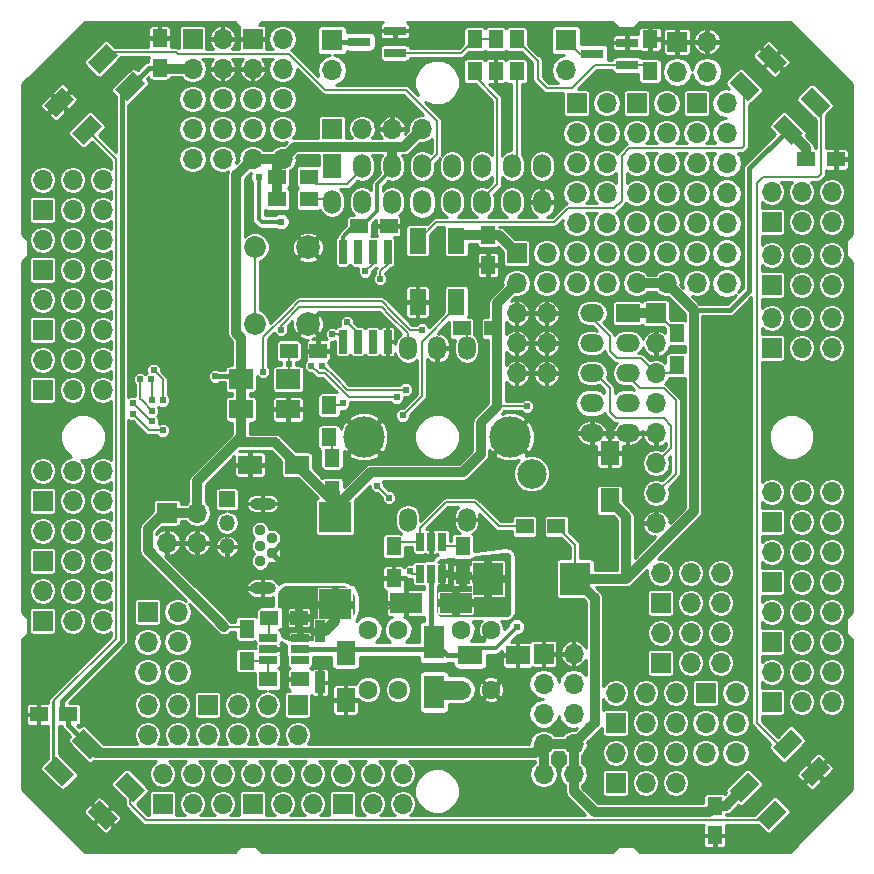
<source format=gbr>
G04 #@! TF.FileFunction,Copper,L1,Top,Signal*
%FSLAX46Y46*%
G04 Gerber Fmt 4.6, Leading zero omitted, Abs format (unit mm)*
G04 Created by KiCad (PCBNEW 4.0.5) date 07/26/17 23:18:41*
%MOMM*%
%LPD*%
G01*
G04 APERTURE LIST*
%ADD10C,0.100000*%
%ADD11R,1.700000X1.700000*%
%ADD12O,1.700000X1.700000*%
%ADD13O,1.501140X1.998980*%
%ADD14C,3.500120*%
%ADD15R,2.800000X2.600000*%
%ADD16R,2.000000X1.600000*%
%ADD17R,1.400000X2.200000*%
%ADD18O,2.000000X1.500000*%
%ADD19R,2.000000X1.500000*%
%ADD20R,1.350000X1.350000*%
%ADD21O,1.350000X1.350000*%
%ADD22R,1.500000X0.650000*%
%ADD23R,2.800000X1.699260*%
%ADD24O,1.500000X2.000000*%
%ADD25R,1.500000X2.000000*%
%ADD26R,2.000000X1.700000*%
%ADD27R,1.500000X1.250000*%
%ADD28R,1.250000X1.500000*%
%ADD29R,1.600000X2.000000*%
%ADD30R,1.500000X1.300000*%
%ADD31R,1.300000X1.500000*%
%ADD32R,0.850900X1.850900*%
%ADD33R,1.699260X2.800000*%
%ADD34R,0.650000X1.500000*%
%ADD35C,0.950000*%
%ADD36O,2.200000X1.000000*%
%ADD37R,1.900000X0.800000*%
%ADD38C,1.600000*%
%ADD39R,2.600000X2.800000*%
%ADD40R,0.650000X2.000000*%
%ADD41C,1.850000*%
%ADD42C,2.000000*%
%ADD43C,2.499360*%
%ADD44C,0.609600*%
%ADD45C,0.203200*%
%ADD46C,0.812800*%
%ADD47C,0.406400*%
%ADD48C,0.304800*%
%ADD49C,0.381000*%
%ADD50C,0.240000*%
%ADD51C,1.625600*%
%ADD52C,0.254000*%
%ADD53C,0.025400*%
G04 APERTURE END LIST*
D10*
D11*
X178308000Y-92456000D03*
D12*
X178308000Y-89916000D03*
X180848000Y-92456000D03*
X180848000Y-89916000D03*
X183388000Y-92456000D03*
X183388000Y-89916000D03*
D11*
X178308000Y-117348000D03*
D12*
X178308000Y-114808000D03*
X180848000Y-117348000D03*
X180848000Y-114808000D03*
X183388000Y-117348000D03*
X183388000Y-114808000D03*
D11*
X165100000Y-129286000D03*
D12*
X165100000Y-126746000D03*
X167640000Y-129286000D03*
X167640000Y-126746000D03*
X170180000Y-129286000D03*
X170180000Y-126746000D03*
D13*
X152499360Y-92499380D03*
X150000000Y-92499380D03*
X147500640Y-92499380D03*
D14*
X156200140Y-100000000D03*
X143799860Y-100000000D03*
D13*
X152499360Y-107000240D03*
X147500640Y-107000240D03*
D15*
X141351000Y-114190000D03*
X141351000Y-106790000D03*
D16*
X133382000Y-97663000D03*
X137382000Y-97663000D03*
D11*
X116586000Y-115570000D03*
D12*
X116586000Y-113030000D03*
X119126000Y-115570000D03*
X119126000Y-113030000D03*
X121666000Y-115570000D03*
X121666000Y-113030000D03*
D11*
X116586000Y-110490000D03*
D12*
X116586000Y-107950000D03*
X119126000Y-110490000D03*
X119126000Y-107950000D03*
X121666000Y-110490000D03*
X121666000Y-107950000D03*
D11*
X116586000Y-105410000D03*
D12*
X116586000Y-102870000D03*
X119126000Y-105410000D03*
X119126000Y-102870000D03*
X121666000Y-105410000D03*
X121666000Y-102870000D03*
D11*
X116586000Y-96012000D03*
D12*
X116586000Y-93472000D03*
X119126000Y-96012000D03*
X119126000Y-93472000D03*
X121666000Y-96012000D03*
X121666000Y-93472000D03*
D11*
X116586000Y-90932000D03*
D12*
X116586000Y-88392000D03*
X119126000Y-90932000D03*
X119126000Y-88392000D03*
X121666000Y-90932000D03*
X121666000Y-88392000D03*
D11*
X116586000Y-85852000D03*
D12*
X116586000Y-83312000D03*
X119126000Y-85852000D03*
X119126000Y-83312000D03*
X121666000Y-85852000D03*
X121666000Y-83312000D03*
D11*
X116586000Y-80772000D03*
D12*
X116586000Y-78232000D03*
X119126000Y-80772000D03*
X119126000Y-78232000D03*
X121666000Y-80772000D03*
X121666000Y-78232000D03*
D11*
X165100000Y-124206000D03*
D12*
X165100000Y-121666000D03*
X167640000Y-124206000D03*
X167640000Y-121666000D03*
X170180000Y-124206000D03*
X170180000Y-121666000D03*
D11*
X125476000Y-114808000D03*
D12*
X128016000Y-114808000D03*
X125476000Y-117348000D03*
X128016000Y-117348000D03*
X125476000Y-119888000D03*
X128016000Y-119888000D03*
D11*
X130556000Y-122682000D03*
D12*
X130556000Y-125222000D03*
X128016000Y-122682000D03*
X128016000Y-125222000D03*
X125476000Y-122682000D03*
X125476000Y-125222000D03*
D11*
X138176000Y-122682000D03*
D12*
X138176000Y-125222000D03*
X135636000Y-122682000D03*
X135636000Y-125222000D03*
X133096000Y-122682000D03*
X133096000Y-125222000D03*
D11*
X126746000Y-131064000D03*
D12*
X126746000Y-128524000D03*
X129286000Y-131064000D03*
X129286000Y-128524000D03*
X131826000Y-131064000D03*
X131826000Y-128524000D03*
D11*
X134366000Y-131064000D03*
D12*
X134366000Y-128524000D03*
X136906000Y-131064000D03*
X136906000Y-128524000D03*
X139446000Y-131064000D03*
X139446000Y-128524000D03*
D11*
X178308000Y-122428000D03*
D12*
X178308000Y-119888000D03*
X180848000Y-122428000D03*
X180848000Y-119888000D03*
X183388000Y-122428000D03*
X183388000Y-119888000D03*
D11*
X141986000Y-131064000D03*
D12*
X141986000Y-128524000D03*
X144526000Y-131064000D03*
X144526000Y-128524000D03*
X147066000Y-131064000D03*
X147066000Y-128524000D03*
D11*
X172720000Y-121666000D03*
D12*
X175260000Y-121666000D03*
X172720000Y-124206000D03*
X175260000Y-124206000D03*
X172720000Y-126746000D03*
X175260000Y-126746000D03*
D11*
X168910000Y-119126000D03*
D12*
X168910000Y-116586000D03*
X171450000Y-119126000D03*
X171450000Y-116586000D03*
X173990000Y-119126000D03*
X173990000Y-116586000D03*
D11*
X168910000Y-114046000D03*
D12*
X168910000Y-111506000D03*
X171450000Y-114046000D03*
X171450000Y-111506000D03*
X173990000Y-114046000D03*
X173990000Y-111506000D03*
D11*
X178308000Y-112268000D03*
D12*
X178308000Y-109728000D03*
X180848000Y-112268000D03*
X180848000Y-109728000D03*
X183388000Y-112268000D03*
X183388000Y-109728000D03*
D11*
X178308000Y-107188000D03*
D12*
X178308000Y-104648000D03*
X180848000Y-107188000D03*
X180848000Y-104648000D03*
X183388000Y-107188000D03*
X183388000Y-104648000D03*
D11*
X178308000Y-87122000D03*
D12*
X178308000Y-84582000D03*
X180848000Y-87122000D03*
X180848000Y-84582000D03*
X183388000Y-87122000D03*
X183388000Y-84582000D03*
D17*
X151637000Y-83379000D03*
X148337000Y-83379000D03*
X148337000Y-88579000D03*
X151637000Y-88579000D03*
D18*
X166120000Y-99680000D03*
X163080000Y-99680000D03*
X163080000Y-97140000D03*
X166120000Y-97140000D03*
D19*
X166120000Y-89520000D03*
D18*
X163080000Y-89520000D03*
X166120000Y-92060000D03*
X163080000Y-92060000D03*
X166120000Y-94600000D03*
X163080000Y-94600000D03*
D20*
X132207000Y-105283000D03*
D21*
X132207000Y-107283000D03*
X132207000Y-109283000D03*
D22*
X135683000Y-117033000D03*
X135683000Y-117983000D03*
X135683000Y-118933000D03*
X138383000Y-118933000D03*
X138383000Y-117033000D03*
X138383000Y-117983000D03*
D23*
X147379000Y-114046000D03*
X151579000Y-114046000D03*
D24*
X158890000Y-80120000D03*
X158890000Y-77080000D03*
X156350000Y-77080000D03*
X156350000Y-80120000D03*
X153810000Y-80120000D03*
X153810000Y-77080000D03*
X151270000Y-77080000D03*
X151270000Y-80120000D03*
X148730000Y-80120000D03*
X148730000Y-77080000D03*
D25*
X141110000Y-77080000D03*
D24*
X141110000Y-80120000D03*
X143650000Y-77080000D03*
X143650000Y-80120000D03*
X146190000Y-77080000D03*
X146190000Y-80120000D03*
D26*
X133382000Y-95123000D03*
X137382000Y-95123000D03*
D27*
X181250000Y-76500000D03*
X183750000Y-76500000D03*
D28*
X173500000Y-131250000D03*
X173500000Y-133750000D03*
D29*
X142240000Y-118269000D03*
X142240000Y-122269000D03*
D28*
X126500000Y-68750000D03*
X126500000Y-66250000D03*
X154305000Y-82951000D03*
X154305000Y-85451000D03*
D27*
X118750000Y-123500000D03*
X116250000Y-123500000D03*
D30*
X154766000Y-90805000D03*
X152066000Y-90805000D03*
D27*
X138283000Y-115316000D03*
X135783000Y-115316000D03*
D31*
X170307000Y-91233000D03*
X170307000Y-93933000D03*
D16*
X138144000Y-102362000D03*
X134144000Y-102362000D03*
D30*
X160100000Y-107569000D03*
X157400000Y-107569000D03*
D31*
X146304000Y-109267000D03*
X146304000Y-111967000D03*
X133858000Y-116252000D03*
X133858000Y-118952000D03*
D30*
X135683000Y-120523000D03*
X138383000Y-120523000D03*
D16*
X152813000Y-118491000D03*
X156813000Y-118491000D03*
D29*
X164592000Y-105378000D03*
X164592000Y-101378000D03*
D28*
X152146000Y-111740000D03*
X152146000Y-109240000D03*
D32*
X140081000Y-116444140D03*
X140081000Y-120791860D03*
D33*
X149733000Y-121607000D03*
X149733000Y-117407000D03*
D10*
G36*
X120611092Y-127267588D02*
X119055457Y-125711953D01*
X120045406Y-124722004D01*
X121601041Y-126277639D01*
X120611092Y-127267588D01*
X120611092Y-127267588D01*
G37*
G36*
X118277639Y-129601041D02*
X116722004Y-128045406D01*
X117711953Y-127055457D01*
X119267588Y-128611092D01*
X118277639Y-129601041D01*
X118277639Y-129601041D01*
G37*
G36*
X121954594Y-133277996D02*
X120398959Y-131722361D01*
X121388908Y-130732412D01*
X122944543Y-132288047D01*
X121954594Y-133277996D01*
X121954594Y-133277996D01*
G37*
G36*
X124288047Y-130944543D02*
X122732412Y-129388908D01*
X123722361Y-128398959D01*
X125277996Y-129954594D01*
X124288047Y-130944543D01*
X124288047Y-130944543D01*
G37*
G36*
X122732412Y-70611092D02*
X124288047Y-69055457D01*
X125277996Y-70045406D01*
X123722361Y-71601041D01*
X122732412Y-70611092D01*
X122732412Y-70611092D01*
G37*
G36*
X120398959Y-68277639D02*
X121954594Y-66722004D01*
X122944543Y-67711953D01*
X121388908Y-69267588D01*
X120398959Y-68277639D01*
X120398959Y-68277639D01*
G37*
G36*
X116722004Y-71954594D02*
X118277639Y-70398959D01*
X119267588Y-71388908D01*
X117711953Y-72944543D01*
X116722004Y-71954594D01*
X116722004Y-71954594D01*
G37*
G36*
X119055457Y-74288047D02*
X120611092Y-72732412D01*
X121601041Y-73722361D01*
X120045406Y-75277996D01*
X119055457Y-74288047D01*
X119055457Y-74288047D01*
G37*
G36*
X179388908Y-72732412D02*
X180944543Y-74288047D01*
X179954594Y-75277996D01*
X178398959Y-73722361D01*
X179388908Y-72732412D01*
X179388908Y-72732412D01*
G37*
G36*
X181722361Y-70398959D02*
X183277996Y-71954594D01*
X182288047Y-72944543D01*
X180732412Y-71388908D01*
X181722361Y-70398959D01*
X181722361Y-70398959D01*
G37*
G36*
X178045406Y-66722004D02*
X179601041Y-68277639D01*
X178611092Y-69267588D01*
X177055457Y-67711953D01*
X178045406Y-66722004D01*
X178045406Y-66722004D01*
G37*
G36*
X175711953Y-69055457D02*
X177267588Y-70611092D01*
X176277639Y-71601041D01*
X174722004Y-70045406D01*
X175711953Y-69055457D01*
X175711953Y-69055457D01*
G37*
G36*
X177267588Y-129388908D02*
X175711953Y-130944543D01*
X174722004Y-129954594D01*
X176277639Y-128398959D01*
X177267588Y-129388908D01*
X177267588Y-129388908D01*
G37*
G36*
X179601041Y-131722361D02*
X178045406Y-133277996D01*
X177055457Y-132288047D01*
X178611092Y-130732412D01*
X179601041Y-131722361D01*
X179601041Y-131722361D01*
G37*
G36*
X183277996Y-128045406D02*
X181722361Y-129601041D01*
X180732412Y-128611092D01*
X182288047Y-127055457D01*
X183277996Y-128045406D01*
X183277996Y-128045406D01*
G37*
G36*
X180944543Y-125711953D02*
X179388908Y-127267588D01*
X178398959Y-126277639D01*
X179954594Y-124722004D01*
X180944543Y-125711953D01*
X180944543Y-125711953D01*
G37*
D34*
X150429000Y-108886000D03*
X149479000Y-108886000D03*
X148529000Y-108886000D03*
X148529000Y-111586000D03*
X150429000Y-111586000D03*
X149479000Y-111586000D03*
D30*
X136445000Y-79883000D03*
X139145000Y-79883000D03*
X136445000Y-77978000D03*
X139145000Y-77978000D03*
D27*
X137434000Y-92710000D03*
X139934000Y-92710000D03*
D35*
X135001000Y-109220000D03*
X135001000Y-110520000D03*
X136001000Y-109870000D03*
X136001000Y-108570000D03*
X135001000Y-107920000D03*
D36*
X135221000Y-105645000D03*
X135221000Y-112795000D03*
D31*
X140843000Y-100029000D03*
X140843000Y-97329000D03*
X141097000Y-104474000D03*
X141097000Y-101774000D03*
D37*
X166092000Y-68514000D03*
X166092000Y-66614000D03*
X163092000Y-67564000D03*
X146407000Y-67498000D03*
X146407000Y-65598000D03*
X143407000Y-66548000D03*
D31*
X156718000Y-69041000D03*
X156718000Y-66341000D03*
X168021000Y-69041000D03*
X168021000Y-66341000D03*
X153162000Y-69041000D03*
X153162000Y-66341000D03*
X154940000Y-66341000D03*
X154940000Y-69041000D03*
D11*
X160909000Y-66421000D03*
D12*
X160909000Y-68961000D03*
D11*
X141097000Y-66421000D03*
D12*
X141097000Y-68961000D03*
D38*
X152019000Y-121412000D03*
X152019000Y-116332000D03*
X154559000Y-121412000D03*
X154559000Y-116332000D03*
X144145000Y-121412000D03*
X144145000Y-116332000D03*
X146685000Y-121412000D03*
X146685000Y-116332000D03*
D11*
X127127000Y-106426000D03*
D12*
X129667000Y-106426000D03*
X127127000Y-108966000D03*
X129667000Y-108966000D03*
D39*
X154288000Y-112014000D03*
X161688000Y-112014000D03*
D11*
X168529000Y-89535000D03*
D12*
X168529000Y-92075000D03*
X168529000Y-94615000D03*
X168529000Y-97155000D03*
X168529000Y-99695000D03*
X168529000Y-102235000D03*
X168529000Y-104775000D03*
X168529000Y-107315000D03*
D11*
X129286000Y-66294000D03*
D12*
X131826000Y-66294000D03*
X129286000Y-68834000D03*
X131826000Y-68834000D03*
X129286000Y-71374000D03*
X131826000Y-71374000D03*
X129286000Y-73914000D03*
X131826000Y-73914000D03*
X129286000Y-76454000D03*
X131826000Y-76454000D03*
D11*
X134366000Y-66294000D03*
D12*
X136906000Y-66294000D03*
X134366000Y-68834000D03*
X136906000Y-68834000D03*
X134366000Y-71374000D03*
X136906000Y-71374000D03*
X134366000Y-73914000D03*
X136906000Y-73914000D03*
X134366000Y-76454000D03*
X136906000Y-76454000D03*
D40*
X141986000Y-91938000D03*
X143256000Y-91938000D03*
X144526000Y-91938000D03*
X145796000Y-91938000D03*
X145796000Y-84338000D03*
X144526000Y-84338000D03*
X143256000Y-84338000D03*
X141986000Y-84338000D03*
D27*
X143403000Y-82169000D03*
X145903000Y-82169000D03*
D11*
X166878000Y-71755000D03*
D12*
X169418000Y-71755000D03*
X166878000Y-74295000D03*
X169418000Y-74295000D03*
X166878000Y-76835000D03*
X169418000Y-76835000D03*
X166878000Y-79375000D03*
X169418000Y-79375000D03*
X166878000Y-81915000D03*
X169418000Y-81915000D03*
X166878000Y-84455000D03*
X169418000Y-84455000D03*
X166878000Y-86995000D03*
X169418000Y-86995000D03*
D11*
X170307000Y-66548000D03*
D12*
X172847000Y-66548000D03*
X170307000Y-69088000D03*
X172847000Y-69088000D03*
D11*
X171958000Y-71755000D03*
D12*
X174498000Y-71755000D03*
X171958000Y-74295000D03*
X174498000Y-74295000D03*
X171958000Y-76835000D03*
X174498000Y-76835000D03*
X171958000Y-79375000D03*
X174498000Y-79375000D03*
X171958000Y-81915000D03*
X174498000Y-81915000D03*
X171958000Y-84455000D03*
X174498000Y-84455000D03*
X171958000Y-86995000D03*
X174498000Y-86995000D03*
D11*
X161798000Y-71755000D03*
D12*
X164338000Y-71755000D03*
X161798000Y-74295000D03*
X164338000Y-74295000D03*
X161798000Y-76835000D03*
X164338000Y-76835000D03*
X161798000Y-79375000D03*
X164338000Y-79375000D03*
X161798000Y-81915000D03*
X164338000Y-81915000D03*
X161798000Y-84455000D03*
X164338000Y-84455000D03*
X161798000Y-86995000D03*
X164338000Y-86995000D03*
D11*
X156718000Y-84455000D03*
D12*
X159258000Y-84455000D03*
X156718000Y-86995000D03*
X159258000Y-86995000D03*
X156718000Y-89535000D03*
X159258000Y-89535000D03*
X156718000Y-92075000D03*
X159258000Y-92075000D03*
X156718000Y-94615000D03*
X159258000Y-94615000D03*
D11*
X178308000Y-81788000D03*
D12*
X178308000Y-79248000D03*
X180848000Y-81788000D03*
X180848000Y-79248000D03*
X183388000Y-81788000D03*
X183388000Y-79248000D03*
D11*
X141097000Y-73914000D03*
D12*
X143637000Y-73914000D03*
X146177000Y-73914000D03*
X148717000Y-73914000D03*
D41*
X134565000Y-83947000D03*
D42*
X139065000Y-83947000D03*
D41*
X134565000Y-90447000D03*
D42*
X139065000Y-90447000D03*
D43*
X157988000Y-103124000D03*
D11*
X159004000Y-118364000D03*
D12*
X161544000Y-118364000D03*
X159004000Y-120904000D03*
X161544000Y-120904000D03*
X159004000Y-123444000D03*
X161544000Y-123444000D03*
X159004000Y-125984000D03*
X161544000Y-125984000D03*
X159004000Y-128524000D03*
X161544000Y-128524000D03*
D44*
X151638000Y-86614000D03*
X153035000Y-83947000D03*
X153035000Y-84836000D03*
X152527000Y-85725000D03*
X145288000Y-115062000D03*
X145288000Y-114046000D03*
X144907000Y-113030000D03*
X144907000Y-112014000D03*
X143891000Y-112014000D03*
X143891000Y-113030000D03*
X144272000Y-114046000D03*
X128524000Y-85217000D03*
X127762000Y-90043000D03*
X127762000Y-89027000D03*
X127762000Y-88011000D03*
X127762000Y-86995000D03*
X127762000Y-85979000D03*
X135255000Y-95758000D03*
X135255000Y-98679000D03*
X135255000Y-97663000D03*
X135255000Y-96647000D03*
X131445000Y-96139000D03*
X131445000Y-97155000D03*
X131445000Y-98171000D03*
X131445000Y-99187000D03*
X131445000Y-100203000D03*
X130302000Y-95123000D03*
X130302000Y-96139000D03*
X130302000Y-97155000D03*
X130302000Y-98171000D03*
X130302000Y-99187000D03*
X130302000Y-100203000D03*
X144399000Y-94742000D03*
X131953000Y-117348000D03*
X157607000Y-97409000D03*
X129667000Y-103759000D03*
X136144000Y-100457000D03*
X131191000Y-94869000D03*
X131953000Y-116078000D03*
X156718000Y-116078000D03*
X137414000Y-93853000D03*
X147066006Y-98170994D03*
X142367000Y-90297000D03*
X145161000Y-86614000D03*
X143891000Y-85979000D03*
X141097000Y-91313000D03*
X125857000Y-98679000D03*
X124206000Y-97155000D03*
X124841000Y-95123000D03*
X125857000Y-97790000D03*
X126746000Y-99441000D03*
X124206000Y-98044000D03*
X145923000Y-105156000D03*
X144907000Y-104140000D03*
X136779000Y-90932000D03*
X148717000Y-90932000D03*
X135255000Y-94488000D03*
X147701000Y-111379000D03*
X125984000Y-94361000D03*
X126746000Y-96901000D03*
X125857000Y-96901000D03*
X125730000Y-95123000D03*
X147320000Y-96012000D03*
X140208000Y-93980000D03*
X146558000Y-96647000D03*
X139319000Y-93980000D03*
X141986000Y-97155000D03*
X134874000Y-77978000D03*
X136779000Y-81788000D03*
D45*
X153035000Y-85217000D02*
X153035000Y-84836000D01*
X152527000Y-85725000D02*
X153035000Y-85217000D01*
X147379000Y-114046000D02*
X146304000Y-114046000D01*
X146304000Y-114046000D02*
X145288000Y-115062000D01*
X145288000Y-114046000D02*
X144907000Y-113665000D01*
X144907000Y-113665000D02*
X144907000Y-113030000D01*
X144907000Y-112014000D02*
X143891000Y-112014000D01*
X143891000Y-113030000D02*
X144272000Y-113411000D01*
X144272000Y-113411000D02*
X144272000Y-114046000D01*
X127762000Y-85979000D02*
X128524000Y-85217000D01*
X127762000Y-88011000D02*
X127762000Y-89027000D01*
X127762000Y-85979000D02*
X127762000Y-86995000D01*
X135255000Y-95758000D02*
X135255000Y-96647000D01*
X135255000Y-97663000D02*
X135255000Y-98679000D01*
X131445000Y-98171000D02*
X131445000Y-97155000D01*
X131445000Y-100203000D02*
X131445000Y-99187000D01*
X130302000Y-96139000D02*
X130302000Y-95123000D01*
X130302000Y-98171000D02*
X130302000Y-97155000D01*
X130302000Y-100203000D02*
X130302000Y-99187000D01*
X145796000Y-91938000D02*
X145796000Y-93345000D01*
X145796000Y-93345000D02*
X144399000Y-94742000D01*
X155067000Y-97409000D02*
X157607000Y-97409000D01*
D46*
X136906000Y-76454000D02*
X134366000Y-76454000D01*
X132969000Y-79248000D02*
X132969000Y-77851000D01*
X132969000Y-77851000D02*
X134366000Y-76454000D01*
X133382000Y-95123000D02*
X133382000Y-91599000D01*
X132969000Y-91186000D02*
X132969000Y-79248000D01*
X133382000Y-91599000D02*
X132969000Y-91186000D01*
X133382000Y-97663000D02*
X133382000Y-95123000D01*
X133382000Y-97663000D02*
X133382000Y-100044000D01*
X133382000Y-100044000D02*
X132969000Y-100457000D01*
D45*
X155067000Y-92583000D02*
X155067000Y-91106000D01*
X155067000Y-91106000D02*
X154766000Y-90805000D01*
D47*
X131191000Y-94869000D02*
X133382000Y-94869000D01*
X133382000Y-94869000D02*
X133636000Y-95123000D01*
D46*
X129667000Y-103759000D02*
X132969000Y-100457000D01*
X132969000Y-100457000D02*
X136144000Y-100457000D01*
D48*
X136239000Y-100457000D02*
X136144000Y-100457000D01*
D46*
X146177000Y-75438000D02*
X146177000Y-77317000D01*
X146177000Y-77317000D02*
X146190000Y-77330000D01*
X143129000Y-75438000D02*
X146177000Y-75438000D01*
X146177000Y-75438000D02*
X147193000Y-75438000D01*
X147193000Y-75438000D02*
X148717000Y-73914000D01*
X136906000Y-76454000D02*
X137922000Y-75438000D01*
X137922000Y-75438000D02*
X143129000Y-75438000D01*
X143129000Y-75438000D02*
X144298000Y-75438000D01*
X136445000Y-77978000D02*
X136445000Y-76915000D01*
X136445000Y-76915000D02*
X136906000Y-76454000D01*
X136445000Y-79883000D02*
X136445000Y-77978000D01*
D45*
X136906000Y-76454000D02*
X136445000Y-76915000D01*
D48*
X154893000Y-90805000D02*
X154893000Y-89963000D01*
X154893000Y-89963000D02*
X155067000Y-89789000D01*
X141986000Y-84338000D02*
X141986000Y-83058000D01*
X141986000Y-83058000D02*
X142875000Y-82169000D01*
X142875000Y-82169000D02*
X143403000Y-82169000D01*
X146190000Y-77330000D02*
X144907000Y-78613000D01*
X144907000Y-78613000D02*
X144907000Y-80899000D01*
X144907000Y-80899000D02*
X143637000Y-82169000D01*
X143637000Y-82169000D02*
X143403000Y-82169000D01*
D46*
X141351000Y-106045000D02*
X144399000Y-102997000D01*
X152146000Y-102997000D02*
X153670000Y-101473000D01*
X153670000Y-101473000D02*
X153670000Y-98806000D01*
X153670000Y-98806000D02*
X155067000Y-97409000D01*
X155067000Y-97409000D02*
X155067000Y-92583000D01*
X155067000Y-92583000D02*
X155067000Y-89789000D01*
X155067000Y-89789000D02*
X155067000Y-89281000D01*
X151892000Y-102997000D02*
X144399000Y-102997000D01*
X151892000Y-102997000D02*
X152146000Y-102997000D01*
X141351000Y-106045000D02*
X141351000Y-106790000D01*
X141097000Y-104474000D02*
X141351000Y-104728000D01*
X141351000Y-104728000D02*
X141351000Y-106790000D01*
X138144000Y-102362000D02*
X141351000Y-105569000D01*
X141351000Y-105569000D02*
X141351000Y-106790000D01*
X155067000Y-88646000D02*
X156718000Y-86995000D01*
X155067000Y-89281000D02*
X155067000Y-88646000D01*
X168656000Y-89662000D02*
X168529000Y-89535000D01*
X127127000Y-106426000D02*
X126873000Y-106426000D01*
X126873000Y-106426000D02*
X125476000Y-107823000D01*
X125476000Y-109601000D02*
X131953000Y-116078000D01*
X125476000Y-107823000D02*
X125476000Y-109601000D01*
X129667000Y-106426000D02*
X127127000Y-106426000D01*
X129667000Y-103759000D02*
X129667000Y-106426000D01*
X136144000Y-100457000D02*
X136239000Y-100457000D01*
D45*
X131191000Y-94869000D02*
X131223000Y-94869000D01*
X131223000Y-94869000D02*
X131191000Y-94869000D01*
X131191000Y-94869000D02*
X131223000Y-94869000D01*
X131953000Y-116078000D02*
X133684000Y-116078000D01*
D46*
X168529000Y-89535000D02*
X165885000Y-89535000D01*
X165885000Y-89535000D02*
X165870000Y-89520000D01*
D45*
X168609000Y-89535000D02*
X170307000Y-91233000D01*
X133684000Y-116078000D02*
X133858000Y-116252000D01*
D46*
X136239000Y-100457000D02*
X138144000Y-102362000D01*
D48*
X154813000Y-117856000D02*
X154940000Y-117856000D01*
X154940000Y-117856000D02*
X156718000Y-116078000D01*
X154813000Y-117856000D02*
X153448000Y-117856000D01*
D47*
X149479000Y-111586000D02*
X149479000Y-117153000D01*
X149479000Y-117153000D02*
X149733000Y-117407000D01*
D48*
X152813000Y-118491000D02*
X153448000Y-117856000D01*
D47*
X152813000Y-118491000D02*
X153321000Y-117983000D01*
D48*
X152813000Y-118491000D02*
X153289000Y-118015000D01*
D47*
X149733000Y-117407000D02*
X150817000Y-118491000D01*
X150817000Y-118491000D02*
X152813000Y-118491000D01*
X149733000Y-117407000D02*
X149733000Y-117475000D01*
X143510000Y-117983000D02*
X142335000Y-117983000D01*
X149733000Y-117407000D02*
X149157000Y-117983000D01*
X149157000Y-117983000D02*
X143510000Y-117983000D01*
X143510000Y-117983000D02*
X138383000Y-117983000D01*
X149411000Y-117729000D02*
X149733000Y-117407000D01*
D45*
X135783000Y-115316000D02*
X135783000Y-116933000D01*
X135783000Y-116933000D02*
X135683000Y-117033000D01*
D46*
X159004000Y-125984000D02*
X158242000Y-126746000D01*
X158242000Y-126746000D02*
X121079453Y-126746000D01*
X121079453Y-126746000D02*
X120328249Y-125994796D01*
D47*
X176403000Y-80772000D02*
X176403000Y-77273955D01*
X176403000Y-77273955D02*
X179671751Y-74005204D01*
D46*
X165989000Y-112014000D02*
X171704000Y-106299000D01*
X171704000Y-106299000D02*
X171704000Y-105410000D01*
X162941000Y-124587000D02*
X163322000Y-124206000D01*
X163322000Y-113648000D02*
X161688000Y-112014000D01*
X163322000Y-124206000D02*
X163322000Y-113648000D01*
X161544000Y-128524000D02*
X161544000Y-129997198D01*
X163322000Y-131775198D02*
X172974802Y-131775198D01*
X161544000Y-129997198D02*
X163322000Y-131775198D01*
X172974802Y-131775198D02*
X173500000Y-131250000D01*
X161544000Y-125984000D02*
X161544000Y-128524000D01*
X159004000Y-128524000D02*
X159004000Y-125984000D01*
X161544000Y-125984000D02*
X159004000Y-125984000D01*
X162941000Y-124587000D02*
X161544000Y-125984000D01*
D47*
X171704000Y-89281000D02*
X174752000Y-89281000D01*
X174752000Y-89281000D02*
X175895000Y-88138000D01*
X175895000Y-88138000D02*
X176403000Y-87630000D01*
X176403000Y-87630000D02*
X176403000Y-80772000D01*
D46*
X171704000Y-89281000D02*
X169418000Y-86995000D01*
X171704000Y-105410000D02*
X171704000Y-91440000D01*
X171704000Y-91440000D02*
X171704000Y-89281000D01*
X165989000Y-107569000D02*
X165989000Y-106775000D01*
X165989000Y-106775000D02*
X164592000Y-105378000D01*
X161688000Y-112014000D02*
X165862000Y-112014000D01*
X165862000Y-112014000D02*
X165989000Y-112014000D01*
X165989000Y-112014000D02*
X165989000Y-111887000D01*
D45*
X161688000Y-112014000D02*
X161688000Y-109157000D01*
X161688000Y-109157000D02*
X160100000Y-107569000D01*
D46*
X126500000Y-68750000D02*
X126584000Y-68834000D01*
X126584000Y-68834000D02*
X129286000Y-68834000D01*
D45*
X168148000Y-86995000D02*
X168148000Y-86741000D01*
X168148000Y-86741000D02*
X168148000Y-86995000D01*
D46*
X156718000Y-84455000D02*
X155214000Y-82951000D01*
X155214000Y-82951000D02*
X154305000Y-82951000D01*
X169418000Y-86995000D02*
X168148000Y-86995000D01*
X168148000Y-86995000D02*
X166878000Y-86995000D01*
X151637000Y-83379000D02*
X152065000Y-82951000D01*
X152065000Y-82951000D02*
X154305000Y-82951000D01*
X165989000Y-109347000D02*
X165989000Y-111887000D01*
X165989000Y-107569000D02*
X165989000Y-109347000D01*
X175994796Y-129671751D02*
X174416547Y-131250000D01*
X174416547Y-131250000D02*
X173500000Y-131250000D01*
X121079453Y-126746000D02*
X120328249Y-125994796D01*
X181250000Y-75583453D02*
X179671751Y-74005204D01*
D49*
X179671751Y-74126206D02*
X179671751Y-74005204D01*
X179671751Y-74005204D02*
X181250000Y-75583453D01*
D46*
X181250000Y-76500000D02*
X181250000Y-75583453D01*
D47*
X118750000Y-123500000D02*
X118750000Y-124416547D01*
X118750000Y-124416547D02*
X120328249Y-125994796D01*
X123310002Y-117094000D02*
X123310002Y-117275500D01*
X118237000Y-122348502D02*
X118237000Y-122987000D01*
X123310002Y-117275500D02*
X118237000Y-122348502D01*
X118237000Y-122987000D02*
X118750000Y-123500000D01*
X124005204Y-70328249D02*
X123310002Y-71023451D01*
X123310002Y-71023451D02*
X123310002Y-117094000D01*
X123310002Y-117094000D02*
X123310002Y-117115806D01*
X126500000Y-68750000D02*
X125583453Y-68750000D01*
X125583453Y-68750000D02*
X124005204Y-70328249D01*
X120952453Y-126619000D02*
X120328249Y-125994796D01*
D49*
X120698453Y-126365000D02*
X120328249Y-125994796D01*
X173500000Y-131250000D02*
X174416547Y-131250000D01*
D45*
X155956000Y-81788000D02*
X149928000Y-81788000D01*
X149928000Y-81788000D02*
X148337000Y-83379000D01*
X153924000Y-81788000D02*
X155956000Y-81788000D01*
X155956000Y-81788000D02*
X159893000Y-81788000D01*
X159893000Y-81788000D02*
X161036000Y-80645000D01*
X165608000Y-76200000D02*
X166243000Y-75565000D01*
X165608000Y-80010000D02*
X165608000Y-76200000D01*
X164973000Y-80645000D02*
X165608000Y-80010000D01*
X161036000Y-80645000D02*
X164973000Y-80645000D01*
X175994796Y-75338204D02*
X175994796Y-70328249D01*
X175768000Y-75565000D02*
X175994796Y-75338204D01*
X175133000Y-75565000D02*
X175768000Y-75565000D01*
X166243000Y-75565000D02*
X175133000Y-75565000D01*
X117500000Y-122403000D02*
X122827400Y-117075600D01*
D50*
X117500000Y-127833453D02*
X117500000Y-122403000D01*
D45*
X122827400Y-76504355D02*
X120328249Y-74005204D01*
X122827400Y-117075600D02*
X122827400Y-76504355D01*
D50*
X117994796Y-128328249D02*
X117500000Y-127833453D01*
D45*
X177038000Y-80772000D02*
X177038000Y-78486000D01*
X177546000Y-77978000D02*
X182245000Y-77978000D01*
X177038000Y-78486000D02*
X177546000Y-77978000D01*
X177038000Y-123190000D02*
X177038000Y-124206000D01*
X177038000Y-124206000D02*
X178826796Y-125994796D01*
X178826796Y-125994796D02*
X179671751Y-125994796D01*
X177038000Y-123190000D02*
X177038000Y-80772000D01*
X182499000Y-77724000D02*
X182245000Y-77978000D01*
X182499000Y-72165547D02*
X182499000Y-77724000D01*
X182005204Y-71671751D02*
X182499000Y-72165547D01*
D50*
X182005204Y-71671751D02*
X182500000Y-72166547D01*
D45*
X152146000Y-109240000D02*
X150783000Y-109240000D01*
X150783000Y-109240000D02*
X150429000Y-108886000D01*
X133858000Y-118952000D02*
X135664000Y-118952000D01*
X135664000Y-118952000D02*
X135683000Y-118933000D01*
X135683000Y-120523000D02*
X135683000Y-118933000D01*
X148529000Y-108886000D02*
X146685000Y-108886000D01*
X146685000Y-108886000D02*
X146304000Y-109267000D01*
X157400000Y-107569000D02*
X155194000Y-107569000D01*
X148529000Y-107757000D02*
X148529000Y-108886000D01*
X150749000Y-105537000D02*
X148529000Y-107757000D01*
X153162000Y-105537000D02*
X150749000Y-105537000D01*
X155194000Y-107569000D02*
X153162000Y-105537000D01*
D51*
X152019000Y-121412000D02*
X149928000Y-121412000D01*
X149928000Y-121412000D02*
X149733000Y-121607000D01*
D46*
X141351000Y-115570000D02*
X141351000Y-114190000D01*
X140476860Y-116444140D02*
X141351000Y-115570000D01*
X140081000Y-116444140D02*
X140476860Y-116444140D01*
D45*
X126111000Y-132461000D02*
X125349000Y-132461000D01*
X177872453Y-132461000D02*
X127254000Y-132461000D01*
X127254000Y-132461000D02*
X126111000Y-132461000D01*
X124005204Y-131117204D02*
X124005204Y-129671751D01*
X125349000Y-132461000D02*
X124005204Y-131117204D01*
X178328249Y-132005204D02*
X177872453Y-132461000D01*
X134565000Y-90447000D02*
X134565000Y-83947000D01*
X137414000Y-93853000D02*
X137414000Y-92730000D01*
X137414000Y-92730000D02*
X137434000Y-92710000D01*
X137414000Y-93853000D02*
X137414000Y-94901000D01*
X137414000Y-94901000D02*
X137636000Y-95123000D01*
X137414000Y-93853000D02*
X137434000Y-93833000D01*
X148717000Y-92837000D02*
X148717000Y-91948000D01*
X148717000Y-91948000D02*
X151637000Y-89028000D01*
X151637000Y-89028000D02*
X151637000Y-88579000D01*
X147066006Y-98170994D02*
X148082000Y-97155000D01*
X148717000Y-94615000D02*
X148717000Y-92837000D01*
X148717000Y-96520000D02*
X148717000Y-94615000D01*
X148082000Y-97155000D02*
X148717000Y-96520000D01*
X148717000Y-94488000D02*
X148717000Y-93345000D01*
X148717000Y-93345000D02*
X148717000Y-92964000D01*
X148717000Y-94488000D02*
X148717000Y-92964000D01*
X148717000Y-92964000D02*
X148717000Y-92837000D01*
X153162000Y-69041000D02*
X153162000Y-69469000D01*
X153162000Y-69469000D02*
X155067000Y-71374000D01*
X155067000Y-71374000D02*
X155067000Y-71755000D01*
X142367000Y-90297000D02*
X143256000Y-91186000D01*
X143256000Y-91186000D02*
X143256000Y-91938000D01*
X153810000Y-79870000D02*
X155067000Y-78613000D01*
X155067000Y-78613000D02*
X155067000Y-71755000D01*
X156350000Y-77330000D02*
X156718000Y-76962000D01*
X156718000Y-76962000D02*
X156718000Y-69041000D01*
X145161000Y-86614000D02*
X145161000Y-85979000D01*
X145161000Y-85979000D02*
X145796000Y-85344000D01*
X145796000Y-85344000D02*
X145796000Y-84338000D01*
X144526000Y-85344000D02*
X144526000Y-84338000D01*
X143891000Y-85979000D02*
X144526000Y-85344000D01*
X144653000Y-84465000D02*
X144526000Y-84338000D01*
X141605000Y-91313000D02*
X141986000Y-91694000D01*
X141097000Y-91313000D02*
X141605000Y-91313000D01*
X141986000Y-91694000D02*
X141986000Y-91938000D01*
X139145000Y-77978000D02*
X139780000Y-78613000D01*
X139780000Y-78613000D02*
X142367000Y-78613000D01*
X142367000Y-78613000D02*
X143650000Y-77330000D01*
X125730000Y-98679000D02*
X124206000Y-97155000D01*
X125857000Y-98679000D02*
X125730000Y-98679000D01*
X124841000Y-96774000D02*
X124841000Y-95123000D01*
X125857000Y-97790000D02*
X124968000Y-96901000D01*
X124968000Y-96901000D02*
X124841000Y-96774000D01*
X141110000Y-79870000D02*
X139158000Y-79870000D01*
X139158000Y-79870000D02*
X139145000Y-79883000D01*
X126746000Y-99441000D02*
X125603000Y-99441000D01*
X125603000Y-99441000D02*
X124206000Y-98044000D01*
X144907000Y-104140000D02*
X145923000Y-105156000D01*
X163330000Y-89520000D02*
X163330000Y-90178000D01*
X163330000Y-90178000D02*
X164592000Y-91440000D01*
X164592000Y-91440000D02*
X164592000Y-91821000D01*
X169625000Y-94615000D02*
X168529000Y-94615000D01*
X167259000Y-93345000D02*
X168529000Y-94615000D01*
X165227000Y-93345000D02*
X167259000Y-93345000D01*
X164592000Y-92710000D02*
X165227000Y-93345000D01*
X164592000Y-91821000D02*
X164592000Y-92710000D01*
X170307000Y-93933000D02*
X169625000Y-94615000D01*
X170180002Y-103123998D02*
X168529000Y-104775000D01*
X170180002Y-96901002D02*
X170180002Y-103123998D01*
X165870000Y-94600000D02*
X167155000Y-95885000D01*
X169164000Y-95885000D02*
X170180002Y-96901002D01*
X167155000Y-95885000D02*
X169164000Y-95885000D01*
X169799000Y-100965000D02*
X168529000Y-102235000D01*
X169799000Y-99060000D02*
X169799000Y-100965000D01*
X169164000Y-98425000D02*
X169799000Y-99060000D01*
X165100000Y-98425000D02*
X169164000Y-98425000D01*
X164592000Y-97917000D02*
X165100000Y-98425000D01*
X164592000Y-95862000D02*
X164592000Y-97917000D01*
X163330000Y-94600000D02*
X164592000Y-95862000D01*
X145923000Y-89662000D02*
X147500640Y-91239640D01*
X147500640Y-91239640D02*
X147500640Y-92499380D01*
X145288000Y-89027000D02*
X145923000Y-89662000D01*
X138333818Y-89027000D02*
X145288000Y-89027000D01*
X136779000Y-90581818D02*
X138333818Y-89027000D01*
X136779000Y-90932000D02*
X136779000Y-90581818D01*
X148717000Y-90932000D02*
X148082000Y-90932000D01*
X152066000Y-90805000D02*
X152499360Y-91238360D01*
X152499360Y-91238360D02*
X152499360Y-92499380D01*
X146192409Y-89392591D02*
X145318818Y-88519000D01*
X146192409Y-89392591D02*
X147731818Y-90932000D01*
X147731818Y-90932000D02*
X148082000Y-90932000D01*
X138303000Y-88519000D02*
X137414000Y-89408000D01*
X145318818Y-88519000D02*
X138303000Y-88519000D01*
X135255000Y-92202000D02*
X135255000Y-91567000D01*
X135255000Y-94488000D02*
X135255000Y-92202000D01*
X135255000Y-91567000D02*
X137414000Y-89408000D01*
X147908000Y-111586000D02*
X147701000Y-111379000D01*
X148529000Y-111586000D02*
X147908000Y-111586000D01*
X147066000Y-70612000D02*
X147320000Y-70612000D01*
X149987000Y-76073000D02*
X148730000Y-77330000D01*
X149987000Y-73279000D02*
X149987000Y-76073000D01*
X147320000Y-70612000D02*
X149987000Y-73279000D01*
X140462000Y-70612000D02*
X140589000Y-70612000D01*
X141351000Y-70612000D02*
X147066000Y-70612000D01*
X147066000Y-70612000D02*
X147193000Y-70612000D01*
X140589000Y-70612000D02*
X141351000Y-70612000D01*
X137414000Y-67564000D02*
X140462000Y-70612000D01*
X128016000Y-67564000D02*
X137414000Y-67564000D01*
X127889000Y-67437000D02*
X128016000Y-67564000D01*
X122229547Y-67437000D02*
X127889000Y-67437000D01*
X121671751Y-67994796D02*
X122229547Y-67437000D01*
X126746000Y-95123000D02*
X125984000Y-94361000D01*
X126746000Y-96901000D02*
X126746000Y-95123000D01*
X125857000Y-95250000D02*
X125730000Y-95123000D01*
X125857000Y-96901000D02*
X125857000Y-95250000D01*
X141429909Y-95044091D02*
X140365818Y-93980000D01*
X142397818Y-96012000D02*
X141429909Y-95044091D01*
X147320000Y-96012000D02*
X142397818Y-96012000D01*
X140365818Y-93980000D02*
X140208000Y-93980000D01*
X142494000Y-96647000D02*
X141986000Y-96139000D01*
X146558000Y-96647000D02*
X142494000Y-96647000D01*
X141986000Y-96139000D02*
X140462000Y-94615000D01*
X139954000Y-94615000D02*
X140462000Y-94615000D01*
X139319000Y-93980000D02*
X139954000Y-94615000D01*
X141097000Y-101774000D02*
X141097000Y-100283000D01*
X141097000Y-100283000D02*
X140843000Y-100029000D01*
X141812000Y-97329000D02*
X140843000Y-97329000D01*
X141986000Y-97155000D02*
X141812000Y-97329000D01*
X156718000Y-66341000D02*
X156718000Y-66421000D01*
X156718000Y-66421000D02*
X158496000Y-68199000D01*
X158496000Y-68199000D02*
X158496000Y-68072000D01*
X166092000Y-68514000D02*
X163388000Y-68514000D01*
X159258000Y-70485000D02*
X158496000Y-69723000D01*
X161417000Y-70485000D02*
X159258000Y-70485000D01*
X163388000Y-68514000D02*
X161417000Y-70485000D01*
X158496000Y-68072000D02*
X158496000Y-69723000D01*
X165584000Y-68514000D02*
X167494000Y-68514000D01*
X167494000Y-68514000D02*
X168021000Y-69041000D01*
X154940000Y-66341000D02*
X153162000Y-66341000D01*
X153162000Y-66341000D02*
X152005000Y-67498000D01*
X152005000Y-67498000D02*
X146407000Y-67498000D01*
X163092000Y-67564000D02*
X162052000Y-67564000D01*
X162052000Y-67564000D02*
X160909000Y-66421000D01*
D47*
X143407000Y-66548000D02*
X141224000Y-66548000D01*
X141224000Y-66548000D02*
X141097000Y-66421000D01*
D48*
X134874000Y-77978000D02*
X134874000Y-81534000D01*
X135128000Y-81788000D02*
X136779000Y-81788000D01*
X134874000Y-81534000D02*
X135128000Y-81788000D01*
D52*
G36*
X133233421Y-65266579D02*
X133235087Y-65267692D01*
X133189000Y-65378955D01*
X133189000Y-66139250D01*
X133270750Y-66221000D01*
X134293000Y-66221000D01*
X134293000Y-66201000D01*
X134439000Y-66201000D01*
X134439000Y-66221000D01*
X135461250Y-66221000D01*
X135543000Y-66139250D01*
X135543000Y-65378955D01*
X135493217Y-65258769D01*
X135401230Y-65166783D01*
X135281044Y-65117000D01*
X134916158Y-65117000D01*
X135156158Y-64877000D01*
X145377471Y-64877000D01*
X145271770Y-64920783D01*
X145179783Y-65012769D01*
X145130000Y-65132955D01*
X145130000Y-65443250D01*
X145211750Y-65525000D01*
X146334000Y-65525000D01*
X146334000Y-65505000D01*
X146480000Y-65505000D01*
X146480000Y-65525000D01*
X147602250Y-65525000D01*
X147684000Y-65443250D01*
X147684000Y-65132955D01*
X147634217Y-65012769D01*
X147542230Y-64920783D01*
X147436529Y-64877000D01*
X164843842Y-64877000D01*
X165233421Y-65266579D01*
X165355728Y-65348303D01*
X165500000Y-65377000D01*
X166500000Y-65377000D01*
X166644272Y-65348303D01*
X166766579Y-65266579D01*
X167156158Y-64877000D01*
X179843842Y-64877000D01*
X185123000Y-70156159D01*
X185123000Y-82843842D01*
X184733421Y-83233421D01*
X184651697Y-83355728D01*
X184623000Y-83500000D01*
X184623000Y-84500000D01*
X184651697Y-84644272D01*
X184733421Y-84766579D01*
X185123000Y-85156158D01*
X185123000Y-114843842D01*
X184733421Y-115233421D01*
X184651697Y-115355728D01*
X184623000Y-115500000D01*
X184623000Y-116500000D01*
X184651697Y-116644272D01*
X184733421Y-116766579D01*
X185123000Y-117156158D01*
X185123000Y-129843842D01*
X179843842Y-135123000D01*
X167156158Y-135123000D01*
X166766579Y-134733421D01*
X166644272Y-134651697D01*
X166500000Y-134623000D01*
X165500000Y-134623000D01*
X165355728Y-134651697D01*
X165233421Y-134733421D01*
X164843842Y-135123000D01*
X135156158Y-135123000D01*
X134766579Y-134733421D01*
X134644272Y-134651697D01*
X134500000Y-134623000D01*
X133500000Y-134623000D01*
X133355728Y-134651697D01*
X133233421Y-134733421D01*
X132843842Y-135123000D01*
X120156159Y-135123000D01*
X118937909Y-133904750D01*
X172548000Y-133904750D01*
X172548000Y-134565044D01*
X172597783Y-134685230D01*
X172689769Y-134777217D01*
X172809955Y-134827000D01*
X173345250Y-134827000D01*
X173427000Y-134745250D01*
X173427000Y-133823000D01*
X173573000Y-133823000D01*
X173573000Y-134745250D01*
X173654750Y-134827000D01*
X174190045Y-134827000D01*
X174310231Y-134777217D01*
X174402217Y-134685230D01*
X174452000Y-134565044D01*
X174452000Y-133904750D01*
X174370250Y-133823000D01*
X173573000Y-133823000D01*
X173427000Y-133823000D01*
X172629750Y-133823000D01*
X172548000Y-133904750D01*
X118937909Y-133904750D01*
X117758374Y-132725215D01*
X121054977Y-132725215D01*
X121054977Y-132840827D01*
X121769364Y-133555214D01*
X121889550Y-133604996D01*
X122019638Y-133604996D01*
X122139825Y-133555213D01*
X122571368Y-133123670D01*
X122571368Y-133008058D01*
X121671751Y-132108442D01*
X121054977Y-132725215D01*
X117758374Y-132725215D01*
X116690476Y-131657317D01*
X120071959Y-131657317D01*
X120071959Y-131787405D01*
X120121741Y-131907591D01*
X120836128Y-132621978D01*
X120951740Y-132621978D01*
X121568513Y-132005204D01*
X121774989Y-132005204D01*
X122674605Y-132904821D01*
X122790217Y-132904821D01*
X123221760Y-132473278D01*
X123271543Y-132353091D01*
X123271543Y-132223003D01*
X123221761Y-132102817D01*
X122507374Y-131388430D01*
X122391762Y-131388430D01*
X121774989Y-132005204D01*
X121568513Y-132005204D01*
X120668897Y-131105587D01*
X120553285Y-131105587D01*
X120121742Y-131537130D01*
X120071959Y-131657317D01*
X116690476Y-131657317D01*
X115919897Y-130886738D01*
X120772134Y-130886738D01*
X120772134Y-131002350D01*
X121671751Y-131901966D01*
X122288525Y-131285193D01*
X122288525Y-131169581D01*
X121574138Y-130455194D01*
X121453952Y-130405412D01*
X121323864Y-130405412D01*
X121203677Y-130455195D01*
X120772134Y-130886738D01*
X115919897Y-130886738D01*
X114877000Y-129843842D01*
X114877000Y-123654750D01*
X115173000Y-123654750D01*
X115173000Y-124190045D01*
X115222783Y-124310231D01*
X115314770Y-124402217D01*
X115434956Y-124452000D01*
X116095250Y-124452000D01*
X116177000Y-124370250D01*
X116177000Y-123573000D01*
X115254750Y-123573000D01*
X115173000Y-123654750D01*
X114877000Y-123654750D01*
X114877000Y-122809955D01*
X115173000Y-122809955D01*
X115173000Y-123345250D01*
X115254750Y-123427000D01*
X116177000Y-123427000D01*
X116177000Y-122629750D01*
X116323000Y-122629750D01*
X116323000Y-123427000D01*
X116343000Y-123427000D01*
X116343000Y-123573000D01*
X116323000Y-123573000D01*
X116323000Y-124370250D01*
X116404750Y-124452000D01*
X117053000Y-124452000D01*
X117053000Y-127242902D01*
X116486250Y-127809652D01*
X116416687Y-127911462D01*
X116388630Y-128040800D01*
X116413103Y-128170864D01*
X116486250Y-128281160D01*
X118041885Y-129836795D01*
X118143695Y-129906358D01*
X118273033Y-129934415D01*
X118403097Y-129909942D01*
X118513393Y-129836795D01*
X119503342Y-128846846D01*
X119572905Y-128745036D01*
X119600962Y-128615698D01*
X119576489Y-128485634D01*
X119503342Y-128375338D01*
X117947707Y-126819703D01*
X117947000Y-126819220D01*
X117947000Y-124447673D01*
X118000000Y-124458406D01*
X118228126Y-124458406D01*
X118260159Y-124619446D01*
X118375092Y-124791455D01*
X118939770Y-125356133D01*
X118819703Y-125476199D01*
X118750140Y-125578009D01*
X118722083Y-125707347D01*
X118746556Y-125837411D01*
X118819703Y-125947707D01*
X120375338Y-127503342D01*
X120477148Y-127572905D01*
X120606486Y-127600962D01*
X120736550Y-127576489D01*
X120846846Y-127503342D01*
X120905408Y-127444780D01*
X121079453Y-127479400D01*
X126197008Y-127479400D01*
X125913735Y-127668676D01*
X125658594Y-128050523D01*
X125569000Y-128500941D01*
X125569000Y-128547059D01*
X125658594Y-128997477D01*
X125913735Y-129379324D01*
X126295582Y-129634465D01*
X126746000Y-129724059D01*
X127196418Y-129634465D01*
X127578265Y-129379324D01*
X127833406Y-128997477D01*
X127923000Y-128547059D01*
X127923000Y-128500941D01*
X127833406Y-128050523D01*
X127578265Y-127668676D01*
X127294992Y-127479400D01*
X128737008Y-127479400D01*
X128453735Y-127668676D01*
X128198594Y-128050523D01*
X128109000Y-128500941D01*
X128109000Y-128547059D01*
X128198594Y-128997477D01*
X128453735Y-129379324D01*
X128835582Y-129634465D01*
X129286000Y-129724059D01*
X129736418Y-129634465D01*
X130118265Y-129379324D01*
X130373406Y-128997477D01*
X130463000Y-128547059D01*
X130463000Y-128500941D01*
X130373406Y-128050523D01*
X130118265Y-127668676D01*
X129834992Y-127479400D01*
X131277008Y-127479400D01*
X130993735Y-127668676D01*
X130738594Y-128050523D01*
X130649000Y-128500941D01*
X130649000Y-128547059D01*
X130738594Y-128997477D01*
X130993735Y-129379324D01*
X131375582Y-129634465D01*
X131826000Y-129724059D01*
X132276418Y-129634465D01*
X132658265Y-129379324D01*
X132913406Y-128997477D01*
X133003000Y-128547059D01*
X133003000Y-128500941D01*
X132913406Y-128050523D01*
X132658265Y-127668676D01*
X132374992Y-127479400D01*
X133817008Y-127479400D01*
X133533735Y-127668676D01*
X133278594Y-128050523D01*
X133189000Y-128500941D01*
X133189000Y-128547059D01*
X133278594Y-128997477D01*
X133533735Y-129379324D01*
X133915582Y-129634465D01*
X134366000Y-129724059D01*
X134816418Y-129634465D01*
X135198265Y-129379324D01*
X135453406Y-128997477D01*
X135543000Y-128547059D01*
X135543000Y-128500941D01*
X135453406Y-128050523D01*
X135198265Y-127668676D01*
X134914992Y-127479400D01*
X136357008Y-127479400D01*
X136073735Y-127668676D01*
X135818594Y-128050523D01*
X135729000Y-128500941D01*
X135729000Y-128547059D01*
X135818594Y-128997477D01*
X136073735Y-129379324D01*
X136455582Y-129634465D01*
X136906000Y-129724059D01*
X137356418Y-129634465D01*
X137738265Y-129379324D01*
X137993406Y-128997477D01*
X138083000Y-128547059D01*
X138083000Y-128500941D01*
X137993406Y-128050523D01*
X137738265Y-127668676D01*
X137454992Y-127479400D01*
X138897008Y-127479400D01*
X138613735Y-127668676D01*
X138358594Y-128050523D01*
X138269000Y-128500941D01*
X138269000Y-128547059D01*
X138358594Y-128997477D01*
X138613735Y-129379324D01*
X138995582Y-129634465D01*
X139446000Y-129724059D01*
X139896418Y-129634465D01*
X140278265Y-129379324D01*
X140533406Y-128997477D01*
X140623000Y-128547059D01*
X140623000Y-128500941D01*
X140533406Y-128050523D01*
X140278265Y-127668676D01*
X139994992Y-127479400D01*
X141437008Y-127479400D01*
X141153735Y-127668676D01*
X140898594Y-128050523D01*
X140809000Y-128500941D01*
X140809000Y-128547059D01*
X140898594Y-128997477D01*
X141153735Y-129379324D01*
X141535582Y-129634465D01*
X141986000Y-129724059D01*
X142436418Y-129634465D01*
X142818265Y-129379324D01*
X143073406Y-128997477D01*
X143163000Y-128547059D01*
X143163000Y-128500941D01*
X143073406Y-128050523D01*
X142818265Y-127668676D01*
X142534992Y-127479400D01*
X143977008Y-127479400D01*
X143693735Y-127668676D01*
X143438594Y-128050523D01*
X143349000Y-128500941D01*
X143349000Y-128547059D01*
X143438594Y-128997477D01*
X143693735Y-129379324D01*
X144075582Y-129634465D01*
X144526000Y-129724059D01*
X144976418Y-129634465D01*
X145358265Y-129379324D01*
X145613406Y-128997477D01*
X145703000Y-128547059D01*
X145703000Y-128500941D01*
X145613406Y-128050523D01*
X145358265Y-127668676D01*
X145074992Y-127479400D01*
X146517008Y-127479400D01*
X146233735Y-127668676D01*
X145978594Y-128050523D01*
X145889000Y-128500941D01*
X145889000Y-128547059D01*
X145978594Y-128997477D01*
X146233735Y-129379324D01*
X146615582Y-129634465D01*
X147066000Y-129724059D01*
X147516418Y-129634465D01*
X147898265Y-129379324D01*
X148153406Y-128997477D01*
X148243000Y-128547059D01*
X148243000Y-128500941D01*
X148153406Y-128050523D01*
X147898265Y-127668676D01*
X147614992Y-127479400D01*
X158242000Y-127479400D01*
X158270600Y-127473711D01*
X158270600Y-127610268D01*
X158148676Y-127691735D01*
X157893535Y-128073582D01*
X157803941Y-128524000D01*
X157893535Y-128974418D01*
X158148676Y-129356265D01*
X158530523Y-129611406D01*
X158980941Y-129701000D01*
X159027059Y-129701000D01*
X159477477Y-129611406D01*
X159859324Y-129356265D01*
X160114465Y-128974418D01*
X160204059Y-128524000D01*
X160114465Y-128073582D01*
X159859324Y-127691735D01*
X159737400Y-127610268D01*
X159737400Y-126897732D01*
X159859324Y-126816265D01*
X159925383Y-126717400D01*
X160622617Y-126717400D01*
X160688676Y-126816265D01*
X160810600Y-126897732D01*
X160810600Y-127610268D01*
X160688676Y-127691735D01*
X160433535Y-128073582D01*
X160343941Y-128524000D01*
X160433535Y-128974418D01*
X160688676Y-129356265D01*
X160810600Y-129437732D01*
X160810600Y-129997198D01*
X160866427Y-130277858D01*
X161025408Y-130515790D01*
X162542018Y-132032400D01*
X147729034Y-132032400D01*
X147898265Y-131919324D01*
X148153406Y-131537477D01*
X148243000Y-131087059D01*
X148243000Y-131040941D01*
X148153406Y-130590523D01*
X148013824Y-130381622D01*
X148072666Y-130381622D01*
X148365416Y-131090132D01*
X148907017Y-131632678D01*
X149615014Y-131926665D01*
X150381622Y-131927334D01*
X151090132Y-131634584D01*
X151632678Y-131092983D01*
X151926665Y-130384986D01*
X151927334Y-129618378D01*
X151634584Y-128909868D01*
X151092983Y-128367322D01*
X150384986Y-128073335D01*
X149618378Y-128072666D01*
X148909868Y-128365416D01*
X148367322Y-128907017D01*
X148073335Y-129615014D01*
X148072666Y-130381622D01*
X148013824Y-130381622D01*
X147898265Y-130208676D01*
X147516418Y-129953535D01*
X147066000Y-129863941D01*
X146615582Y-129953535D01*
X146233735Y-130208676D01*
X145978594Y-130590523D01*
X145889000Y-131040941D01*
X145889000Y-131087059D01*
X145978594Y-131537477D01*
X146233735Y-131919324D01*
X146402966Y-132032400D01*
X145189034Y-132032400D01*
X145358265Y-131919324D01*
X145613406Y-131537477D01*
X145703000Y-131087059D01*
X145703000Y-131040941D01*
X145613406Y-130590523D01*
X145358265Y-130208676D01*
X144976418Y-129953535D01*
X144526000Y-129863941D01*
X144075582Y-129953535D01*
X143693735Y-130208676D01*
X143438594Y-130590523D01*
X143349000Y-131040941D01*
X143349000Y-131087059D01*
X143438594Y-131537477D01*
X143693735Y-131919324D01*
X143862966Y-132032400D01*
X143145429Y-132032400D01*
X143169406Y-131914000D01*
X143169406Y-130214000D01*
X143146605Y-130092821D01*
X143074988Y-129981526D01*
X142965714Y-129906862D01*
X142836000Y-129880594D01*
X141136000Y-129880594D01*
X141014821Y-129903395D01*
X140903526Y-129975012D01*
X140828862Y-130084286D01*
X140802594Y-130214000D01*
X140802594Y-131914000D01*
X140824872Y-132032400D01*
X140109034Y-132032400D01*
X140278265Y-131919324D01*
X140533406Y-131537477D01*
X140623000Y-131087059D01*
X140623000Y-131040941D01*
X140533406Y-130590523D01*
X140278265Y-130208676D01*
X139896418Y-129953535D01*
X139446000Y-129863941D01*
X138995582Y-129953535D01*
X138613735Y-130208676D01*
X138358594Y-130590523D01*
X138269000Y-131040941D01*
X138269000Y-131087059D01*
X138358594Y-131537477D01*
X138613735Y-131919324D01*
X138782966Y-132032400D01*
X137569034Y-132032400D01*
X137738265Y-131919324D01*
X137993406Y-131537477D01*
X138083000Y-131087059D01*
X138083000Y-131040941D01*
X137993406Y-130590523D01*
X137738265Y-130208676D01*
X137356418Y-129953535D01*
X136906000Y-129863941D01*
X136455582Y-129953535D01*
X136073735Y-130208676D01*
X135818594Y-130590523D01*
X135729000Y-131040941D01*
X135729000Y-131087059D01*
X135818594Y-131537477D01*
X136073735Y-131919324D01*
X136242966Y-132032400D01*
X135525429Y-132032400D01*
X135549406Y-131914000D01*
X135549406Y-130214000D01*
X135526605Y-130092821D01*
X135454988Y-129981526D01*
X135345714Y-129906862D01*
X135216000Y-129880594D01*
X133516000Y-129880594D01*
X133394821Y-129903395D01*
X133283526Y-129975012D01*
X133208862Y-130084286D01*
X133182594Y-130214000D01*
X133182594Y-131914000D01*
X133204872Y-132032400D01*
X132489034Y-132032400D01*
X132658265Y-131919324D01*
X132913406Y-131537477D01*
X133003000Y-131087059D01*
X133003000Y-131040941D01*
X132913406Y-130590523D01*
X132658265Y-130208676D01*
X132276418Y-129953535D01*
X131826000Y-129863941D01*
X131375582Y-129953535D01*
X130993735Y-130208676D01*
X130738594Y-130590523D01*
X130649000Y-131040941D01*
X130649000Y-131087059D01*
X130738594Y-131537477D01*
X130993735Y-131919324D01*
X131162966Y-132032400D01*
X129949034Y-132032400D01*
X130118265Y-131919324D01*
X130373406Y-131537477D01*
X130463000Y-131087059D01*
X130463000Y-131040941D01*
X130373406Y-130590523D01*
X130118265Y-130208676D01*
X129736418Y-129953535D01*
X129286000Y-129863941D01*
X128835582Y-129953535D01*
X128453735Y-130208676D01*
X128198594Y-130590523D01*
X128109000Y-131040941D01*
X128109000Y-131087059D01*
X128198594Y-131537477D01*
X128453735Y-131919324D01*
X128622966Y-132032400D01*
X127905429Y-132032400D01*
X127929406Y-131914000D01*
X127929406Y-130214000D01*
X127906605Y-130092821D01*
X127834988Y-129981526D01*
X127725714Y-129906862D01*
X127596000Y-129880594D01*
X125896000Y-129880594D01*
X125774821Y-129903395D01*
X125663526Y-129975012D01*
X125588862Y-130084286D01*
X125562594Y-130214000D01*
X125562594Y-131914000D01*
X125584872Y-132032400D01*
X125526532Y-132032400D01*
X124599115Y-131104983D01*
X125513750Y-130190348D01*
X125583313Y-130088538D01*
X125611370Y-129959200D01*
X125586897Y-129829136D01*
X125513750Y-129718840D01*
X123958115Y-128163205D01*
X123856305Y-128093642D01*
X123726967Y-128065585D01*
X123596903Y-128090058D01*
X123486607Y-128163205D01*
X122496658Y-129153154D01*
X122427095Y-129254964D01*
X122399038Y-129384302D01*
X122423511Y-129514366D01*
X122496658Y-129624662D01*
X123576604Y-130704608D01*
X123576604Y-131117204D01*
X123609229Y-131281222D01*
X123702138Y-131420270D01*
X125045934Y-132764066D01*
X125184982Y-132856975D01*
X125349000Y-132889600D01*
X172566787Y-132889600D01*
X172548000Y-132934956D01*
X172548000Y-133595250D01*
X172629750Y-133677000D01*
X173427000Y-133677000D01*
X173427000Y-133657000D01*
X173573000Y-133657000D01*
X173573000Y-133677000D01*
X174370250Y-133677000D01*
X174452000Y-133595250D01*
X174452000Y-132934956D01*
X174433213Y-132889600D01*
X177185502Y-132889600D01*
X177809652Y-133513750D01*
X177911462Y-133583313D01*
X178040800Y-133611370D01*
X178170864Y-133586897D01*
X178281160Y-133513750D01*
X179836795Y-131958115D01*
X179906358Y-131856305D01*
X179934415Y-131726967D01*
X179909942Y-131596903D01*
X179836795Y-131486607D01*
X178846846Y-130496658D01*
X178745036Y-130427095D01*
X178615698Y-130399038D01*
X178485634Y-130423511D01*
X178375338Y-130496658D01*
X176839596Y-132032400D01*
X174451845Y-132032400D01*
X174458406Y-132000000D01*
X174458406Y-131975074D01*
X174697207Y-131927573D01*
X174935139Y-131768592D01*
X175504261Y-131199470D01*
X175578009Y-131249860D01*
X175707347Y-131277917D01*
X175837411Y-131253444D01*
X175947707Y-131180297D01*
X177503342Y-129624662D01*
X177572905Y-129522852D01*
X177600962Y-129393514D01*
X177589219Y-129331103D01*
X181105587Y-129331103D01*
X181105587Y-129446715D01*
X181537130Y-129878258D01*
X181657317Y-129928041D01*
X181787405Y-129928041D01*
X181907591Y-129878259D01*
X182621978Y-129163872D01*
X182621978Y-129048260D01*
X182005204Y-128431487D01*
X181105587Y-129331103D01*
X177589219Y-129331103D01*
X177576489Y-129263450D01*
X177503342Y-129153154D01*
X176896236Y-128546048D01*
X180405412Y-128546048D01*
X180405412Y-128676136D01*
X180455195Y-128796323D01*
X180886738Y-129227866D01*
X181002350Y-129227866D01*
X181901966Y-128328249D01*
X182108442Y-128328249D01*
X182725215Y-128945023D01*
X182840827Y-128945023D01*
X183555214Y-128230636D01*
X183604996Y-128110450D01*
X183604996Y-127980362D01*
X183555213Y-127860175D01*
X183123670Y-127428632D01*
X183008058Y-127428632D01*
X182108442Y-128328249D01*
X181901966Y-128328249D01*
X181285193Y-127711475D01*
X181169581Y-127711475D01*
X180455194Y-128425862D01*
X180405412Y-128546048D01*
X176896236Y-128546048D01*
X176513393Y-128163205D01*
X176411583Y-128093642D01*
X176282245Y-128065585D01*
X176152181Y-128090058D01*
X176041885Y-128163205D01*
X174486250Y-129718840D01*
X174416687Y-129820650D01*
X174388630Y-129949988D01*
X174413103Y-130080052D01*
X174467415Y-130161948D01*
X174362710Y-130266653D01*
X174254714Y-130192862D01*
X174125000Y-130166594D01*
X172875000Y-130166594D01*
X172753821Y-130189395D01*
X172642526Y-130261012D01*
X172567862Y-130370286D01*
X172541594Y-130500000D01*
X172541594Y-131041798D01*
X163625784Y-131041798D01*
X162277400Y-129693414D01*
X162277400Y-129437732D01*
X162399324Y-129356265D01*
X162654465Y-128974418D01*
X162744059Y-128524000D01*
X162726555Y-128436000D01*
X163916594Y-128436000D01*
X163916594Y-130136000D01*
X163939395Y-130257179D01*
X164011012Y-130368474D01*
X164120286Y-130443138D01*
X164250000Y-130469406D01*
X165950000Y-130469406D01*
X166071179Y-130446605D01*
X166182474Y-130374988D01*
X166257138Y-130265714D01*
X166283406Y-130136000D01*
X166283406Y-129262941D01*
X166463000Y-129262941D01*
X166463000Y-129309059D01*
X166552594Y-129759477D01*
X166807735Y-130141324D01*
X167189582Y-130396465D01*
X167640000Y-130486059D01*
X168090418Y-130396465D01*
X168472265Y-130141324D01*
X168727406Y-129759477D01*
X168817000Y-129309059D01*
X168817000Y-129262941D01*
X169003000Y-129262941D01*
X169003000Y-129309059D01*
X169092594Y-129759477D01*
X169347735Y-130141324D01*
X169729582Y-130396465D01*
X170180000Y-130486059D01*
X170630418Y-130396465D01*
X171012265Y-130141324D01*
X171267406Y-129759477D01*
X171357000Y-129309059D01*
X171357000Y-129262941D01*
X171267406Y-128812523D01*
X171012265Y-128430676D01*
X170630418Y-128175535D01*
X170180000Y-128085941D01*
X169729582Y-128175535D01*
X169347735Y-128430676D01*
X169092594Y-128812523D01*
X169003000Y-129262941D01*
X168817000Y-129262941D01*
X168727406Y-128812523D01*
X168472265Y-128430676D01*
X168090418Y-128175535D01*
X167640000Y-128085941D01*
X167189582Y-128175535D01*
X166807735Y-128430676D01*
X166552594Y-128812523D01*
X166463000Y-129262941D01*
X166283406Y-129262941D01*
X166283406Y-128436000D01*
X166260605Y-128314821D01*
X166188988Y-128203526D01*
X166079714Y-128128862D01*
X165950000Y-128102594D01*
X164250000Y-128102594D01*
X164128821Y-128125395D01*
X164017526Y-128197012D01*
X163942862Y-128306286D01*
X163916594Y-128436000D01*
X162726555Y-128436000D01*
X162654465Y-128073582D01*
X162399324Y-127691735D01*
X162277400Y-127610268D01*
X162277400Y-126897732D01*
X162399324Y-126816265D01*
X162461680Y-126722941D01*
X163923000Y-126722941D01*
X163923000Y-126769059D01*
X164012594Y-127219477D01*
X164267735Y-127601324D01*
X164649582Y-127856465D01*
X165100000Y-127946059D01*
X165550418Y-127856465D01*
X165932265Y-127601324D01*
X166187406Y-127219477D01*
X166277000Y-126769059D01*
X166277000Y-126722941D01*
X166463000Y-126722941D01*
X166463000Y-126769059D01*
X166552594Y-127219477D01*
X166807735Y-127601324D01*
X167189582Y-127856465D01*
X167640000Y-127946059D01*
X168090418Y-127856465D01*
X168472265Y-127601324D01*
X168727406Y-127219477D01*
X168817000Y-126769059D01*
X168817000Y-126722941D01*
X169003000Y-126722941D01*
X169003000Y-126769059D01*
X169092594Y-127219477D01*
X169347735Y-127601324D01*
X169729582Y-127856465D01*
X170180000Y-127946059D01*
X170630418Y-127856465D01*
X171012265Y-127601324D01*
X171267406Y-127219477D01*
X171357000Y-126769059D01*
X171357000Y-126746000D01*
X171519941Y-126746000D01*
X171609535Y-127196418D01*
X171864676Y-127578265D01*
X172246523Y-127833406D01*
X172696941Y-127923000D01*
X172743059Y-127923000D01*
X173193477Y-127833406D01*
X173575324Y-127578265D01*
X173830465Y-127196418D01*
X173920059Y-126746000D01*
X174059941Y-126746000D01*
X174149535Y-127196418D01*
X174404676Y-127578265D01*
X174786523Y-127833406D01*
X175236941Y-127923000D01*
X175283059Y-127923000D01*
X175733477Y-127833406D01*
X176115324Y-127578265D01*
X176370465Y-127196418D01*
X176460059Y-126746000D01*
X176370465Y-126295582D01*
X176115324Y-125913735D01*
X175733477Y-125658594D01*
X175283059Y-125569000D01*
X175236941Y-125569000D01*
X174786523Y-125658594D01*
X174404676Y-125913735D01*
X174149535Y-126295582D01*
X174059941Y-126746000D01*
X173920059Y-126746000D01*
X173830465Y-126295582D01*
X173575324Y-125913735D01*
X173193477Y-125658594D01*
X172743059Y-125569000D01*
X172696941Y-125569000D01*
X172246523Y-125658594D01*
X171864676Y-125913735D01*
X171609535Y-126295582D01*
X171519941Y-126746000D01*
X171357000Y-126746000D01*
X171357000Y-126722941D01*
X171267406Y-126272523D01*
X171012265Y-125890676D01*
X170630418Y-125635535D01*
X170180000Y-125545941D01*
X169729582Y-125635535D01*
X169347735Y-125890676D01*
X169092594Y-126272523D01*
X169003000Y-126722941D01*
X168817000Y-126722941D01*
X168727406Y-126272523D01*
X168472265Y-125890676D01*
X168090418Y-125635535D01*
X167640000Y-125545941D01*
X167189582Y-125635535D01*
X166807735Y-125890676D01*
X166552594Y-126272523D01*
X166463000Y-126722941D01*
X166277000Y-126722941D01*
X166187406Y-126272523D01*
X165932265Y-125890676D01*
X165550418Y-125635535D01*
X165100000Y-125545941D01*
X164649582Y-125635535D01*
X164267735Y-125890676D01*
X164012594Y-126272523D01*
X163923000Y-126722941D01*
X162461680Y-126722941D01*
X162654465Y-126434418D01*
X162744059Y-125984000D01*
X162717036Y-125848148D01*
X163840592Y-124724592D01*
X163916594Y-124610847D01*
X163916594Y-125056000D01*
X163939395Y-125177179D01*
X164011012Y-125288474D01*
X164120286Y-125363138D01*
X164250000Y-125389406D01*
X165950000Y-125389406D01*
X166071179Y-125366605D01*
X166182474Y-125294988D01*
X166257138Y-125185714D01*
X166283406Y-125056000D01*
X166283406Y-124182941D01*
X166463000Y-124182941D01*
X166463000Y-124229059D01*
X166552594Y-124679477D01*
X166807735Y-125061324D01*
X167189582Y-125316465D01*
X167640000Y-125406059D01*
X168090418Y-125316465D01*
X168472265Y-125061324D01*
X168727406Y-124679477D01*
X168817000Y-124229059D01*
X168817000Y-124182941D01*
X169003000Y-124182941D01*
X169003000Y-124229059D01*
X169092594Y-124679477D01*
X169347735Y-125061324D01*
X169729582Y-125316465D01*
X170180000Y-125406059D01*
X170630418Y-125316465D01*
X171012265Y-125061324D01*
X171267406Y-124679477D01*
X171357000Y-124229059D01*
X171357000Y-124206000D01*
X171519941Y-124206000D01*
X171609535Y-124656418D01*
X171864676Y-125038265D01*
X172246523Y-125293406D01*
X172696941Y-125383000D01*
X172743059Y-125383000D01*
X173193477Y-125293406D01*
X173575324Y-125038265D01*
X173830465Y-124656418D01*
X173920059Y-124206000D01*
X174059941Y-124206000D01*
X174149535Y-124656418D01*
X174404676Y-125038265D01*
X174786523Y-125293406D01*
X175236941Y-125383000D01*
X175283059Y-125383000D01*
X175733477Y-125293406D01*
X176115324Y-125038265D01*
X176370465Y-124656418D01*
X176460059Y-124206000D01*
X176370465Y-123755582D01*
X176115324Y-123373735D01*
X175733477Y-123118594D01*
X175283059Y-123029000D01*
X175236941Y-123029000D01*
X174786523Y-123118594D01*
X174404676Y-123373735D01*
X174149535Y-123755582D01*
X174059941Y-124206000D01*
X173920059Y-124206000D01*
X173830465Y-123755582D01*
X173575324Y-123373735D01*
X173193477Y-123118594D01*
X172743059Y-123029000D01*
X172696941Y-123029000D01*
X172246523Y-123118594D01*
X171864676Y-123373735D01*
X171609535Y-123755582D01*
X171519941Y-124206000D01*
X171357000Y-124206000D01*
X171357000Y-124182941D01*
X171267406Y-123732523D01*
X171012265Y-123350676D01*
X170630418Y-123095535D01*
X170180000Y-123005941D01*
X169729582Y-123095535D01*
X169347735Y-123350676D01*
X169092594Y-123732523D01*
X169003000Y-124182941D01*
X168817000Y-124182941D01*
X168727406Y-123732523D01*
X168472265Y-123350676D01*
X168090418Y-123095535D01*
X167640000Y-123005941D01*
X167189582Y-123095535D01*
X166807735Y-123350676D01*
X166552594Y-123732523D01*
X166463000Y-124182941D01*
X166283406Y-124182941D01*
X166283406Y-123356000D01*
X166260605Y-123234821D01*
X166188988Y-123123526D01*
X166079714Y-123048862D01*
X165950000Y-123022594D01*
X164250000Y-123022594D01*
X164128821Y-123045395D01*
X164055400Y-123092641D01*
X164055400Y-122203541D01*
X164267735Y-122521324D01*
X164649582Y-122776465D01*
X165100000Y-122866059D01*
X165550418Y-122776465D01*
X165932265Y-122521324D01*
X166187406Y-122139477D01*
X166277000Y-121689059D01*
X166277000Y-121642941D01*
X166463000Y-121642941D01*
X166463000Y-121689059D01*
X166552594Y-122139477D01*
X166807735Y-122521324D01*
X167189582Y-122776465D01*
X167640000Y-122866059D01*
X168090418Y-122776465D01*
X168472265Y-122521324D01*
X168727406Y-122139477D01*
X168817000Y-121689059D01*
X168817000Y-121642941D01*
X169003000Y-121642941D01*
X169003000Y-121689059D01*
X169092594Y-122139477D01*
X169347735Y-122521324D01*
X169729582Y-122776465D01*
X170180000Y-122866059D01*
X170630418Y-122776465D01*
X171012265Y-122521324D01*
X171267406Y-122139477D01*
X171357000Y-121689059D01*
X171357000Y-121642941D01*
X171267406Y-121192523D01*
X171015823Y-120816000D01*
X171536594Y-120816000D01*
X171536594Y-122516000D01*
X171559395Y-122637179D01*
X171631012Y-122748474D01*
X171740286Y-122823138D01*
X171870000Y-122849406D01*
X173570000Y-122849406D01*
X173691179Y-122826605D01*
X173802474Y-122754988D01*
X173877138Y-122645714D01*
X173903406Y-122516000D01*
X173903406Y-121666000D01*
X174059941Y-121666000D01*
X174149535Y-122116418D01*
X174404676Y-122498265D01*
X174786523Y-122753406D01*
X175236941Y-122843000D01*
X175283059Y-122843000D01*
X175733477Y-122753406D01*
X176115324Y-122498265D01*
X176370465Y-122116418D01*
X176460059Y-121666000D01*
X176370465Y-121215582D01*
X176115324Y-120833735D01*
X175733477Y-120578594D01*
X175283059Y-120489000D01*
X175236941Y-120489000D01*
X174786523Y-120578594D01*
X174404676Y-120833735D01*
X174149535Y-121215582D01*
X174059941Y-121666000D01*
X173903406Y-121666000D01*
X173903406Y-120816000D01*
X173880605Y-120694821D01*
X173808988Y-120583526D01*
X173699714Y-120508862D01*
X173570000Y-120482594D01*
X171870000Y-120482594D01*
X171748821Y-120505395D01*
X171637526Y-120577012D01*
X171562862Y-120686286D01*
X171536594Y-120816000D01*
X171015823Y-120816000D01*
X171012265Y-120810676D01*
X170630418Y-120555535D01*
X170180000Y-120465941D01*
X169729582Y-120555535D01*
X169347735Y-120810676D01*
X169092594Y-121192523D01*
X169003000Y-121642941D01*
X168817000Y-121642941D01*
X168727406Y-121192523D01*
X168472265Y-120810676D01*
X168090418Y-120555535D01*
X167640000Y-120465941D01*
X167189582Y-120555535D01*
X166807735Y-120810676D01*
X166552594Y-121192523D01*
X166463000Y-121642941D01*
X166277000Y-121642941D01*
X166187406Y-121192523D01*
X165932265Y-120810676D01*
X165550418Y-120555535D01*
X165100000Y-120465941D01*
X164649582Y-120555535D01*
X164267735Y-120810676D01*
X164055400Y-121128459D01*
X164055400Y-118276000D01*
X167726594Y-118276000D01*
X167726594Y-119976000D01*
X167749395Y-120097179D01*
X167821012Y-120208474D01*
X167930286Y-120283138D01*
X168060000Y-120309406D01*
X169760000Y-120309406D01*
X169881179Y-120286605D01*
X169992474Y-120214988D01*
X170067138Y-120105714D01*
X170093406Y-119976000D01*
X170093406Y-119102941D01*
X170273000Y-119102941D01*
X170273000Y-119149059D01*
X170362594Y-119599477D01*
X170617735Y-119981324D01*
X170999582Y-120236465D01*
X171450000Y-120326059D01*
X171900418Y-120236465D01*
X172282265Y-119981324D01*
X172537406Y-119599477D01*
X172627000Y-119149059D01*
X172627000Y-119102941D01*
X172813000Y-119102941D01*
X172813000Y-119149059D01*
X172902594Y-119599477D01*
X173157735Y-119981324D01*
X173539582Y-120236465D01*
X173990000Y-120326059D01*
X174440418Y-120236465D01*
X174822265Y-119981324D01*
X175077406Y-119599477D01*
X175167000Y-119149059D01*
X175167000Y-119102941D01*
X175077406Y-118652523D01*
X174822265Y-118270676D01*
X174440418Y-118015535D01*
X173990000Y-117925941D01*
X173539582Y-118015535D01*
X173157735Y-118270676D01*
X172902594Y-118652523D01*
X172813000Y-119102941D01*
X172627000Y-119102941D01*
X172537406Y-118652523D01*
X172282265Y-118270676D01*
X171900418Y-118015535D01*
X171450000Y-117925941D01*
X170999582Y-118015535D01*
X170617735Y-118270676D01*
X170362594Y-118652523D01*
X170273000Y-119102941D01*
X170093406Y-119102941D01*
X170093406Y-118276000D01*
X170070605Y-118154821D01*
X169998988Y-118043526D01*
X169889714Y-117968862D01*
X169760000Y-117942594D01*
X168060000Y-117942594D01*
X167938821Y-117965395D01*
X167827526Y-118037012D01*
X167752862Y-118146286D01*
X167726594Y-118276000D01*
X164055400Y-118276000D01*
X164055400Y-116562941D01*
X167733000Y-116562941D01*
X167733000Y-116609059D01*
X167822594Y-117059477D01*
X168077735Y-117441324D01*
X168459582Y-117696465D01*
X168910000Y-117786059D01*
X169360418Y-117696465D01*
X169742265Y-117441324D01*
X169997406Y-117059477D01*
X170087000Y-116609059D01*
X170087000Y-116562941D01*
X170273000Y-116562941D01*
X170273000Y-116609059D01*
X170362594Y-117059477D01*
X170617735Y-117441324D01*
X170999582Y-117696465D01*
X171450000Y-117786059D01*
X171900418Y-117696465D01*
X172282265Y-117441324D01*
X172537406Y-117059477D01*
X172627000Y-116609059D01*
X172627000Y-116562941D01*
X172813000Y-116562941D01*
X172813000Y-116609059D01*
X172902594Y-117059477D01*
X173157735Y-117441324D01*
X173539582Y-117696465D01*
X173990000Y-117786059D01*
X174440418Y-117696465D01*
X174822265Y-117441324D01*
X175077406Y-117059477D01*
X175167000Y-116609059D01*
X175167000Y-116562941D01*
X175077406Y-116112523D01*
X174822265Y-115730676D01*
X174440418Y-115475535D01*
X173990000Y-115385941D01*
X173539582Y-115475535D01*
X173157735Y-115730676D01*
X172902594Y-116112523D01*
X172813000Y-116562941D01*
X172627000Y-116562941D01*
X172537406Y-116112523D01*
X172282265Y-115730676D01*
X171900418Y-115475535D01*
X171450000Y-115385941D01*
X170999582Y-115475535D01*
X170617735Y-115730676D01*
X170362594Y-116112523D01*
X170273000Y-116562941D01*
X170087000Y-116562941D01*
X169997406Y-116112523D01*
X169742265Y-115730676D01*
X169360418Y-115475535D01*
X168910000Y-115385941D01*
X168459582Y-115475535D01*
X168077735Y-115730676D01*
X167822594Y-116112523D01*
X167733000Y-116562941D01*
X164055400Y-116562941D01*
X164055400Y-113648000D01*
X163999573Y-113367340D01*
X163885088Y-113196000D01*
X167726594Y-113196000D01*
X167726594Y-114896000D01*
X167749395Y-115017179D01*
X167821012Y-115128474D01*
X167930286Y-115203138D01*
X168060000Y-115229406D01*
X169760000Y-115229406D01*
X169881179Y-115206605D01*
X169992474Y-115134988D01*
X170067138Y-115025714D01*
X170093406Y-114896000D01*
X170093406Y-114022941D01*
X170273000Y-114022941D01*
X170273000Y-114069059D01*
X170362594Y-114519477D01*
X170617735Y-114901324D01*
X170999582Y-115156465D01*
X171450000Y-115246059D01*
X171900418Y-115156465D01*
X172282265Y-114901324D01*
X172537406Y-114519477D01*
X172627000Y-114069059D01*
X172627000Y-114022941D01*
X172813000Y-114022941D01*
X172813000Y-114069059D01*
X172902594Y-114519477D01*
X173157735Y-114901324D01*
X173539582Y-115156465D01*
X173990000Y-115246059D01*
X174440418Y-115156465D01*
X174822265Y-114901324D01*
X175077406Y-114519477D01*
X175167000Y-114069059D01*
X175167000Y-114022941D01*
X175077406Y-113572523D01*
X174822265Y-113190676D01*
X174440418Y-112935535D01*
X173990000Y-112845941D01*
X173539582Y-112935535D01*
X173157735Y-113190676D01*
X172902594Y-113572523D01*
X172813000Y-114022941D01*
X172627000Y-114022941D01*
X172537406Y-113572523D01*
X172282265Y-113190676D01*
X171900418Y-112935535D01*
X171450000Y-112845941D01*
X170999582Y-112935535D01*
X170617735Y-113190676D01*
X170362594Y-113572523D01*
X170273000Y-114022941D01*
X170093406Y-114022941D01*
X170093406Y-113196000D01*
X170070605Y-113074821D01*
X169998988Y-112963526D01*
X169889714Y-112888862D01*
X169760000Y-112862594D01*
X168060000Y-112862594D01*
X167938821Y-112885395D01*
X167827526Y-112957012D01*
X167752862Y-113066286D01*
X167726594Y-113196000D01*
X163885088Y-113196000D01*
X163840592Y-113129408D01*
X163458584Y-112747400D01*
X165989000Y-112747400D01*
X166269660Y-112691573D01*
X166507592Y-112532592D01*
X167776641Y-111263543D01*
X167733000Y-111482941D01*
X167733000Y-111529059D01*
X167822594Y-111979477D01*
X168077735Y-112361324D01*
X168459582Y-112616465D01*
X168910000Y-112706059D01*
X169360418Y-112616465D01*
X169742265Y-112361324D01*
X169997406Y-111979477D01*
X170087000Y-111529059D01*
X170087000Y-111482941D01*
X170273000Y-111482941D01*
X170273000Y-111529059D01*
X170362594Y-111979477D01*
X170617735Y-112361324D01*
X170999582Y-112616465D01*
X171450000Y-112706059D01*
X171900418Y-112616465D01*
X172282265Y-112361324D01*
X172537406Y-111979477D01*
X172627000Y-111529059D01*
X172627000Y-111482941D01*
X172813000Y-111482941D01*
X172813000Y-111529059D01*
X172902594Y-111979477D01*
X173157735Y-112361324D01*
X173539582Y-112616465D01*
X173990000Y-112706059D01*
X174440418Y-112616465D01*
X174822265Y-112361324D01*
X175077406Y-111979477D01*
X175167000Y-111529059D01*
X175167000Y-111482941D01*
X175077406Y-111032523D01*
X174822265Y-110650676D01*
X174440418Y-110395535D01*
X173990000Y-110305941D01*
X173539582Y-110395535D01*
X173157735Y-110650676D01*
X172902594Y-111032523D01*
X172813000Y-111482941D01*
X172627000Y-111482941D01*
X172537406Y-111032523D01*
X172282265Y-110650676D01*
X171900418Y-110395535D01*
X171450000Y-110305941D01*
X170999582Y-110395535D01*
X170617735Y-110650676D01*
X170362594Y-111032523D01*
X170273000Y-111482941D01*
X170087000Y-111482941D01*
X169997406Y-111032523D01*
X169742265Y-110650676D01*
X169360418Y-110395535D01*
X168910000Y-110305941D01*
X168690602Y-110349582D01*
X172222592Y-106817592D01*
X172381573Y-106579660D01*
X172437400Y-106299000D01*
X172437400Y-89811200D01*
X174752000Y-89811200D01*
X174954899Y-89770841D01*
X175126908Y-89655908D01*
X176609400Y-88173416D01*
X176609400Y-124206000D01*
X176642025Y-124370018D01*
X176734934Y-124509066D01*
X178215479Y-125989611D01*
X178163205Y-126041885D01*
X178093642Y-126143695D01*
X178065585Y-126273033D01*
X178090058Y-126403097D01*
X178163205Y-126513393D01*
X179153154Y-127503342D01*
X179254964Y-127572905D01*
X179384302Y-127600962D01*
X179514366Y-127576489D01*
X179624662Y-127503342D01*
X179635378Y-127492626D01*
X181388430Y-127492626D01*
X181388430Y-127608238D01*
X182005204Y-128225011D01*
X182904821Y-127325395D01*
X182904821Y-127209783D01*
X182473278Y-126778240D01*
X182353091Y-126728457D01*
X182223003Y-126728457D01*
X182102817Y-126778239D01*
X181388430Y-127492626D01*
X179635378Y-127492626D01*
X181180297Y-125947707D01*
X181249860Y-125845897D01*
X181277917Y-125716559D01*
X181253444Y-125586495D01*
X181180297Y-125476199D01*
X180190348Y-124486250D01*
X180088538Y-124416687D01*
X179959200Y-124388630D01*
X179829136Y-124413103D01*
X179718840Y-124486250D01*
X178821611Y-125383479D01*
X177466600Y-124028468D01*
X177466600Y-123611406D01*
X179158000Y-123611406D01*
X179279179Y-123588605D01*
X179390474Y-123516988D01*
X179465138Y-123407714D01*
X179491406Y-123278000D01*
X179491406Y-122404941D01*
X179671000Y-122404941D01*
X179671000Y-122451059D01*
X179760594Y-122901477D01*
X180015735Y-123283324D01*
X180397582Y-123538465D01*
X180848000Y-123628059D01*
X181298418Y-123538465D01*
X181680265Y-123283324D01*
X181935406Y-122901477D01*
X182025000Y-122451059D01*
X182025000Y-122404941D01*
X182211000Y-122404941D01*
X182211000Y-122451059D01*
X182300594Y-122901477D01*
X182555735Y-123283324D01*
X182937582Y-123538465D01*
X183388000Y-123628059D01*
X183838418Y-123538465D01*
X184220265Y-123283324D01*
X184475406Y-122901477D01*
X184565000Y-122451059D01*
X184565000Y-122404941D01*
X184475406Y-121954523D01*
X184220265Y-121572676D01*
X183838418Y-121317535D01*
X183388000Y-121227941D01*
X182937582Y-121317535D01*
X182555735Y-121572676D01*
X182300594Y-121954523D01*
X182211000Y-122404941D01*
X182025000Y-122404941D01*
X181935406Y-121954523D01*
X181680265Y-121572676D01*
X181298418Y-121317535D01*
X180848000Y-121227941D01*
X180397582Y-121317535D01*
X180015735Y-121572676D01*
X179760594Y-121954523D01*
X179671000Y-122404941D01*
X179491406Y-122404941D01*
X179491406Y-121578000D01*
X179468605Y-121456821D01*
X179396988Y-121345526D01*
X179287714Y-121270862D01*
X179158000Y-121244594D01*
X177466600Y-121244594D01*
X177466600Y-120729652D01*
X177475735Y-120743324D01*
X177857582Y-120998465D01*
X178308000Y-121088059D01*
X178758418Y-120998465D01*
X179140265Y-120743324D01*
X179395406Y-120361477D01*
X179485000Y-119911059D01*
X179485000Y-119864941D01*
X179671000Y-119864941D01*
X179671000Y-119911059D01*
X179760594Y-120361477D01*
X180015735Y-120743324D01*
X180397582Y-120998465D01*
X180848000Y-121088059D01*
X181298418Y-120998465D01*
X181680265Y-120743324D01*
X181935406Y-120361477D01*
X182025000Y-119911059D01*
X182025000Y-119864941D01*
X182211000Y-119864941D01*
X182211000Y-119911059D01*
X182300594Y-120361477D01*
X182555735Y-120743324D01*
X182937582Y-120998465D01*
X183388000Y-121088059D01*
X183838418Y-120998465D01*
X184220265Y-120743324D01*
X184475406Y-120361477D01*
X184565000Y-119911059D01*
X184565000Y-119864941D01*
X184475406Y-119414523D01*
X184220265Y-119032676D01*
X183838418Y-118777535D01*
X183388000Y-118687941D01*
X182937582Y-118777535D01*
X182555735Y-119032676D01*
X182300594Y-119414523D01*
X182211000Y-119864941D01*
X182025000Y-119864941D01*
X181935406Y-119414523D01*
X181680265Y-119032676D01*
X181298418Y-118777535D01*
X180848000Y-118687941D01*
X180397582Y-118777535D01*
X180015735Y-119032676D01*
X179760594Y-119414523D01*
X179671000Y-119864941D01*
X179485000Y-119864941D01*
X179395406Y-119414523D01*
X179140265Y-119032676D01*
X178758418Y-118777535D01*
X178308000Y-118687941D01*
X177857582Y-118777535D01*
X177475735Y-119032676D01*
X177466600Y-119046348D01*
X177466600Y-118531406D01*
X179158000Y-118531406D01*
X179279179Y-118508605D01*
X179390474Y-118436988D01*
X179465138Y-118327714D01*
X179491406Y-118198000D01*
X179491406Y-117324941D01*
X179671000Y-117324941D01*
X179671000Y-117371059D01*
X179760594Y-117821477D01*
X180015735Y-118203324D01*
X180397582Y-118458465D01*
X180848000Y-118548059D01*
X181298418Y-118458465D01*
X181680265Y-118203324D01*
X181935406Y-117821477D01*
X182025000Y-117371059D01*
X182025000Y-117324941D01*
X182211000Y-117324941D01*
X182211000Y-117371059D01*
X182300594Y-117821477D01*
X182555735Y-118203324D01*
X182937582Y-118458465D01*
X183388000Y-118548059D01*
X183838418Y-118458465D01*
X184220265Y-118203324D01*
X184475406Y-117821477D01*
X184565000Y-117371059D01*
X184565000Y-117324941D01*
X184475406Y-116874523D01*
X184220265Y-116492676D01*
X183838418Y-116237535D01*
X183388000Y-116147941D01*
X182937582Y-116237535D01*
X182555735Y-116492676D01*
X182300594Y-116874523D01*
X182211000Y-117324941D01*
X182025000Y-117324941D01*
X181935406Y-116874523D01*
X181680265Y-116492676D01*
X181298418Y-116237535D01*
X180848000Y-116147941D01*
X180397582Y-116237535D01*
X180015735Y-116492676D01*
X179760594Y-116874523D01*
X179671000Y-117324941D01*
X179491406Y-117324941D01*
X179491406Y-116498000D01*
X179468605Y-116376821D01*
X179396988Y-116265526D01*
X179287714Y-116190862D01*
X179158000Y-116164594D01*
X177466600Y-116164594D01*
X177466600Y-115649652D01*
X177475735Y-115663324D01*
X177857582Y-115918465D01*
X178308000Y-116008059D01*
X178758418Y-115918465D01*
X179140265Y-115663324D01*
X179395406Y-115281477D01*
X179485000Y-114831059D01*
X179485000Y-114784941D01*
X179671000Y-114784941D01*
X179671000Y-114831059D01*
X179760594Y-115281477D01*
X180015735Y-115663324D01*
X180397582Y-115918465D01*
X180848000Y-116008059D01*
X181298418Y-115918465D01*
X181680265Y-115663324D01*
X181935406Y-115281477D01*
X182025000Y-114831059D01*
X182025000Y-114784941D01*
X182211000Y-114784941D01*
X182211000Y-114831059D01*
X182300594Y-115281477D01*
X182555735Y-115663324D01*
X182937582Y-115918465D01*
X183388000Y-116008059D01*
X183838418Y-115918465D01*
X184220265Y-115663324D01*
X184475406Y-115281477D01*
X184565000Y-114831059D01*
X184565000Y-114784941D01*
X184475406Y-114334523D01*
X184220265Y-113952676D01*
X183838418Y-113697535D01*
X183388000Y-113607941D01*
X182937582Y-113697535D01*
X182555735Y-113952676D01*
X182300594Y-114334523D01*
X182211000Y-114784941D01*
X182025000Y-114784941D01*
X181935406Y-114334523D01*
X181680265Y-113952676D01*
X181298418Y-113697535D01*
X180848000Y-113607941D01*
X180397582Y-113697535D01*
X180015735Y-113952676D01*
X179760594Y-114334523D01*
X179671000Y-114784941D01*
X179485000Y-114784941D01*
X179395406Y-114334523D01*
X179140265Y-113952676D01*
X178758418Y-113697535D01*
X178308000Y-113607941D01*
X177857582Y-113697535D01*
X177475735Y-113952676D01*
X177466600Y-113966348D01*
X177466600Y-113451406D01*
X179158000Y-113451406D01*
X179279179Y-113428605D01*
X179390474Y-113356988D01*
X179465138Y-113247714D01*
X179491406Y-113118000D01*
X179491406Y-112244941D01*
X179671000Y-112244941D01*
X179671000Y-112291059D01*
X179760594Y-112741477D01*
X180015735Y-113123324D01*
X180397582Y-113378465D01*
X180848000Y-113468059D01*
X181298418Y-113378465D01*
X181680265Y-113123324D01*
X181935406Y-112741477D01*
X182025000Y-112291059D01*
X182025000Y-112244941D01*
X182211000Y-112244941D01*
X182211000Y-112291059D01*
X182300594Y-112741477D01*
X182555735Y-113123324D01*
X182937582Y-113378465D01*
X183388000Y-113468059D01*
X183838418Y-113378465D01*
X184220265Y-113123324D01*
X184475406Y-112741477D01*
X184565000Y-112291059D01*
X184565000Y-112244941D01*
X184475406Y-111794523D01*
X184220265Y-111412676D01*
X183838418Y-111157535D01*
X183388000Y-111067941D01*
X182937582Y-111157535D01*
X182555735Y-111412676D01*
X182300594Y-111794523D01*
X182211000Y-112244941D01*
X182025000Y-112244941D01*
X181935406Y-111794523D01*
X181680265Y-111412676D01*
X181298418Y-111157535D01*
X180848000Y-111067941D01*
X180397582Y-111157535D01*
X180015735Y-111412676D01*
X179760594Y-111794523D01*
X179671000Y-112244941D01*
X179491406Y-112244941D01*
X179491406Y-111418000D01*
X179468605Y-111296821D01*
X179396988Y-111185526D01*
X179287714Y-111110862D01*
X179158000Y-111084594D01*
X177466600Y-111084594D01*
X177466600Y-110569652D01*
X177475735Y-110583324D01*
X177857582Y-110838465D01*
X178308000Y-110928059D01*
X178758418Y-110838465D01*
X179140265Y-110583324D01*
X179395406Y-110201477D01*
X179485000Y-109751059D01*
X179485000Y-109704941D01*
X179671000Y-109704941D01*
X179671000Y-109751059D01*
X179760594Y-110201477D01*
X180015735Y-110583324D01*
X180397582Y-110838465D01*
X180848000Y-110928059D01*
X181298418Y-110838465D01*
X181680265Y-110583324D01*
X181935406Y-110201477D01*
X182025000Y-109751059D01*
X182025000Y-109704941D01*
X182211000Y-109704941D01*
X182211000Y-109751059D01*
X182300594Y-110201477D01*
X182555735Y-110583324D01*
X182937582Y-110838465D01*
X183388000Y-110928059D01*
X183838418Y-110838465D01*
X184220265Y-110583324D01*
X184475406Y-110201477D01*
X184565000Y-109751059D01*
X184565000Y-109704941D01*
X184475406Y-109254523D01*
X184220265Y-108872676D01*
X183838418Y-108617535D01*
X183388000Y-108527941D01*
X182937582Y-108617535D01*
X182555735Y-108872676D01*
X182300594Y-109254523D01*
X182211000Y-109704941D01*
X182025000Y-109704941D01*
X181935406Y-109254523D01*
X181680265Y-108872676D01*
X181298418Y-108617535D01*
X180848000Y-108527941D01*
X180397582Y-108617535D01*
X180015735Y-108872676D01*
X179760594Y-109254523D01*
X179671000Y-109704941D01*
X179485000Y-109704941D01*
X179395406Y-109254523D01*
X179140265Y-108872676D01*
X178758418Y-108617535D01*
X178308000Y-108527941D01*
X177857582Y-108617535D01*
X177475735Y-108872676D01*
X177466600Y-108886348D01*
X177466600Y-108371406D01*
X179158000Y-108371406D01*
X179279179Y-108348605D01*
X179390474Y-108276988D01*
X179465138Y-108167714D01*
X179491406Y-108038000D01*
X179491406Y-107164941D01*
X179671000Y-107164941D01*
X179671000Y-107211059D01*
X179760594Y-107661477D01*
X180015735Y-108043324D01*
X180397582Y-108298465D01*
X180848000Y-108388059D01*
X181298418Y-108298465D01*
X181680265Y-108043324D01*
X181935406Y-107661477D01*
X182025000Y-107211059D01*
X182025000Y-107164941D01*
X182211000Y-107164941D01*
X182211000Y-107211059D01*
X182300594Y-107661477D01*
X182555735Y-108043324D01*
X182937582Y-108298465D01*
X183388000Y-108388059D01*
X183838418Y-108298465D01*
X184220265Y-108043324D01*
X184475406Y-107661477D01*
X184565000Y-107211059D01*
X184565000Y-107164941D01*
X184475406Y-106714523D01*
X184220265Y-106332676D01*
X183838418Y-106077535D01*
X183388000Y-105987941D01*
X182937582Y-106077535D01*
X182555735Y-106332676D01*
X182300594Y-106714523D01*
X182211000Y-107164941D01*
X182025000Y-107164941D01*
X181935406Y-106714523D01*
X181680265Y-106332676D01*
X181298418Y-106077535D01*
X180848000Y-105987941D01*
X180397582Y-106077535D01*
X180015735Y-106332676D01*
X179760594Y-106714523D01*
X179671000Y-107164941D01*
X179491406Y-107164941D01*
X179491406Y-106338000D01*
X179468605Y-106216821D01*
X179396988Y-106105526D01*
X179287714Y-106030862D01*
X179158000Y-106004594D01*
X177466600Y-106004594D01*
X177466600Y-105489652D01*
X177475735Y-105503324D01*
X177857582Y-105758465D01*
X178308000Y-105848059D01*
X178758418Y-105758465D01*
X179140265Y-105503324D01*
X179395406Y-105121477D01*
X179485000Y-104671059D01*
X179485000Y-104624941D01*
X179671000Y-104624941D01*
X179671000Y-104671059D01*
X179760594Y-105121477D01*
X180015735Y-105503324D01*
X180397582Y-105758465D01*
X180848000Y-105848059D01*
X181298418Y-105758465D01*
X181680265Y-105503324D01*
X181935406Y-105121477D01*
X182025000Y-104671059D01*
X182025000Y-104624941D01*
X182211000Y-104624941D01*
X182211000Y-104671059D01*
X182300594Y-105121477D01*
X182555735Y-105503324D01*
X182937582Y-105758465D01*
X183388000Y-105848059D01*
X183838418Y-105758465D01*
X184220265Y-105503324D01*
X184475406Y-105121477D01*
X184565000Y-104671059D01*
X184565000Y-104624941D01*
X184475406Y-104174523D01*
X184220265Y-103792676D01*
X183838418Y-103537535D01*
X183388000Y-103447941D01*
X182937582Y-103537535D01*
X182555735Y-103792676D01*
X182300594Y-104174523D01*
X182211000Y-104624941D01*
X182025000Y-104624941D01*
X181935406Y-104174523D01*
X181680265Y-103792676D01*
X181298418Y-103537535D01*
X180848000Y-103447941D01*
X180397582Y-103537535D01*
X180015735Y-103792676D01*
X179760594Y-104174523D01*
X179671000Y-104624941D01*
X179485000Y-104624941D01*
X179395406Y-104174523D01*
X179140265Y-103792676D01*
X178758418Y-103537535D01*
X178308000Y-103447941D01*
X177857582Y-103537535D01*
X177475735Y-103792676D01*
X177466600Y-103806348D01*
X177466600Y-100381622D01*
X178072666Y-100381622D01*
X178365416Y-101090132D01*
X178907017Y-101632678D01*
X179615014Y-101926665D01*
X180381622Y-101927334D01*
X181090132Y-101634584D01*
X181632678Y-101092983D01*
X181926665Y-100384986D01*
X181927334Y-99618378D01*
X181634584Y-98909868D01*
X181092983Y-98367322D01*
X180384986Y-98073335D01*
X179618378Y-98072666D01*
X178909868Y-98365416D01*
X178367322Y-98907017D01*
X178073335Y-99615014D01*
X178072666Y-100381622D01*
X177466600Y-100381622D01*
X177466600Y-93639406D01*
X179158000Y-93639406D01*
X179279179Y-93616605D01*
X179390474Y-93544988D01*
X179465138Y-93435714D01*
X179491406Y-93306000D01*
X179491406Y-92432941D01*
X179671000Y-92432941D01*
X179671000Y-92479059D01*
X179760594Y-92929477D01*
X180015735Y-93311324D01*
X180397582Y-93566465D01*
X180848000Y-93656059D01*
X181298418Y-93566465D01*
X181680265Y-93311324D01*
X181935406Y-92929477D01*
X182025000Y-92479059D01*
X182025000Y-92432941D01*
X182211000Y-92432941D01*
X182211000Y-92479059D01*
X182300594Y-92929477D01*
X182555735Y-93311324D01*
X182937582Y-93566465D01*
X183388000Y-93656059D01*
X183838418Y-93566465D01*
X184220265Y-93311324D01*
X184475406Y-92929477D01*
X184565000Y-92479059D01*
X184565000Y-92432941D01*
X184475406Y-91982523D01*
X184220265Y-91600676D01*
X183838418Y-91345535D01*
X183388000Y-91255941D01*
X182937582Y-91345535D01*
X182555735Y-91600676D01*
X182300594Y-91982523D01*
X182211000Y-92432941D01*
X182025000Y-92432941D01*
X181935406Y-91982523D01*
X181680265Y-91600676D01*
X181298418Y-91345535D01*
X180848000Y-91255941D01*
X180397582Y-91345535D01*
X180015735Y-91600676D01*
X179760594Y-91982523D01*
X179671000Y-92432941D01*
X179491406Y-92432941D01*
X179491406Y-91606000D01*
X179468605Y-91484821D01*
X179396988Y-91373526D01*
X179287714Y-91298862D01*
X179158000Y-91272594D01*
X177466600Y-91272594D01*
X177466600Y-90757652D01*
X177475735Y-90771324D01*
X177857582Y-91026465D01*
X178308000Y-91116059D01*
X178758418Y-91026465D01*
X179140265Y-90771324D01*
X179395406Y-90389477D01*
X179485000Y-89939059D01*
X179485000Y-89892941D01*
X179671000Y-89892941D01*
X179671000Y-89939059D01*
X179760594Y-90389477D01*
X180015735Y-90771324D01*
X180397582Y-91026465D01*
X180848000Y-91116059D01*
X181298418Y-91026465D01*
X181680265Y-90771324D01*
X181935406Y-90389477D01*
X182025000Y-89939059D01*
X182025000Y-89892941D01*
X182211000Y-89892941D01*
X182211000Y-89939059D01*
X182300594Y-90389477D01*
X182555735Y-90771324D01*
X182937582Y-91026465D01*
X183388000Y-91116059D01*
X183838418Y-91026465D01*
X184220265Y-90771324D01*
X184475406Y-90389477D01*
X184565000Y-89939059D01*
X184565000Y-89892941D01*
X184475406Y-89442523D01*
X184220265Y-89060676D01*
X183838418Y-88805535D01*
X183388000Y-88715941D01*
X182937582Y-88805535D01*
X182555735Y-89060676D01*
X182300594Y-89442523D01*
X182211000Y-89892941D01*
X182025000Y-89892941D01*
X181935406Y-89442523D01*
X181680265Y-89060676D01*
X181298418Y-88805535D01*
X180848000Y-88715941D01*
X180397582Y-88805535D01*
X180015735Y-89060676D01*
X179760594Y-89442523D01*
X179671000Y-89892941D01*
X179485000Y-89892941D01*
X179395406Y-89442523D01*
X179140265Y-89060676D01*
X178758418Y-88805535D01*
X178308000Y-88715941D01*
X177857582Y-88805535D01*
X177475735Y-89060676D01*
X177466600Y-89074348D01*
X177466600Y-88305406D01*
X179158000Y-88305406D01*
X179279179Y-88282605D01*
X179390474Y-88210988D01*
X179465138Y-88101714D01*
X179491406Y-87972000D01*
X179491406Y-87098941D01*
X179671000Y-87098941D01*
X179671000Y-87145059D01*
X179760594Y-87595477D01*
X180015735Y-87977324D01*
X180397582Y-88232465D01*
X180848000Y-88322059D01*
X181298418Y-88232465D01*
X181680265Y-87977324D01*
X181935406Y-87595477D01*
X182025000Y-87145059D01*
X182025000Y-87098941D01*
X182211000Y-87098941D01*
X182211000Y-87145059D01*
X182300594Y-87595477D01*
X182555735Y-87977324D01*
X182937582Y-88232465D01*
X183388000Y-88322059D01*
X183838418Y-88232465D01*
X184220265Y-87977324D01*
X184475406Y-87595477D01*
X184565000Y-87145059D01*
X184565000Y-87098941D01*
X184475406Y-86648523D01*
X184220265Y-86266676D01*
X183838418Y-86011535D01*
X183388000Y-85921941D01*
X182937582Y-86011535D01*
X182555735Y-86266676D01*
X182300594Y-86648523D01*
X182211000Y-87098941D01*
X182025000Y-87098941D01*
X181935406Y-86648523D01*
X181680265Y-86266676D01*
X181298418Y-86011535D01*
X180848000Y-85921941D01*
X180397582Y-86011535D01*
X180015735Y-86266676D01*
X179760594Y-86648523D01*
X179671000Y-87098941D01*
X179491406Y-87098941D01*
X179491406Y-86272000D01*
X179468605Y-86150821D01*
X179396988Y-86039526D01*
X179287714Y-85964862D01*
X179158000Y-85938594D01*
X177466600Y-85938594D01*
X177466600Y-85423652D01*
X177475735Y-85437324D01*
X177857582Y-85692465D01*
X178308000Y-85782059D01*
X178758418Y-85692465D01*
X179140265Y-85437324D01*
X179395406Y-85055477D01*
X179485000Y-84605059D01*
X179485000Y-84558941D01*
X179671000Y-84558941D01*
X179671000Y-84605059D01*
X179760594Y-85055477D01*
X180015735Y-85437324D01*
X180397582Y-85692465D01*
X180848000Y-85782059D01*
X181298418Y-85692465D01*
X181680265Y-85437324D01*
X181935406Y-85055477D01*
X182025000Y-84605059D01*
X182025000Y-84558941D01*
X182211000Y-84558941D01*
X182211000Y-84605059D01*
X182300594Y-85055477D01*
X182555735Y-85437324D01*
X182937582Y-85692465D01*
X183388000Y-85782059D01*
X183838418Y-85692465D01*
X184220265Y-85437324D01*
X184475406Y-85055477D01*
X184565000Y-84605059D01*
X184565000Y-84558941D01*
X184475406Y-84108523D01*
X184220265Y-83726676D01*
X183838418Y-83471535D01*
X183388000Y-83381941D01*
X182937582Y-83471535D01*
X182555735Y-83726676D01*
X182300594Y-84108523D01*
X182211000Y-84558941D01*
X182025000Y-84558941D01*
X181935406Y-84108523D01*
X181680265Y-83726676D01*
X181298418Y-83471535D01*
X180848000Y-83381941D01*
X180397582Y-83471535D01*
X180015735Y-83726676D01*
X179760594Y-84108523D01*
X179671000Y-84558941D01*
X179485000Y-84558941D01*
X179395406Y-84108523D01*
X179140265Y-83726676D01*
X178758418Y-83471535D01*
X178308000Y-83381941D01*
X177857582Y-83471535D01*
X177475735Y-83726676D01*
X177466600Y-83740348D01*
X177466600Y-82971406D01*
X179158000Y-82971406D01*
X179279179Y-82948605D01*
X179390474Y-82876988D01*
X179465138Y-82767714D01*
X179491406Y-82638000D01*
X179491406Y-81764941D01*
X179671000Y-81764941D01*
X179671000Y-81811059D01*
X179760594Y-82261477D01*
X180015735Y-82643324D01*
X180397582Y-82898465D01*
X180848000Y-82988059D01*
X181298418Y-82898465D01*
X181680265Y-82643324D01*
X181935406Y-82261477D01*
X182025000Y-81811059D01*
X182025000Y-81764941D01*
X182211000Y-81764941D01*
X182211000Y-81811059D01*
X182300594Y-82261477D01*
X182555735Y-82643324D01*
X182937582Y-82898465D01*
X183388000Y-82988059D01*
X183838418Y-82898465D01*
X184220265Y-82643324D01*
X184475406Y-82261477D01*
X184565000Y-81811059D01*
X184565000Y-81764941D01*
X184475406Y-81314523D01*
X184220265Y-80932676D01*
X183838418Y-80677535D01*
X183388000Y-80587941D01*
X182937582Y-80677535D01*
X182555735Y-80932676D01*
X182300594Y-81314523D01*
X182211000Y-81764941D01*
X182025000Y-81764941D01*
X181935406Y-81314523D01*
X181680265Y-80932676D01*
X181298418Y-80677535D01*
X180848000Y-80587941D01*
X180397582Y-80677535D01*
X180015735Y-80932676D01*
X179760594Y-81314523D01*
X179671000Y-81764941D01*
X179491406Y-81764941D01*
X179491406Y-80938000D01*
X179468605Y-80816821D01*
X179396988Y-80705526D01*
X179287714Y-80630862D01*
X179158000Y-80604594D01*
X177466600Y-80604594D01*
X177466600Y-80089652D01*
X177475735Y-80103324D01*
X177857582Y-80358465D01*
X178308000Y-80448059D01*
X178758418Y-80358465D01*
X179140265Y-80103324D01*
X179395406Y-79721477D01*
X179485000Y-79271059D01*
X179485000Y-79224941D01*
X179395406Y-78774523D01*
X179149569Y-78406600D01*
X180006431Y-78406600D01*
X179760594Y-78774523D01*
X179671000Y-79224941D01*
X179671000Y-79271059D01*
X179760594Y-79721477D01*
X180015735Y-80103324D01*
X180397582Y-80358465D01*
X180848000Y-80448059D01*
X181298418Y-80358465D01*
X181680265Y-80103324D01*
X181935406Y-79721477D01*
X182025000Y-79271059D01*
X182025000Y-79224941D01*
X182211000Y-79224941D01*
X182211000Y-79271059D01*
X182300594Y-79721477D01*
X182555735Y-80103324D01*
X182937582Y-80358465D01*
X183388000Y-80448059D01*
X183838418Y-80358465D01*
X184220265Y-80103324D01*
X184475406Y-79721477D01*
X184565000Y-79271059D01*
X184565000Y-79224941D01*
X184475406Y-78774523D01*
X184220265Y-78392676D01*
X183838418Y-78137535D01*
X183388000Y-78047941D01*
X182937582Y-78137535D01*
X182555735Y-78392676D01*
X182300594Y-78774523D01*
X182211000Y-79224941D01*
X182025000Y-79224941D01*
X181935406Y-78774523D01*
X181689569Y-78406600D01*
X182245000Y-78406600D01*
X182409018Y-78373975D01*
X182548066Y-78281066D01*
X182802066Y-78027066D01*
X182894975Y-77888019D01*
X182927600Y-77724000D01*
X182927600Y-77448953D01*
X182934956Y-77452000D01*
X183595250Y-77452000D01*
X183677000Y-77370250D01*
X183677000Y-76573000D01*
X183823000Y-76573000D01*
X183823000Y-77370250D01*
X183904750Y-77452000D01*
X184565044Y-77452000D01*
X184685230Y-77402217D01*
X184777217Y-77310231D01*
X184827000Y-77190045D01*
X184827000Y-76654750D01*
X184745250Y-76573000D01*
X183823000Y-76573000D01*
X183677000Y-76573000D01*
X183657000Y-76573000D01*
X183657000Y-76427000D01*
X183677000Y-76427000D01*
X183677000Y-75629750D01*
X183823000Y-75629750D01*
X183823000Y-76427000D01*
X184745250Y-76427000D01*
X184827000Y-76345250D01*
X184827000Y-75809955D01*
X184777217Y-75689769D01*
X184685230Y-75597783D01*
X184565044Y-75548000D01*
X183904750Y-75548000D01*
X183823000Y-75629750D01*
X183677000Y-75629750D01*
X183595250Y-75548000D01*
X182934956Y-75548000D01*
X182927600Y-75551047D01*
X182927600Y-72776498D01*
X183513750Y-72190348D01*
X183583313Y-72088538D01*
X183611370Y-71959200D01*
X183586897Y-71829136D01*
X183513750Y-71718840D01*
X181958115Y-70163205D01*
X181856305Y-70093642D01*
X181726967Y-70065585D01*
X181596903Y-70090058D01*
X181486607Y-70163205D01*
X180496658Y-71153154D01*
X180427095Y-71254964D01*
X180399038Y-71384302D01*
X180423511Y-71514366D01*
X180496658Y-71624662D01*
X182052293Y-73180297D01*
X182070400Y-73192669D01*
X182070400Y-75555850D01*
X182000000Y-75541594D01*
X181975074Y-75541594D01*
X181927573Y-75302793D01*
X181768592Y-75064861D01*
X181199470Y-74495739D01*
X181249860Y-74421991D01*
X181277917Y-74292653D01*
X181253444Y-74162589D01*
X181180297Y-74052293D01*
X179624662Y-72496658D01*
X179522852Y-72427095D01*
X179393514Y-72399038D01*
X179263450Y-72423511D01*
X179153154Y-72496658D01*
X178163205Y-73486607D01*
X178093642Y-73588417D01*
X178065585Y-73717755D01*
X178090058Y-73847819D01*
X178163205Y-73958115D01*
X178566115Y-74361025D01*
X176028092Y-76899047D01*
X175913159Y-77071056D01*
X175872800Y-77273955D01*
X175872800Y-87410384D01*
X175508119Y-87775065D01*
X175702812Y-87483687D01*
X175800018Y-86995000D01*
X175702812Y-86506313D01*
X175425993Y-86092025D01*
X175011705Y-85815206D01*
X174558209Y-85725000D01*
X175011705Y-85634794D01*
X175425993Y-85357975D01*
X175702812Y-84943687D01*
X175800018Y-84455000D01*
X175702812Y-83966313D01*
X175425993Y-83552025D01*
X175011705Y-83275206D01*
X174558209Y-83185000D01*
X175011705Y-83094794D01*
X175425993Y-82817975D01*
X175702812Y-82403687D01*
X175800018Y-81915000D01*
X175702812Y-81426313D01*
X175425993Y-81012025D01*
X175011705Y-80735206D01*
X174558209Y-80645000D01*
X175011705Y-80554794D01*
X175425993Y-80277975D01*
X175702812Y-79863687D01*
X175800018Y-79375000D01*
X175702812Y-78886313D01*
X175425993Y-78472025D01*
X175011705Y-78195206D01*
X174558209Y-78105000D01*
X175011705Y-78014794D01*
X175425993Y-77737975D01*
X175702812Y-77323687D01*
X175800018Y-76835000D01*
X175702812Y-76346313D01*
X175467136Y-75993600D01*
X175768000Y-75993600D01*
X175932018Y-75960975D01*
X176071066Y-75868066D01*
X176297862Y-75641270D01*
X176390771Y-75502222D01*
X176423396Y-75338204D01*
X176423396Y-71896480D01*
X176513393Y-71836795D01*
X177503342Y-70846846D01*
X177572905Y-70745036D01*
X177600962Y-70615698D01*
X177576489Y-70485634D01*
X177503342Y-70375338D01*
X175947707Y-68819703D01*
X175845897Y-68750140D01*
X175716559Y-68722083D01*
X175586495Y-68746556D01*
X175476199Y-68819703D01*
X174486250Y-69809652D01*
X174416687Y-69911462D01*
X174388630Y-70040800D01*
X174413103Y-70170864D01*
X174486250Y-70281160D01*
X174722836Y-70517746D01*
X174523018Y-70478000D01*
X174472982Y-70478000D01*
X173984295Y-70575206D01*
X173570007Y-70852025D01*
X173293188Y-71266313D01*
X173195982Y-71755000D01*
X173293188Y-72243687D01*
X173570007Y-72657975D01*
X173984295Y-72934794D01*
X174437791Y-73025000D01*
X173984295Y-73115206D01*
X173570007Y-73392025D01*
X173293188Y-73806313D01*
X173195982Y-74295000D01*
X173293188Y-74783687D01*
X173528864Y-75136400D01*
X172799652Y-75136400D01*
X172813324Y-75127265D01*
X173068465Y-74745418D01*
X173158059Y-74295000D01*
X173068465Y-73844582D01*
X172813324Y-73462735D01*
X172431477Y-73207594D01*
X171981059Y-73118000D01*
X171934941Y-73118000D01*
X171484523Y-73207594D01*
X171102676Y-73462735D01*
X170847535Y-73844582D01*
X170757941Y-74295000D01*
X170847535Y-74745418D01*
X171102676Y-75127265D01*
X171116348Y-75136400D01*
X170259652Y-75136400D01*
X170273324Y-75127265D01*
X170528465Y-74745418D01*
X170618059Y-74295000D01*
X170528465Y-73844582D01*
X170273324Y-73462735D01*
X169891477Y-73207594D01*
X169441059Y-73118000D01*
X169394941Y-73118000D01*
X168944523Y-73207594D01*
X168562676Y-73462735D01*
X168307535Y-73844582D01*
X168217941Y-74295000D01*
X168307535Y-74745418D01*
X168562676Y-75127265D01*
X168576348Y-75136400D01*
X167719652Y-75136400D01*
X167733324Y-75127265D01*
X167988465Y-74745418D01*
X168078059Y-74295000D01*
X167988465Y-73844582D01*
X167733324Y-73462735D01*
X167351477Y-73207594D01*
X166901059Y-73118000D01*
X166854941Y-73118000D01*
X166404523Y-73207594D01*
X166022676Y-73462735D01*
X165767535Y-73844582D01*
X165677941Y-74295000D01*
X165767535Y-74745418D01*
X166022676Y-75127265D01*
X166083754Y-75168076D01*
X166078982Y-75169025D01*
X165939934Y-75261934D01*
X165304934Y-75896934D01*
X165213782Y-76033353D01*
X165193324Y-76002735D01*
X164811477Y-75747594D01*
X164361059Y-75658000D01*
X164314941Y-75658000D01*
X163864523Y-75747594D01*
X163482676Y-76002735D01*
X163227535Y-76384582D01*
X163137941Y-76835000D01*
X163227535Y-77285418D01*
X163482676Y-77667265D01*
X163864523Y-77922406D01*
X164314941Y-78012000D01*
X164361059Y-78012000D01*
X164811477Y-77922406D01*
X165179400Y-77676569D01*
X165179400Y-78533431D01*
X164811477Y-78287594D01*
X164361059Y-78198000D01*
X164314941Y-78198000D01*
X163864523Y-78287594D01*
X163482676Y-78542735D01*
X163227535Y-78924582D01*
X163137941Y-79375000D01*
X163227535Y-79825418D01*
X163482676Y-80207265D01*
X163496348Y-80216400D01*
X162639652Y-80216400D01*
X162653324Y-80207265D01*
X162908465Y-79825418D01*
X162998059Y-79375000D01*
X162908465Y-78924582D01*
X162653324Y-78542735D01*
X162271477Y-78287594D01*
X161821059Y-78198000D01*
X161774941Y-78198000D01*
X161324523Y-78287594D01*
X160942676Y-78542735D01*
X160687535Y-78924582D01*
X160597941Y-79375000D01*
X160687535Y-79825418D01*
X160942676Y-80207265D01*
X160974620Y-80228609D01*
X160871982Y-80249025D01*
X160732934Y-80341934D01*
X159715468Y-81359400D01*
X159293123Y-81359400D01*
X159599935Y-81183172D01*
X159857082Y-80849593D01*
X159967000Y-80443000D01*
X159967000Y-80193000D01*
X158963000Y-80193000D01*
X158963000Y-80213000D01*
X158817000Y-80213000D01*
X158817000Y-80193000D01*
X157813000Y-80193000D01*
X157813000Y-80443000D01*
X157922918Y-80849593D01*
X158180065Y-81183172D01*
X158486877Y-81359400D01*
X156809465Y-81359400D01*
X157111554Y-81157551D01*
X157345018Y-80808147D01*
X157427000Y-80395997D01*
X157427000Y-79844003D01*
X157417651Y-79797000D01*
X157813000Y-79797000D01*
X157813000Y-80047000D01*
X158817000Y-80047000D01*
X158817000Y-78877431D01*
X158963000Y-78877431D01*
X158963000Y-80047000D01*
X159967000Y-80047000D01*
X159967000Y-79797000D01*
X159857082Y-79390407D01*
X159599935Y-79056828D01*
X159234707Y-78847047D01*
X159130194Y-78820126D01*
X158963000Y-78877431D01*
X158817000Y-78877431D01*
X158649806Y-78820126D01*
X158545293Y-78847047D01*
X158180065Y-79056828D01*
X157922918Y-79390407D01*
X157813000Y-79797000D01*
X157417651Y-79797000D01*
X157345018Y-79431853D01*
X157111554Y-79082449D01*
X156762150Y-78848985D01*
X156350000Y-78767003D01*
X155937850Y-78848985D01*
X155588446Y-79082449D01*
X155354982Y-79431853D01*
X155273000Y-79844003D01*
X155273000Y-80395997D01*
X155354982Y-80808147D01*
X155588446Y-81157551D01*
X155890535Y-81359400D01*
X154269465Y-81359400D01*
X154571554Y-81157551D01*
X154805018Y-80808147D01*
X154887000Y-80395997D01*
X154887000Y-79844003D01*
X154813191Y-79472941D01*
X155370066Y-78916066D01*
X155462975Y-78777019D01*
X155495600Y-78613000D01*
X155495600Y-77978597D01*
X155588446Y-78117551D01*
X155937850Y-78351015D01*
X156350000Y-78432997D01*
X156762150Y-78351015D01*
X157111554Y-78117551D01*
X157345018Y-77768147D01*
X157427000Y-77355997D01*
X157427000Y-76804003D01*
X157813000Y-76804003D01*
X157813000Y-77355997D01*
X157894982Y-77768147D01*
X158128446Y-78117551D01*
X158477850Y-78351015D01*
X158890000Y-78432997D01*
X159302150Y-78351015D01*
X159651554Y-78117551D01*
X159885018Y-77768147D01*
X159967000Y-77355997D01*
X159967000Y-76835000D01*
X160597941Y-76835000D01*
X160687535Y-77285418D01*
X160942676Y-77667265D01*
X161324523Y-77922406D01*
X161774941Y-78012000D01*
X161821059Y-78012000D01*
X162271477Y-77922406D01*
X162653324Y-77667265D01*
X162908465Y-77285418D01*
X162998059Y-76835000D01*
X162908465Y-76384582D01*
X162653324Y-76002735D01*
X162271477Y-75747594D01*
X161821059Y-75658000D01*
X161774941Y-75658000D01*
X161324523Y-75747594D01*
X160942676Y-76002735D01*
X160687535Y-76384582D01*
X160597941Y-76835000D01*
X159967000Y-76835000D01*
X159967000Y-76804003D01*
X159885018Y-76391853D01*
X159651554Y-76042449D01*
X159302150Y-75808985D01*
X158890000Y-75727003D01*
X158477850Y-75808985D01*
X158128446Y-76042449D01*
X157894982Y-76391853D01*
X157813000Y-76804003D01*
X157427000Y-76804003D01*
X157345018Y-76391853D01*
X157146600Y-76094899D01*
X157146600Y-74295000D01*
X160597941Y-74295000D01*
X160687535Y-74745418D01*
X160942676Y-75127265D01*
X161324523Y-75382406D01*
X161774941Y-75472000D01*
X161821059Y-75472000D01*
X162271477Y-75382406D01*
X162653324Y-75127265D01*
X162908465Y-74745418D01*
X162998059Y-74295000D01*
X163137941Y-74295000D01*
X163227535Y-74745418D01*
X163482676Y-75127265D01*
X163864523Y-75382406D01*
X164314941Y-75472000D01*
X164361059Y-75472000D01*
X164811477Y-75382406D01*
X165193324Y-75127265D01*
X165448465Y-74745418D01*
X165538059Y-74295000D01*
X165448465Y-73844582D01*
X165193324Y-73462735D01*
X164811477Y-73207594D01*
X164361059Y-73118000D01*
X164314941Y-73118000D01*
X163864523Y-73207594D01*
X163482676Y-73462735D01*
X163227535Y-73844582D01*
X163137941Y-74295000D01*
X162998059Y-74295000D01*
X162908465Y-73844582D01*
X162653324Y-73462735D01*
X162271477Y-73207594D01*
X161821059Y-73118000D01*
X161774941Y-73118000D01*
X161324523Y-73207594D01*
X160942676Y-73462735D01*
X160687535Y-73844582D01*
X160597941Y-74295000D01*
X157146600Y-74295000D01*
X157146600Y-70124406D01*
X157368000Y-70124406D01*
X157489179Y-70101605D01*
X157600474Y-70029988D01*
X157675138Y-69920714D01*
X157701406Y-69791000D01*
X157701406Y-68291000D01*
X157678605Y-68169821D01*
X157606988Y-68058526D01*
X157497714Y-67983862D01*
X157368000Y-67957594D01*
X156068000Y-67957594D01*
X155946821Y-67980395D01*
X155835526Y-68052012D01*
X155826569Y-68065121D01*
X155775231Y-68013783D01*
X155655045Y-67964000D01*
X155094750Y-67964000D01*
X155013000Y-68045750D01*
X155013000Y-68968000D01*
X155033000Y-68968000D01*
X155033000Y-69114000D01*
X155013000Y-69114000D01*
X155013000Y-70036250D01*
X155094750Y-70118000D01*
X155655045Y-70118000D01*
X155775231Y-70068217D01*
X155825473Y-70017974D01*
X155829012Y-70023474D01*
X155938286Y-70098138D01*
X156068000Y-70124406D01*
X156289400Y-70124406D01*
X156289400Y-75739057D01*
X155937850Y-75808985D01*
X155588446Y-76042449D01*
X155495600Y-76181403D01*
X155495600Y-71374000D01*
X155462975Y-71209982D01*
X155370066Y-71070934D01*
X154417132Y-70118000D01*
X154785250Y-70118000D01*
X154867000Y-70036250D01*
X154867000Y-69114000D01*
X154847000Y-69114000D01*
X154847000Y-68968000D01*
X154867000Y-68968000D01*
X154867000Y-68045750D01*
X154785250Y-67964000D01*
X154224955Y-67964000D01*
X154104769Y-68013783D01*
X154054527Y-68064026D01*
X154050988Y-68058526D01*
X153941714Y-67983862D01*
X153812000Y-67957594D01*
X152512000Y-67957594D01*
X152390821Y-67980395D01*
X152279526Y-68052012D01*
X152204862Y-68161286D01*
X152178594Y-68291000D01*
X152178594Y-69791000D01*
X152201395Y-69912179D01*
X152273012Y-70023474D01*
X152382286Y-70098138D01*
X152512000Y-70124406D01*
X153211274Y-70124406D01*
X154638400Y-71551532D01*
X154638400Y-76142491D01*
X154571554Y-76042449D01*
X154222150Y-75808985D01*
X153810000Y-75727003D01*
X153397850Y-75808985D01*
X153048446Y-76042449D01*
X152814982Y-76391853D01*
X152733000Y-76804003D01*
X152733000Y-77355997D01*
X152814982Y-77768147D01*
X153048446Y-78117551D01*
X153397850Y-78351015D01*
X153810000Y-78432997D01*
X154222150Y-78351015D01*
X154571554Y-78117551D01*
X154638400Y-78017509D01*
X154638400Y-78435468D01*
X154223788Y-78850080D01*
X154222150Y-78848985D01*
X153810000Y-78767003D01*
X153397850Y-78848985D01*
X153048446Y-79082449D01*
X152814982Y-79431853D01*
X152733000Y-79844003D01*
X152733000Y-80395997D01*
X152814982Y-80808147D01*
X153048446Y-81157551D01*
X153350535Y-81359400D01*
X151729465Y-81359400D01*
X152031554Y-81157551D01*
X152265018Y-80808147D01*
X152347000Y-80395997D01*
X152347000Y-79844003D01*
X152265018Y-79431853D01*
X152031554Y-79082449D01*
X151682150Y-78848985D01*
X151270000Y-78767003D01*
X150857850Y-78848985D01*
X150508446Y-79082449D01*
X150274982Y-79431853D01*
X150193000Y-79844003D01*
X150193000Y-80395997D01*
X150274982Y-80808147D01*
X150508446Y-81157551D01*
X150810535Y-81359400D01*
X149928000Y-81359400D01*
X149763982Y-81392025D01*
X149624934Y-81484934D01*
X149142841Y-81967027D01*
X149037000Y-81945594D01*
X147637000Y-81945594D01*
X147515821Y-81968395D01*
X147404526Y-82040012D01*
X147329862Y-82149286D01*
X147303594Y-82279000D01*
X147303594Y-84479000D01*
X147326395Y-84600179D01*
X147398012Y-84711474D01*
X147507286Y-84786138D01*
X147637000Y-84812406D01*
X149037000Y-84812406D01*
X149158179Y-84789605D01*
X149269474Y-84717988D01*
X149344138Y-84608714D01*
X149370406Y-84479000D01*
X149370406Y-82951726D01*
X150105532Y-82216600D01*
X150616230Y-82216600D01*
X150603594Y-82279000D01*
X150603594Y-84479000D01*
X150626395Y-84600179D01*
X150698012Y-84711474D01*
X150807286Y-84786138D01*
X150937000Y-84812406D01*
X152337000Y-84812406D01*
X152458179Y-84789605D01*
X152569474Y-84717988D01*
X152625524Y-84635956D01*
X153353000Y-84635956D01*
X153353000Y-85296250D01*
X153434750Y-85378000D01*
X154232000Y-85378000D01*
X154232000Y-84455750D01*
X154378000Y-84455750D01*
X154378000Y-85378000D01*
X155175250Y-85378000D01*
X155257000Y-85296250D01*
X155257000Y-84635956D01*
X155207217Y-84515770D01*
X155115231Y-84423783D01*
X154995045Y-84374000D01*
X154459750Y-84374000D01*
X154378000Y-84455750D01*
X154232000Y-84455750D01*
X154150250Y-84374000D01*
X153614955Y-84374000D01*
X153494769Y-84423783D01*
X153402783Y-84515770D01*
X153353000Y-84635956D01*
X152625524Y-84635956D01*
X152644138Y-84608714D01*
X152670406Y-84479000D01*
X152670406Y-83684400D01*
X153346594Y-83684400D01*
X153346594Y-83701000D01*
X153369395Y-83822179D01*
X153441012Y-83933474D01*
X153550286Y-84008138D01*
X153680000Y-84034406D01*
X154930000Y-84034406D01*
X155051179Y-84011605D01*
X155162474Y-83939988D01*
X155163826Y-83938010D01*
X155534594Y-84308778D01*
X155534594Y-85305000D01*
X155557395Y-85426179D01*
X155629012Y-85537474D01*
X155738286Y-85612138D01*
X155868000Y-85638406D01*
X157568000Y-85638406D01*
X157689179Y-85615605D01*
X157800474Y-85543988D01*
X157875138Y-85434714D01*
X157901406Y-85305000D01*
X157901406Y-84455000D01*
X158057941Y-84455000D01*
X158147535Y-84905418D01*
X158402676Y-85287265D01*
X158784523Y-85542406D01*
X159234941Y-85632000D01*
X159281059Y-85632000D01*
X159731477Y-85542406D01*
X160113324Y-85287265D01*
X160368465Y-84905418D01*
X160458059Y-84455000D01*
X160597941Y-84455000D01*
X160687535Y-84905418D01*
X160942676Y-85287265D01*
X161324523Y-85542406D01*
X161774941Y-85632000D01*
X161821059Y-85632000D01*
X162271477Y-85542406D01*
X162653324Y-85287265D01*
X162908465Y-84905418D01*
X162998059Y-84455000D01*
X163137941Y-84455000D01*
X163227535Y-84905418D01*
X163482676Y-85287265D01*
X163864523Y-85542406D01*
X164314941Y-85632000D01*
X164361059Y-85632000D01*
X164811477Y-85542406D01*
X165193324Y-85287265D01*
X165448465Y-84905418D01*
X165538059Y-84455000D01*
X165677941Y-84455000D01*
X165767535Y-84905418D01*
X166022676Y-85287265D01*
X166404523Y-85542406D01*
X166854941Y-85632000D01*
X166901059Y-85632000D01*
X167351477Y-85542406D01*
X167733324Y-85287265D01*
X167988465Y-84905418D01*
X168078059Y-84455000D01*
X168217941Y-84455000D01*
X168307535Y-84905418D01*
X168562676Y-85287265D01*
X168944523Y-85542406D01*
X169394941Y-85632000D01*
X169441059Y-85632000D01*
X169891477Y-85542406D01*
X170273324Y-85287265D01*
X170528465Y-84905418D01*
X170618059Y-84455000D01*
X170757941Y-84455000D01*
X170847535Y-84905418D01*
X171102676Y-85287265D01*
X171484523Y-85542406D01*
X171934941Y-85632000D01*
X171981059Y-85632000D01*
X172431477Y-85542406D01*
X172813324Y-85287265D01*
X173068465Y-84905418D01*
X173158059Y-84455000D01*
X173068465Y-84004582D01*
X172813324Y-83622735D01*
X172431477Y-83367594D01*
X171981059Y-83278000D01*
X171934941Y-83278000D01*
X171484523Y-83367594D01*
X171102676Y-83622735D01*
X170847535Y-84004582D01*
X170757941Y-84455000D01*
X170618059Y-84455000D01*
X170528465Y-84004582D01*
X170273324Y-83622735D01*
X169891477Y-83367594D01*
X169441059Y-83278000D01*
X169394941Y-83278000D01*
X168944523Y-83367594D01*
X168562676Y-83622735D01*
X168307535Y-84004582D01*
X168217941Y-84455000D01*
X168078059Y-84455000D01*
X167988465Y-84004582D01*
X167733324Y-83622735D01*
X167351477Y-83367594D01*
X166901059Y-83278000D01*
X166854941Y-83278000D01*
X166404523Y-83367594D01*
X166022676Y-83622735D01*
X165767535Y-84004582D01*
X165677941Y-84455000D01*
X165538059Y-84455000D01*
X165448465Y-84004582D01*
X165193324Y-83622735D01*
X164811477Y-83367594D01*
X164361059Y-83278000D01*
X164314941Y-83278000D01*
X163864523Y-83367594D01*
X163482676Y-83622735D01*
X163227535Y-84004582D01*
X163137941Y-84455000D01*
X162998059Y-84455000D01*
X162908465Y-84004582D01*
X162653324Y-83622735D01*
X162271477Y-83367594D01*
X161821059Y-83278000D01*
X161774941Y-83278000D01*
X161324523Y-83367594D01*
X160942676Y-83622735D01*
X160687535Y-84004582D01*
X160597941Y-84455000D01*
X160458059Y-84455000D01*
X160368465Y-84004582D01*
X160113324Y-83622735D01*
X159731477Y-83367594D01*
X159281059Y-83278000D01*
X159234941Y-83278000D01*
X158784523Y-83367594D01*
X158402676Y-83622735D01*
X158147535Y-84004582D01*
X158057941Y-84455000D01*
X157901406Y-84455000D01*
X157901406Y-83605000D01*
X157878605Y-83483821D01*
X157806988Y-83372526D01*
X157697714Y-83297862D01*
X157568000Y-83271594D01*
X156571778Y-83271594D01*
X155732592Y-82432408D01*
X155494660Y-82273427D01*
X155263406Y-82227428D01*
X155263406Y-82216600D01*
X159893000Y-82216600D01*
X160057018Y-82183975D01*
X160196066Y-82091066D01*
X160654010Y-81633122D01*
X160597941Y-81915000D01*
X160687535Y-82365418D01*
X160942676Y-82747265D01*
X161324523Y-83002406D01*
X161774941Y-83092000D01*
X161821059Y-83092000D01*
X162271477Y-83002406D01*
X162653324Y-82747265D01*
X162908465Y-82365418D01*
X162998059Y-81915000D01*
X162908465Y-81464582D01*
X162653324Y-81082735D01*
X162639652Y-81073600D01*
X163496348Y-81073600D01*
X163482676Y-81082735D01*
X163227535Y-81464582D01*
X163137941Y-81915000D01*
X163227535Y-82365418D01*
X163482676Y-82747265D01*
X163864523Y-83002406D01*
X164314941Y-83092000D01*
X164361059Y-83092000D01*
X164811477Y-83002406D01*
X165193324Y-82747265D01*
X165448465Y-82365418D01*
X165538059Y-81915000D01*
X165677941Y-81915000D01*
X165767535Y-82365418D01*
X166022676Y-82747265D01*
X166404523Y-83002406D01*
X166854941Y-83092000D01*
X166901059Y-83092000D01*
X167351477Y-83002406D01*
X167733324Y-82747265D01*
X167988465Y-82365418D01*
X168078059Y-81915000D01*
X168217941Y-81915000D01*
X168307535Y-82365418D01*
X168562676Y-82747265D01*
X168944523Y-83002406D01*
X169394941Y-83092000D01*
X169441059Y-83092000D01*
X169891477Y-83002406D01*
X170273324Y-82747265D01*
X170528465Y-82365418D01*
X170618059Y-81915000D01*
X170757941Y-81915000D01*
X170847535Y-82365418D01*
X171102676Y-82747265D01*
X171484523Y-83002406D01*
X171934941Y-83092000D01*
X171981059Y-83092000D01*
X172431477Y-83002406D01*
X172813324Y-82747265D01*
X173068465Y-82365418D01*
X173158059Y-81915000D01*
X173068465Y-81464582D01*
X172813324Y-81082735D01*
X172431477Y-80827594D01*
X171981059Y-80738000D01*
X171934941Y-80738000D01*
X171484523Y-80827594D01*
X171102676Y-81082735D01*
X170847535Y-81464582D01*
X170757941Y-81915000D01*
X170618059Y-81915000D01*
X170528465Y-81464582D01*
X170273324Y-81082735D01*
X169891477Y-80827594D01*
X169441059Y-80738000D01*
X169394941Y-80738000D01*
X168944523Y-80827594D01*
X168562676Y-81082735D01*
X168307535Y-81464582D01*
X168217941Y-81915000D01*
X168078059Y-81915000D01*
X167988465Y-81464582D01*
X167733324Y-81082735D01*
X167351477Y-80827594D01*
X166901059Y-80738000D01*
X166854941Y-80738000D01*
X166404523Y-80827594D01*
X166022676Y-81082735D01*
X165767535Y-81464582D01*
X165677941Y-81915000D01*
X165538059Y-81915000D01*
X165448465Y-81464582D01*
X165193324Y-81082735D01*
X165132246Y-81041924D01*
X165137018Y-81040975D01*
X165276066Y-80948066D01*
X165911066Y-80313066D01*
X166002218Y-80176647D01*
X166022676Y-80207265D01*
X166404523Y-80462406D01*
X166854941Y-80552000D01*
X166901059Y-80552000D01*
X167351477Y-80462406D01*
X167733324Y-80207265D01*
X167988465Y-79825418D01*
X168078059Y-79375000D01*
X168217941Y-79375000D01*
X168307535Y-79825418D01*
X168562676Y-80207265D01*
X168944523Y-80462406D01*
X169394941Y-80552000D01*
X169441059Y-80552000D01*
X169891477Y-80462406D01*
X170273324Y-80207265D01*
X170528465Y-79825418D01*
X170618059Y-79375000D01*
X170757941Y-79375000D01*
X170847535Y-79825418D01*
X171102676Y-80207265D01*
X171484523Y-80462406D01*
X171934941Y-80552000D01*
X171981059Y-80552000D01*
X172431477Y-80462406D01*
X172813324Y-80207265D01*
X173068465Y-79825418D01*
X173158059Y-79375000D01*
X173068465Y-78924582D01*
X172813324Y-78542735D01*
X172431477Y-78287594D01*
X171981059Y-78198000D01*
X171934941Y-78198000D01*
X171484523Y-78287594D01*
X171102676Y-78542735D01*
X170847535Y-78924582D01*
X170757941Y-79375000D01*
X170618059Y-79375000D01*
X170528465Y-78924582D01*
X170273324Y-78542735D01*
X169891477Y-78287594D01*
X169441059Y-78198000D01*
X169394941Y-78198000D01*
X168944523Y-78287594D01*
X168562676Y-78542735D01*
X168307535Y-78924582D01*
X168217941Y-79375000D01*
X168078059Y-79375000D01*
X167988465Y-78924582D01*
X167733324Y-78542735D01*
X167351477Y-78287594D01*
X166901059Y-78198000D01*
X166854941Y-78198000D01*
X166404523Y-78287594D01*
X166036600Y-78533431D01*
X166036600Y-77676569D01*
X166404523Y-77922406D01*
X166854941Y-78012000D01*
X166901059Y-78012000D01*
X167351477Y-77922406D01*
X167733324Y-77667265D01*
X167988465Y-77285418D01*
X168078059Y-76835000D01*
X167988465Y-76384582D01*
X167733324Y-76002735D01*
X167719652Y-75993600D01*
X168576348Y-75993600D01*
X168562676Y-76002735D01*
X168307535Y-76384582D01*
X168217941Y-76835000D01*
X168307535Y-77285418D01*
X168562676Y-77667265D01*
X168944523Y-77922406D01*
X169394941Y-78012000D01*
X169441059Y-78012000D01*
X169891477Y-77922406D01*
X170273324Y-77667265D01*
X170528465Y-77285418D01*
X170618059Y-76835000D01*
X170528465Y-76384582D01*
X170273324Y-76002735D01*
X170259652Y-75993600D01*
X171116348Y-75993600D01*
X171102676Y-76002735D01*
X170847535Y-76384582D01*
X170757941Y-76835000D01*
X170847535Y-77285418D01*
X171102676Y-77667265D01*
X171484523Y-77922406D01*
X171934941Y-78012000D01*
X171981059Y-78012000D01*
X172431477Y-77922406D01*
X172813324Y-77667265D01*
X173068465Y-77285418D01*
X173158059Y-76835000D01*
X173068465Y-76384582D01*
X172813324Y-76002735D01*
X172799652Y-75993600D01*
X173528864Y-75993600D01*
X173293188Y-76346313D01*
X173195982Y-76835000D01*
X173293188Y-77323687D01*
X173570007Y-77737975D01*
X173984295Y-78014794D01*
X174437791Y-78105000D01*
X173984295Y-78195206D01*
X173570007Y-78472025D01*
X173293188Y-78886313D01*
X173195982Y-79375000D01*
X173293188Y-79863687D01*
X173570007Y-80277975D01*
X173984295Y-80554794D01*
X174437791Y-80645000D01*
X173984295Y-80735206D01*
X173570007Y-81012025D01*
X173293188Y-81426313D01*
X173195982Y-81915000D01*
X173293188Y-82403687D01*
X173570007Y-82817975D01*
X173984295Y-83094794D01*
X174437791Y-83185000D01*
X173984295Y-83275206D01*
X173570007Y-83552025D01*
X173293188Y-83966313D01*
X173195982Y-84455000D01*
X173293188Y-84943687D01*
X173570007Y-85357975D01*
X173984295Y-85634794D01*
X174437791Y-85725000D01*
X173984295Y-85815206D01*
X173570007Y-86092025D01*
X173293188Y-86506313D01*
X173195982Y-86995000D01*
X173293188Y-87483687D01*
X173570007Y-87897975D01*
X173984295Y-88174794D01*
X174472982Y-88272000D01*
X174523018Y-88272000D01*
X175011705Y-88174794D01*
X175303083Y-87980101D01*
X174532384Y-88750800D01*
X172210984Y-88750800D01*
X171557008Y-88096824D01*
X171934941Y-88172000D01*
X171981059Y-88172000D01*
X172431477Y-88082406D01*
X172813324Y-87827265D01*
X173068465Y-87445418D01*
X173158059Y-86995000D01*
X173068465Y-86544582D01*
X172813324Y-86162735D01*
X172431477Y-85907594D01*
X171981059Y-85818000D01*
X171934941Y-85818000D01*
X171484523Y-85907594D01*
X171102676Y-86162735D01*
X170847535Y-86544582D01*
X170757941Y-86995000D01*
X170833117Y-87372933D01*
X170591036Y-87130852D01*
X170618059Y-86995000D01*
X170528465Y-86544582D01*
X170273324Y-86162735D01*
X169891477Y-85907594D01*
X169441059Y-85818000D01*
X169394941Y-85818000D01*
X168944523Y-85907594D01*
X168562676Y-86162735D01*
X168496617Y-86261600D01*
X167799383Y-86261600D01*
X167733324Y-86162735D01*
X167351477Y-85907594D01*
X166901059Y-85818000D01*
X166854941Y-85818000D01*
X166404523Y-85907594D01*
X166022676Y-86162735D01*
X165767535Y-86544582D01*
X165677941Y-86995000D01*
X165767535Y-87445418D01*
X166022676Y-87827265D01*
X166404523Y-88082406D01*
X166854941Y-88172000D01*
X166901059Y-88172000D01*
X167351477Y-88082406D01*
X167733324Y-87827265D01*
X167799383Y-87728400D01*
X168496617Y-87728400D01*
X168562676Y-87827265D01*
X168944523Y-88082406D01*
X169394941Y-88172000D01*
X169441059Y-88172000D01*
X169538445Y-88152629D01*
X170970600Y-89584784D01*
X170970600Y-90152348D01*
X170957000Y-90149594D01*
X169829726Y-90149594D01*
X169712406Y-90032274D01*
X169712406Y-88685000D01*
X169689605Y-88563821D01*
X169617988Y-88452526D01*
X169508714Y-88377862D01*
X169379000Y-88351594D01*
X167679000Y-88351594D01*
X167557821Y-88374395D01*
X167446526Y-88446012D01*
X167371862Y-88555286D01*
X167371516Y-88556995D01*
X167358988Y-88537526D01*
X167249714Y-88462862D01*
X167120000Y-88436594D01*
X165120000Y-88436594D01*
X164998821Y-88459395D01*
X164887526Y-88531012D01*
X164812862Y-88640286D01*
X164786594Y-88770000D01*
X164786594Y-90270000D01*
X164809395Y-90391179D01*
X164881012Y-90502474D01*
X164990286Y-90577138D01*
X165120000Y-90603406D01*
X167120000Y-90603406D01*
X167241179Y-90580605D01*
X167352474Y-90508988D01*
X167365372Y-90490112D01*
X167368395Y-90506179D01*
X167440012Y-90617474D01*
X167549286Y-90692138D01*
X167679000Y-90718406D01*
X169186274Y-90718406D01*
X169323594Y-90855726D01*
X169323594Y-91235593D01*
X169205043Y-91111511D01*
X168784871Y-90926142D01*
X168602000Y-90982009D01*
X168602000Y-92002000D01*
X168622000Y-92002000D01*
X168622000Y-92148000D01*
X168602000Y-92148000D01*
X168602000Y-93167991D01*
X168784871Y-93223858D01*
X169205043Y-93038489D01*
X169522294Y-92706437D01*
X169677851Y-92330870D01*
X169673419Y-92316406D01*
X170957000Y-92316406D01*
X170970600Y-92313847D01*
X170970600Y-92852348D01*
X170957000Y-92849594D01*
X169657000Y-92849594D01*
X169535821Y-92872395D01*
X169424526Y-92944012D01*
X169349862Y-93053286D01*
X169323594Y-93183000D01*
X169323594Y-93742157D01*
X169002477Y-93527594D01*
X168552059Y-93438000D01*
X168505941Y-93438000D01*
X168055523Y-93527594D01*
X168050849Y-93530717D01*
X167562066Y-93041934D01*
X167423018Y-92949025D01*
X167259000Y-92916400D01*
X167015604Y-92916400D01*
X167157551Y-92821554D01*
X167391015Y-92472150D01*
X167406475Y-92394429D01*
X167535706Y-92706437D01*
X167852957Y-93038489D01*
X168273129Y-93223858D01*
X168456000Y-93167991D01*
X168456000Y-92148000D01*
X168436000Y-92148000D01*
X168436000Y-92002000D01*
X168456000Y-92002000D01*
X168456000Y-90982009D01*
X168273129Y-90926142D01*
X167852957Y-91111511D01*
X167535706Y-91443563D01*
X167410506Y-91745838D01*
X167391015Y-91647850D01*
X167157551Y-91298446D01*
X166808147Y-91064982D01*
X166395997Y-90983000D01*
X165844003Y-90983000D01*
X165431853Y-91064982D01*
X165082449Y-91298446D01*
X165013091Y-91402248D01*
X164987975Y-91275982D01*
X164895066Y-91136934D01*
X164070874Y-90312742D01*
X164117551Y-90281554D01*
X164351015Y-89932150D01*
X164432997Y-89520000D01*
X164351015Y-89107850D01*
X164117551Y-88758446D01*
X163768147Y-88524982D01*
X163355997Y-88443000D01*
X162804003Y-88443000D01*
X162391853Y-88524982D01*
X162042449Y-88758446D01*
X161808985Y-89107850D01*
X161727003Y-89520000D01*
X161808985Y-89932150D01*
X162042449Y-90281554D01*
X162391853Y-90515018D01*
X162804003Y-90597000D01*
X163142868Y-90597000D01*
X163571793Y-91025925D01*
X163355997Y-90983000D01*
X162804003Y-90983000D01*
X162391853Y-91064982D01*
X162042449Y-91298446D01*
X161808985Y-91647850D01*
X161727003Y-92060000D01*
X161808985Y-92472150D01*
X162042449Y-92821554D01*
X162391853Y-93055018D01*
X162804003Y-93137000D01*
X163355997Y-93137000D01*
X163768147Y-93055018D01*
X164117551Y-92821554D01*
X164169981Y-92743086D01*
X164196025Y-92874018D01*
X164288934Y-93013066D01*
X164923934Y-93648066D01*
X165062982Y-93740975D01*
X165190395Y-93766319D01*
X165082449Y-93838446D01*
X164848985Y-94187850D01*
X164767003Y-94600000D01*
X164848985Y-95012150D01*
X165082449Y-95361554D01*
X165431853Y-95595018D01*
X165844003Y-95677000D01*
X166340868Y-95677000D01*
X166683707Y-96019839D01*
X166397957Y-95963000D01*
X165842043Y-95963000D01*
X165391625Y-96052594D01*
X165020600Y-96300504D01*
X165020600Y-95862000D01*
X164987975Y-95697982D01*
X164895066Y-95558934D01*
X164349920Y-95013788D01*
X164351015Y-95012150D01*
X164432997Y-94600000D01*
X164351015Y-94187850D01*
X164117551Y-93838446D01*
X163768147Y-93604982D01*
X163355997Y-93523000D01*
X162804003Y-93523000D01*
X162391853Y-93604982D01*
X162042449Y-93838446D01*
X161808985Y-94187850D01*
X161727003Y-94600000D01*
X161808985Y-95012150D01*
X162042449Y-95361554D01*
X162391853Y-95595018D01*
X162804003Y-95677000D01*
X163355997Y-95677000D01*
X163727059Y-95603191D01*
X164163400Y-96039532D01*
X164163400Y-96289813D01*
X163808375Y-96052594D01*
X163357957Y-95963000D01*
X162802043Y-95963000D01*
X162351625Y-96052594D01*
X161969778Y-96307735D01*
X161714637Y-96689582D01*
X161625043Y-97140000D01*
X161714637Y-97590418D01*
X161969778Y-97972265D01*
X162351625Y-98227406D01*
X162802043Y-98317000D01*
X163357957Y-98317000D01*
X163808375Y-98227406D01*
X164176250Y-97981601D01*
X164196025Y-98081018D01*
X164288934Y-98220066D01*
X164796934Y-98728066D01*
X164935981Y-98820975D01*
X165100000Y-98853600D01*
X165207910Y-98853600D01*
X165056828Y-98970065D01*
X164847047Y-99335293D01*
X164820126Y-99439806D01*
X164877431Y-99607000D01*
X166047000Y-99607000D01*
X166047000Y-99587000D01*
X166193000Y-99587000D01*
X166193000Y-99607000D01*
X167362569Y-99607000D01*
X167399010Y-99500680D01*
X167436185Y-99622000D01*
X168456000Y-99622000D01*
X168456000Y-99602000D01*
X168602000Y-99602000D01*
X168602000Y-99622000D01*
X168622000Y-99622000D01*
X168622000Y-99768000D01*
X168602000Y-99768000D01*
X168602000Y-100787991D01*
X168784871Y-100843858D01*
X169205043Y-100658489D01*
X169370400Y-100485417D01*
X169370400Y-100787468D01*
X169007151Y-101150717D01*
X169002477Y-101147594D01*
X168552059Y-101058000D01*
X168505941Y-101058000D01*
X168055523Y-101147594D01*
X167673676Y-101402735D01*
X167418535Y-101784582D01*
X167328941Y-102235000D01*
X167418535Y-102685418D01*
X167673676Y-103067265D01*
X168055523Y-103322406D01*
X168505941Y-103412000D01*
X168552059Y-103412000D01*
X169002477Y-103322406D01*
X169384324Y-103067265D01*
X169639465Y-102685418D01*
X169729059Y-102235000D01*
X169639465Y-101784582D01*
X169617870Y-101752262D01*
X169751402Y-101618730D01*
X169751402Y-102946466D01*
X169007151Y-103690717D01*
X169002477Y-103687594D01*
X168552059Y-103598000D01*
X168505941Y-103598000D01*
X168055523Y-103687594D01*
X167673676Y-103942735D01*
X167418535Y-104324582D01*
X167328941Y-104775000D01*
X167418535Y-105225418D01*
X167673676Y-105607265D01*
X168055523Y-105862406D01*
X168505941Y-105952000D01*
X168552059Y-105952000D01*
X169002477Y-105862406D01*
X169384324Y-105607265D01*
X169639465Y-105225418D01*
X169729059Y-104775000D01*
X169639465Y-104324582D01*
X169617870Y-104292262D01*
X170483068Y-103427064D01*
X170575977Y-103288017D01*
X170608602Y-103123998D01*
X170608602Y-96901002D01*
X170575977Y-96736984D01*
X170483068Y-96597936D01*
X169467066Y-95581934D01*
X169328018Y-95489025D01*
X169323246Y-95488076D01*
X169384324Y-95447265D01*
X169639465Y-95065418D01*
X169644580Y-95039705D01*
X169761714Y-95016406D01*
X170957000Y-95016406D01*
X170970600Y-95013847D01*
X170970600Y-105995216D01*
X169706000Y-107259816D01*
X169706000Y-107241998D01*
X169621816Y-107241998D01*
X169677851Y-107059130D01*
X169522294Y-106683563D01*
X169205043Y-106351511D01*
X168784871Y-106166142D01*
X168602000Y-106222009D01*
X168602000Y-107242000D01*
X168622000Y-107242000D01*
X168622000Y-107388000D01*
X168602000Y-107388000D01*
X168602000Y-107408000D01*
X168456000Y-107408000D01*
X168456000Y-107388000D01*
X167436185Y-107388000D01*
X167380149Y-107570870D01*
X167535706Y-107946437D01*
X167852957Y-108278489D01*
X168273129Y-108463858D01*
X168455998Y-108407992D01*
X168455998Y-108492000D01*
X168473816Y-108492000D01*
X166722400Y-110243416D01*
X166722400Y-107059130D01*
X167380149Y-107059130D01*
X167436185Y-107242000D01*
X168456000Y-107242000D01*
X168456000Y-106222009D01*
X168273129Y-106166142D01*
X167852957Y-106351511D01*
X167535706Y-106683563D01*
X167380149Y-107059130D01*
X166722400Y-107059130D01*
X166722400Y-106775000D01*
X166666573Y-106494340D01*
X166507592Y-106256408D01*
X165725406Y-105474222D01*
X165725406Y-104378000D01*
X165702605Y-104256821D01*
X165630988Y-104145526D01*
X165521714Y-104070862D01*
X165392000Y-104044594D01*
X163792000Y-104044594D01*
X163670821Y-104067395D01*
X163559526Y-104139012D01*
X163484862Y-104248286D01*
X163458594Y-104378000D01*
X163458594Y-106378000D01*
X163481395Y-106499179D01*
X163553012Y-106610474D01*
X163662286Y-106685138D01*
X163792000Y-106711406D01*
X164888222Y-106711406D01*
X165255600Y-107078784D01*
X165255600Y-111280600D01*
X163321406Y-111280600D01*
X163321406Y-110614000D01*
X163298605Y-110492821D01*
X163226988Y-110381526D01*
X163117714Y-110306862D01*
X162988000Y-110280594D01*
X162116600Y-110280594D01*
X162116600Y-109157000D01*
X162083975Y-108992982D01*
X161991066Y-108853934D01*
X161183406Y-108046274D01*
X161183406Y-106919000D01*
X161160605Y-106797821D01*
X161088988Y-106686526D01*
X160979714Y-106611862D01*
X160850000Y-106585594D01*
X159350000Y-106585594D01*
X159228821Y-106608395D01*
X159117526Y-106680012D01*
X159042862Y-106789286D01*
X159016594Y-106919000D01*
X159016594Y-108219000D01*
X159039395Y-108340179D01*
X159111012Y-108451474D01*
X159220286Y-108526138D01*
X159350000Y-108552406D01*
X160477274Y-108552406D01*
X161259400Y-109334532D01*
X161259400Y-110280594D01*
X160388000Y-110280594D01*
X160266821Y-110303395D01*
X160155526Y-110375012D01*
X160080862Y-110484286D01*
X160054594Y-110614000D01*
X160054594Y-113414000D01*
X160077395Y-113535179D01*
X160149012Y-113646474D01*
X160258286Y-113721138D01*
X160388000Y-113747406D01*
X162384222Y-113747406D01*
X162588600Y-113951784D01*
X162588600Y-117856433D01*
X162537294Y-117732563D01*
X162220043Y-117400511D01*
X161799871Y-117215142D01*
X161617000Y-117271009D01*
X161617000Y-118291000D01*
X161637000Y-118291000D01*
X161637000Y-118437000D01*
X161617000Y-118437000D01*
X161617000Y-119456991D01*
X161799871Y-119512858D01*
X162220043Y-119327489D01*
X162537294Y-118995437D01*
X162588600Y-118871567D01*
X162588600Y-120175539D01*
X162471993Y-120001025D01*
X162057705Y-119724206D01*
X161569018Y-119627000D01*
X161518982Y-119627000D01*
X161030295Y-119724206D01*
X160616007Y-120001025D01*
X160339188Y-120415313D01*
X160274000Y-120743035D01*
X160208812Y-120415313D01*
X159931993Y-120001025D01*
X159517705Y-119724206D01*
X159029018Y-119627000D01*
X158978982Y-119627000D01*
X158490295Y-119724206D01*
X158076007Y-120001025D01*
X157799188Y-120415313D01*
X157701982Y-120904000D01*
X157799188Y-121392687D01*
X158076007Y-121806975D01*
X158490295Y-122083794D01*
X158943791Y-122174000D01*
X158490295Y-122264206D01*
X158076007Y-122541025D01*
X157799188Y-122955313D01*
X157701982Y-123444000D01*
X157799188Y-123932687D01*
X158076007Y-124346975D01*
X158490295Y-124623794D01*
X158978982Y-124721000D01*
X159029018Y-124721000D01*
X159517705Y-124623794D01*
X159931993Y-124346975D01*
X160208812Y-123932687D01*
X160274000Y-123604965D01*
X160339188Y-123932687D01*
X160616007Y-124346975D01*
X161030295Y-124623794D01*
X161518982Y-124721000D01*
X161569018Y-124721000D01*
X161819675Y-124671141D01*
X161664445Y-124826371D01*
X161567059Y-124807000D01*
X161520941Y-124807000D01*
X161070523Y-124896594D01*
X160688676Y-125151735D01*
X160622617Y-125250600D01*
X159925383Y-125250600D01*
X159859324Y-125151735D01*
X159477477Y-124896594D01*
X159027059Y-124807000D01*
X158980941Y-124807000D01*
X158530523Y-124896594D01*
X158148676Y-125151735D01*
X157893535Y-125533582D01*
X157803941Y-125984000D01*
X157809630Y-126012600D01*
X139051512Y-126012600D01*
X139263406Y-125695477D01*
X139353000Y-125245059D01*
X139353000Y-125198941D01*
X139263406Y-124748523D01*
X139008265Y-124366676D01*
X138626418Y-124111535D01*
X138176000Y-124021941D01*
X137725582Y-124111535D01*
X137343735Y-124366676D01*
X137088594Y-124748523D01*
X136999000Y-125198941D01*
X136999000Y-125245059D01*
X137088594Y-125695477D01*
X137300488Y-126012600D01*
X136511512Y-126012600D01*
X136723406Y-125695477D01*
X136813000Y-125245059D01*
X136813000Y-125198941D01*
X136723406Y-124748523D01*
X136468265Y-124366676D01*
X136086418Y-124111535D01*
X135636000Y-124021941D01*
X135185582Y-124111535D01*
X134803735Y-124366676D01*
X134548594Y-124748523D01*
X134459000Y-125198941D01*
X134459000Y-125245059D01*
X134548594Y-125695477D01*
X134760488Y-126012600D01*
X133971512Y-126012600D01*
X134183406Y-125695477D01*
X134273000Y-125245059D01*
X134273000Y-125198941D01*
X134183406Y-124748523D01*
X133928265Y-124366676D01*
X133546418Y-124111535D01*
X133096000Y-124021941D01*
X132645582Y-124111535D01*
X132263735Y-124366676D01*
X132008594Y-124748523D01*
X131919000Y-125198941D01*
X131919000Y-125245059D01*
X132008594Y-125695477D01*
X132220488Y-126012600D01*
X131431512Y-126012600D01*
X131643406Y-125695477D01*
X131733000Y-125245059D01*
X131733000Y-125198941D01*
X131643406Y-124748523D01*
X131388265Y-124366676D01*
X131006418Y-124111535D01*
X130556000Y-124021941D01*
X130105582Y-124111535D01*
X129723735Y-124366676D01*
X129468594Y-124748523D01*
X129379000Y-125198941D01*
X129379000Y-125245059D01*
X129468594Y-125695477D01*
X129680488Y-126012600D01*
X128891512Y-126012600D01*
X129103406Y-125695477D01*
X129193000Y-125245059D01*
X129193000Y-125198941D01*
X129103406Y-124748523D01*
X128848265Y-124366676D01*
X128466418Y-124111535D01*
X128016000Y-124021941D01*
X127565582Y-124111535D01*
X127183735Y-124366676D01*
X126928594Y-124748523D01*
X126839000Y-125198941D01*
X126839000Y-125245059D01*
X126928594Y-125695477D01*
X127140488Y-126012600D01*
X126351512Y-126012600D01*
X126563406Y-125695477D01*
X126653000Y-125245059D01*
X126653000Y-125198941D01*
X126563406Y-124748523D01*
X126308265Y-124366676D01*
X125926418Y-124111535D01*
X125476000Y-124021941D01*
X125025582Y-124111535D01*
X124643735Y-124366676D01*
X124388594Y-124748523D01*
X124299000Y-125198941D01*
X124299000Y-125245059D01*
X124388594Y-125695477D01*
X124600488Y-126012600D01*
X121807510Y-126012600D01*
X120281160Y-124486250D01*
X120179350Y-124416687D01*
X120050012Y-124388630D01*
X119919948Y-124413103D01*
X119809652Y-124486250D01*
X119689586Y-124606317D01*
X119535075Y-124451806D01*
X119621179Y-124435605D01*
X119732474Y-124363988D01*
X119807138Y-124254714D01*
X119833406Y-124125000D01*
X119833406Y-122875000D01*
X119810605Y-122753821D01*
X119749551Y-122658941D01*
X124299000Y-122658941D01*
X124299000Y-122705059D01*
X124388594Y-123155477D01*
X124643735Y-123537324D01*
X125025582Y-123792465D01*
X125476000Y-123882059D01*
X125926418Y-123792465D01*
X126308265Y-123537324D01*
X126563406Y-123155477D01*
X126653000Y-122705059D01*
X126653000Y-122658941D01*
X126839000Y-122658941D01*
X126839000Y-122705059D01*
X126928594Y-123155477D01*
X127183735Y-123537324D01*
X127565582Y-123792465D01*
X128016000Y-123882059D01*
X128466418Y-123792465D01*
X128848265Y-123537324D01*
X129103406Y-123155477D01*
X129193000Y-122705059D01*
X129193000Y-122658941D01*
X129103406Y-122208523D01*
X128851823Y-121832000D01*
X129372594Y-121832000D01*
X129372594Y-123532000D01*
X129395395Y-123653179D01*
X129467012Y-123764474D01*
X129576286Y-123839138D01*
X129706000Y-123865406D01*
X131406000Y-123865406D01*
X131527179Y-123842605D01*
X131638474Y-123770988D01*
X131713138Y-123661714D01*
X131739406Y-123532000D01*
X131739406Y-122658941D01*
X131919000Y-122658941D01*
X131919000Y-122705059D01*
X132008594Y-123155477D01*
X132263735Y-123537324D01*
X132645582Y-123792465D01*
X133096000Y-123882059D01*
X133546418Y-123792465D01*
X133928265Y-123537324D01*
X134183406Y-123155477D01*
X134273000Y-122705059D01*
X134273000Y-122658941D01*
X134183406Y-122208523D01*
X133928265Y-121826676D01*
X133546418Y-121571535D01*
X133096000Y-121481941D01*
X132645582Y-121571535D01*
X132263735Y-121826676D01*
X132008594Y-122208523D01*
X131919000Y-122658941D01*
X131739406Y-122658941D01*
X131739406Y-121832000D01*
X131716605Y-121710821D01*
X131644988Y-121599526D01*
X131535714Y-121524862D01*
X131406000Y-121498594D01*
X129706000Y-121498594D01*
X129584821Y-121521395D01*
X129473526Y-121593012D01*
X129398862Y-121702286D01*
X129372594Y-121832000D01*
X128851823Y-121832000D01*
X128848265Y-121826676D01*
X128466418Y-121571535D01*
X128016000Y-121481941D01*
X127565582Y-121571535D01*
X127183735Y-121826676D01*
X126928594Y-122208523D01*
X126839000Y-122658941D01*
X126653000Y-122658941D01*
X126563406Y-122208523D01*
X126308265Y-121826676D01*
X125926418Y-121571535D01*
X125476000Y-121481941D01*
X125025582Y-121571535D01*
X124643735Y-121826676D01*
X124388594Y-122208523D01*
X124299000Y-122658941D01*
X119749551Y-122658941D01*
X119738988Y-122642526D01*
X119629714Y-122567862D01*
X119500000Y-122541594D01*
X118793724Y-122541594D01*
X121447318Y-119888000D01*
X124275941Y-119888000D01*
X124365535Y-120338418D01*
X124620676Y-120720265D01*
X125002523Y-120975406D01*
X125452941Y-121065000D01*
X125499059Y-121065000D01*
X125949477Y-120975406D01*
X126331324Y-120720265D01*
X126586465Y-120338418D01*
X126676059Y-119888000D01*
X126815941Y-119888000D01*
X126905535Y-120338418D01*
X127160676Y-120720265D01*
X127542523Y-120975406D01*
X127992941Y-121065000D01*
X128039059Y-121065000D01*
X128489477Y-120975406D01*
X128871324Y-120720265D01*
X129126465Y-120338418D01*
X129216059Y-119888000D01*
X129126465Y-119437582D01*
X128871324Y-119055735D01*
X128489477Y-118800594D01*
X128039059Y-118711000D01*
X127992941Y-118711000D01*
X127542523Y-118800594D01*
X127160676Y-119055735D01*
X126905535Y-119437582D01*
X126815941Y-119888000D01*
X126676059Y-119888000D01*
X126586465Y-119437582D01*
X126331324Y-119055735D01*
X125949477Y-118800594D01*
X125499059Y-118711000D01*
X125452941Y-118711000D01*
X125002523Y-118800594D01*
X124620676Y-119055735D01*
X124365535Y-119437582D01*
X124275941Y-119888000D01*
X121447318Y-119888000D01*
X123684910Y-117650408D01*
X123799843Y-117478399D01*
X123825780Y-117348000D01*
X124275941Y-117348000D01*
X124365535Y-117798418D01*
X124620676Y-118180265D01*
X125002523Y-118435406D01*
X125452941Y-118525000D01*
X125499059Y-118525000D01*
X125949477Y-118435406D01*
X126331324Y-118180265D01*
X126586465Y-117798418D01*
X126676059Y-117348000D01*
X126815941Y-117348000D01*
X126905535Y-117798418D01*
X127160676Y-118180265D01*
X127542523Y-118435406D01*
X127992941Y-118525000D01*
X128039059Y-118525000D01*
X128489477Y-118435406D01*
X128871324Y-118180265D01*
X129126465Y-117798418D01*
X129216059Y-117348000D01*
X129126465Y-116897582D01*
X128871324Y-116515735D01*
X128489477Y-116260594D01*
X128039059Y-116171000D01*
X127992941Y-116171000D01*
X127542523Y-116260594D01*
X127160676Y-116515735D01*
X126905535Y-116897582D01*
X126815941Y-117348000D01*
X126676059Y-117348000D01*
X126586465Y-116897582D01*
X126331324Y-116515735D01*
X125949477Y-116260594D01*
X125499059Y-116171000D01*
X125452941Y-116171000D01*
X125002523Y-116260594D01*
X124620676Y-116515735D01*
X124365535Y-116897582D01*
X124275941Y-117348000D01*
X123825780Y-117348000D01*
X123840202Y-117275500D01*
X123840202Y-113958000D01*
X124292594Y-113958000D01*
X124292594Y-115658000D01*
X124315395Y-115779179D01*
X124387012Y-115890474D01*
X124496286Y-115965138D01*
X124626000Y-115991406D01*
X126326000Y-115991406D01*
X126447179Y-115968605D01*
X126558474Y-115896988D01*
X126633138Y-115787714D01*
X126659406Y-115658000D01*
X126659406Y-113958000D01*
X126636605Y-113836821D01*
X126564988Y-113725526D01*
X126455714Y-113650862D01*
X126326000Y-113624594D01*
X124626000Y-113624594D01*
X124504821Y-113647395D01*
X124393526Y-113719012D01*
X124318862Y-113828286D01*
X124292594Y-113958000D01*
X123840202Y-113958000D01*
X123840202Y-98571844D01*
X123847647Y-98579302D01*
X124079776Y-98675690D01*
X124231691Y-98675823D01*
X125299934Y-99744066D01*
X125438981Y-99836975D01*
X125603000Y-99869600D01*
X126281130Y-99869600D01*
X126387647Y-99976302D01*
X126619776Y-100072690D01*
X126871121Y-100072910D01*
X127103419Y-99976927D01*
X127281302Y-99799353D01*
X127377690Y-99567224D01*
X127377910Y-99315879D01*
X127281927Y-99083581D01*
X127104353Y-98905698D01*
X126872224Y-98809310D01*
X126620879Y-98809090D01*
X126459375Y-98875821D01*
X126488690Y-98805224D01*
X126488910Y-98553879D01*
X126392927Y-98321581D01*
X126306001Y-98234504D01*
X126392302Y-98148353D01*
X126488690Y-97916224D01*
X126488910Y-97664879D01*
X126395876Y-97439719D01*
X126619776Y-97532690D01*
X126871121Y-97532910D01*
X127103419Y-97436927D01*
X127281302Y-97259353D01*
X127377690Y-97027224D01*
X127377910Y-96775879D01*
X127281927Y-96543581D01*
X127174600Y-96436067D01*
X127174600Y-95123000D01*
X127141975Y-94958982D01*
X127049066Y-94819934D01*
X126615778Y-94386646D01*
X126615910Y-94235879D01*
X126519927Y-94003581D01*
X126342353Y-93825698D01*
X126110224Y-93729310D01*
X125858879Y-93729090D01*
X125626581Y-93825073D01*
X125448698Y-94002647D01*
X125352310Y-94234776D01*
X125352090Y-94486121D01*
X125390708Y-94579583D01*
X125372581Y-94587073D01*
X125285504Y-94673999D01*
X125199353Y-94587698D01*
X124967224Y-94491310D01*
X124715879Y-94491090D01*
X124483581Y-94587073D01*
X124305698Y-94764647D01*
X124209310Y-94996776D01*
X124209090Y-95248121D01*
X124305073Y-95480419D01*
X124412400Y-95587933D01*
X124412400Y-96556602D01*
X124332224Y-96523310D01*
X124080879Y-96523090D01*
X123848581Y-96619073D01*
X123840202Y-96627437D01*
X123840202Y-76454000D01*
X128085941Y-76454000D01*
X128175535Y-76904418D01*
X128430676Y-77286265D01*
X128812523Y-77541406D01*
X129262941Y-77631000D01*
X129309059Y-77631000D01*
X129759477Y-77541406D01*
X130141324Y-77286265D01*
X130396465Y-76904418D01*
X130486059Y-76454000D01*
X130396465Y-76003582D01*
X130141324Y-75621735D01*
X129759477Y-75366594D01*
X129309059Y-75277000D01*
X129262941Y-75277000D01*
X128812523Y-75366594D01*
X128430676Y-75621735D01*
X128175535Y-76003582D01*
X128085941Y-76454000D01*
X123840202Y-76454000D01*
X123840202Y-73914000D01*
X128085941Y-73914000D01*
X128175535Y-74364418D01*
X128430676Y-74746265D01*
X128812523Y-75001406D01*
X129262941Y-75091000D01*
X129309059Y-75091000D01*
X129759477Y-75001406D01*
X130141324Y-74746265D01*
X130396465Y-74364418D01*
X130486059Y-73914000D01*
X130625941Y-73914000D01*
X130715535Y-74364418D01*
X130970676Y-74746265D01*
X131352523Y-75001406D01*
X131802941Y-75091000D01*
X131849059Y-75091000D01*
X132299477Y-75001406D01*
X132681324Y-74746265D01*
X132936465Y-74364418D01*
X133026059Y-73914000D01*
X133165941Y-73914000D01*
X133255535Y-74364418D01*
X133510676Y-74746265D01*
X133892523Y-75001406D01*
X134342941Y-75091000D01*
X134389059Y-75091000D01*
X134839477Y-75001406D01*
X135221324Y-74746265D01*
X135476465Y-74364418D01*
X135566059Y-73914000D01*
X135476465Y-73463582D01*
X135221324Y-73081735D01*
X134839477Y-72826594D01*
X134389059Y-72737000D01*
X134342941Y-72737000D01*
X133892523Y-72826594D01*
X133510676Y-73081735D01*
X133255535Y-73463582D01*
X133165941Y-73914000D01*
X133026059Y-73914000D01*
X132936465Y-73463582D01*
X132681324Y-73081735D01*
X132299477Y-72826594D01*
X131849059Y-72737000D01*
X131802941Y-72737000D01*
X131352523Y-72826594D01*
X130970676Y-73081735D01*
X130715535Y-73463582D01*
X130625941Y-73914000D01*
X130486059Y-73914000D01*
X130396465Y-73463582D01*
X130141324Y-73081735D01*
X129759477Y-72826594D01*
X129309059Y-72737000D01*
X129262941Y-72737000D01*
X128812523Y-72826594D01*
X128430676Y-73081735D01*
X128175535Y-73463582D01*
X128085941Y-73914000D01*
X123840202Y-73914000D01*
X123840202Y-71911375D01*
X123847819Y-71909942D01*
X123958115Y-71836795D01*
X124420910Y-71374000D01*
X128085941Y-71374000D01*
X128175535Y-71824418D01*
X128430676Y-72206265D01*
X128812523Y-72461406D01*
X129262941Y-72551000D01*
X129309059Y-72551000D01*
X129759477Y-72461406D01*
X130141324Y-72206265D01*
X130396465Y-71824418D01*
X130486059Y-71374000D01*
X130625941Y-71374000D01*
X130715535Y-71824418D01*
X130970676Y-72206265D01*
X131352523Y-72461406D01*
X131802941Y-72551000D01*
X131849059Y-72551000D01*
X132299477Y-72461406D01*
X132681324Y-72206265D01*
X132936465Y-71824418D01*
X133026059Y-71374000D01*
X133165941Y-71374000D01*
X133255535Y-71824418D01*
X133510676Y-72206265D01*
X133892523Y-72461406D01*
X134342941Y-72551000D01*
X134389059Y-72551000D01*
X134839477Y-72461406D01*
X135221324Y-72206265D01*
X135476465Y-71824418D01*
X135566059Y-71374000D01*
X135705941Y-71374000D01*
X135795535Y-71824418D01*
X136050676Y-72206265D01*
X136432523Y-72461406D01*
X136882941Y-72551000D01*
X136929059Y-72551000D01*
X137379477Y-72461406D01*
X137761324Y-72206265D01*
X138016465Y-71824418D01*
X138106059Y-71374000D01*
X138016465Y-70923582D01*
X137761324Y-70541735D01*
X137379477Y-70286594D01*
X136929059Y-70197000D01*
X136882941Y-70197000D01*
X136432523Y-70286594D01*
X136050676Y-70541735D01*
X135795535Y-70923582D01*
X135705941Y-71374000D01*
X135566059Y-71374000D01*
X135476465Y-70923582D01*
X135221324Y-70541735D01*
X134839477Y-70286594D01*
X134389059Y-70197000D01*
X134342941Y-70197000D01*
X133892523Y-70286594D01*
X133510676Y-70541735D01*
X133255535Y-70923582D01*
X133165941Y-71374000D01*
X133026059Y-71374000D01*
X132936465Y-70923582D01*
X132681324Y-70541735D01*
X132299477Y-70286594D01*
X131849059Y-70197000D01*
X131802941Y-70197000D01*
X131352523Y-70286594D01*
X130970676Y-70541735D01*
X130715535Y-70923582D01*
X130625941Y-71374000D01*
X130486059Y-71374000D01*
X130396465Y-70923582D01*
X130141324Y-70541735D01*
X129759477Y-70286594D01*
X129309059Y-70197000D01*
X129262941Y-70197000D01*
X128812523Y-70286594D01*
X128430676Y-70541735D01*
X128175535Y-70923582D01*
X128085941Y-71374000D01*
X124420910Y-71374000D01*
X125513750Y-70281160D01*
X125583313Y-70179350D01*
X125611370Y-70050012D01*
X125586897Y-69919948D01*
X125513750Y-69809652D01*
X125393684Y-69689586D01*
X125548194Y-69535075D01*
X125564395Y-69621179D01*
X125636012Y-69732474D01*
X125745286Y-69807138D01*
X125875000Y-69833406D01*
X127125000Y-69833406D01*
X127246179Y-69810605D01*
X127357474Y-69738988D01*
X127432138Y-69629714D01*
X127444757Y-69567400D01*
X128364617Y-69567400D01*
X128430676Y-69666265D01*
X128812523Y-69921406D01*
X129262941Y-70011000D01*
X129309059Y-70011000D01*
X129759477Y-69921406D01*
X130141324Y-69666265D01*
X130396465Y-69284418D01*
X130435163Y-69089870D01*
X130677149Y-69089870D01*
X130832706Y-69465437D01*
X131149957Y-69797489D01*
X131570129Y-69982858D01*
X131753000Y-69926991D01*
X131753000Y-68907000D01*
X131899000Y-68907000D01*
X131899000Y-69926991D01*
X132081871Y-69982858D01*
X132502043Y-69797489D01*
X132819294Y-69465437D01*
X132974851Y-69089870D01*
X133217149Y-69089870D01*
X133372706Y-69465437D01*
X133689957Y-69797489D01*
X134110129Y-69982858D01*
X134293000Y-69926991D01*
X134293000Y-68907000D01*
X134439000Y-68907000D01*
X134439000Y-69926991D01*
X134621871Y-69982858D01*
X135042043Y-69797489D01*
X135359294Y-69465437D01*
X135514851Y-69089870D01*
X135458815Y-68907000D01*
X134439000Y-68907000D01*
X134293000Y-68907000D01*
X133273185Y-68907000D01*
X133217149Y-69089870D01*
X132974851Y-69089870D01*
X132918815Y-68907000D01*
X131899000Y-68907000D01*
X131753000Y-68907000D01*
X130733185Y-68907000D01*
X130677149Y-69089870D01*
X130435163Y-69089870D01*
X130486059Y-68834000D01*
X130396465Y-68383582D01*
X130141324Y-68001735D01*
X130127652Y-67992600D01*
X131033310Y-67992600D01*
X130832706Y-68202563D01*
X130677149Y-68578130D01*
X130733185Y-68761000D01*
X131753000Y-68761000D01*
X131753000Y-68741000D01*
X131899000Y-68741000D01*
X131899000Y-68761000D01*
X132918815Y-68761000D01*
X132974851Y-68578130D01*
X132819294Y-68202563D01*
X132618690Y-67992600D01*
X133573310Y-67992600D01*
X133372706Y-68202563D01*
X133217149Y-68578130D01*
X133273185Y-68761000D01*
X134293000Y-68761000D01*
X134293000Y-68741000D01*
X134439000Y-68741000D01*
X134439000Y-68761000D01*
X135458815Y-68761000D01*
X135514851Y-68578130D01*
X135359294Y-68202563D01*
X135158690Y-67992600D01*
X136064348Y-67992600D01*
X136050676Y-68001735D01*
X135795535Y-68383582D01*
X135705941Y-68834000D01*
X135795535Y-69284418D01*
X136050676Y-69666265D01*
X136432523Y-69921406D01*
X136882941Y-70011000D01*
X136929059Y-70011000D01*
X137379477Y-69921406D01*
X137761324Y-69666265D01*
X138016465Y-69284418D01*
X138101382Y-68857514D01*
X140158934Y-70915066D01*
X140297982Y-71007975D01*
X140462000Y-71040600D01*
X147142468Y-71040600D01*
X148840344Y-72738476D01*
X148717000Y-72713941D01*
X148266582Y-72803535D01*
X147884735Y-73058676D01*
X147629594Y-73440523D01*
X147540000Y-73890941D01*
X147540000Y-73937059D01*
X147559371Y-74034445D01*
X147248422Y-74345394D01*
X147325858Y-74169871D01*
X147269991Y-73987000D01*
X146250000Y-73987000D01*
X146250000Y-74007000D01*
X146104000Y-74007000D01*
X146104000Y-73987000D01*
X145084009Y-73987000D01*
X145028142Y-74169871D01*
X145213511Y-74590043D01*
X145333413Y-74704600D01*
X144512512Y-74704600D01*
X144724406Y-74387477D01*
X144814000Y-73937059D01*
X144814000Y-73890941D01*
X144767691Y-73658129D01*
X145028142Y-73658129D01*
X145084009Y-73841000D01*
X146104000Y-73841000D01*
X146104000Y-72821185D01*
X146250000Y-72821185D01*
X146250000Y-73841000D01*
X147269991Y-73841000D01*
X147325858Y-73658129D01*
X147140489Y-73237957D01*
X146808437Y-72920706D01*
X146432870Y-72765149D01*
X146250000Y-72821185D01*
X146104000Y-72821185D01*
X145921130Y-72765149D01*
X145545563Y-72920706D01*
X145213511Y-73237957D01*
X145028142Y-73658129D01*
X144767691Y-73658129D01*
X144724406Y-73440523D01*
X144469265Y-73058676D01*
X144087418Y-72803535D01*
X143637000Y-72713941D01*
X143186582Y-72803535D01*
X142804735Y-73058676D01*
X142549594Y-73440523D01*
X142460000Y-73890941D01*
X142460000Y-73937059D01*
X142549594Y-74387477D01*
X142761488Y-74704600D01*
X142280406Y-74704600D01*
X142280406Y-73064000D01*
X142257605Y-72942821D01*
X142185988Y-72831526D01*
X142076714Y-72756862D01*
X141947000Y-72730594D01*
X140247000Y-72730594D01*
X140125821Y-72753395D01*
X140014526Y-72825012D01*
X139939862Y-72934286D01*
X139913594Y-73064000D01*
X139913594Y-74704600D01*
X137922000Y-74704600D01*
X137768802Y-74735073D01*
X138016465Y-74364418D01*
X138106059Y-73914000D01*
X138016465Y-73463582D01*
X137761324Y-73081735D01*
X137379477Y-72826594D01*
X136929059Y-72737000D01*
X136882941Y-72737000D01*
X136432523Y-72826594D01*
X136050676Y-73081735D01*
X135795535Y-73463582D01*
X135705941Y-73914000D01*
X135795535Y-74364418D01*
X136050676Y-74746265D01*
X136432523Y-75001406D01*
X136882941Y-75091000D01*
X136929059Y-75091000D01*
X137306992Y-75015824D01*
X137026445Y-75296371D01*
X136929059Y-75277000D01*
X136882941Y-75277000D01*
X136432523Y-75366594D01*
X136050676Y-75621735D01*
X135984617Y-75720600D01*
X135287383Y-75720600D01*
X135221324Y-75621735D01*
X134839477Y-75366594D01*
X134389059Y-75277000D01*
X134342941Y-75277000D01*
X133892523Y-75366594D01*
X133510676Y-75621735D01*
X133255535Y-76003582D01*
X133165941Y-76454000D01*
X133192964Y-76589852D01*
X132950883Y-76831933D01*
X133026059Y-76454000D01*
X132936465Y-76003582D01*
X132681324Y-75621735D01*
X132299477Y-75366594D01*
X131849059Y-75277000D01*
X131802941Y-75277000D01*
X131352523Y-75366594D01*
X130970676Y-75621735D01*
X130715535Y-76003582D01*
X130625941Y-76454000D01*
X130715535Y-76904418D01*
X130970676Y-77286265D01*
X131352523Y-77541406D01*
X131802941Y-77631000D01*
X131849059Y-77631000D01*
X132299477Y-77541406D01*
X132319861Y-77527786D01*
X132291427Y-77570340D01*
X132235600Y-77851000D01*
X132235600Y-91186000D01*
X132291427Y-91466660D01*
X132450408Y-91704592D01*
X132648600Y-91902784D01*
X132648600Y-93939594D01*
X132382000Y-93939594D01*
X132260821Y-93962395D01*
X132149526Y-94034012D01*
X132074862Y-94143286D01*
X132048594Y-94273000D01*
X132048594Y-94338800D01*
X131554446Y-94338800D01*
X131549353Y-94333698D01*
X131317224Y-94237310D01*
X131065879Y-94237090D01*
X130833581Y-94333073D01*
X130655698Y-94510647D01*
X130559310Y-94742776D01*
X130559090Y-94994121D01*
X130655073Y-95226419D01*
X130832647Y-95404302D01*
X131064776Y-95500690D01*
X131316121Y-95500910D01*
X131548419Y-95404927D01*
X131554156Y-95399200D01*
X132048594Y-95399200D01*
X132048594Y-95973000D01*
X132071395Y-96094179D01*
X132143012Y-96205474D01*
X132252286Y-96280138D01*
X132382000Y-96306406D01*
X132648600Y-96306406D01*
X132648600Y-96529594D01*
X132382000Y-96529594D01*
X132260821Y-96552395D01*
X132149526Y-96624012D01*
X132074862Y-96733286D01*
X132048594Y-96863000D01*
X132048594Y-98463000D01*
X132071395Y-98584179D01*
X132143012Y-98695474D01*
X132252286Y-98770138D01*
X132382000Y-98796406D01*
X132648600Y-98796406D01*
X132648600Y-99740216D01*
X129148408Y-103240408D01*
X128989427Y-103478340D01*
X128933600Y-103759000D01*
X128933600Y-105512268D01*
X128811676Y-105593735D01*
X128745617Y-105692600D01*
X128310406Y-105692600D01*
X128310406Y-105576000D01*
X128287605Y-105454821D01*
X128215988Y-105343526D01*
X128106714Y-105268862D01*
X127977000Y-105242594D01*
X126277000Y-105242594D01*
X126155821Y-105265395D01*
X126044526Y-105337012D01*
X125969862Y-105446286D01*
X125943594Y-105576000D01*
X125943594Y-106318222D01*
X124957408Y-107304408D01*
X124798427Y-107542340D01*
X124742600Y-107823000D01*
X124742600Y-109601000D01*
X124798427Y-109881660D01*
X124957408Y-110119592D01*
X128697217Y-113859401D01*
X128489477Y-113720594D01*
X128039059Y-113631000D01*
X127992941Y-113631000D01*
X127542523Y-113720594D01*
X127160676Y-113975735D01*
X126905535Y-114357582D01*
X126815941Y-114808000D01*
X126905535Y-115258418D01*
X127160676Y-115640265D01*
X127542523Y-115895406D01*
X127992941Y-115985000D01*
X128039059Y-115985000D01*
X128489477Y-115895406D01*
X128871324Y-115640265D01*
X129126465Y-115258418D01*
X129216059Y-114808000D01*
X129126465Y-114357582D01*
X128987658Y-114149842D01*
X131434408Y-116596592D01*
X131672340Y-116755573D01*
X131953000Y-116811400D01*
X132233660Y-116755573D01*
X132471592Y-116596592D01*
X132531723Y-116506600D01*
X132874594Y-116506600D01*
X132874594Y-117002000D01*
X132897395Y-117123179D01*
X132969012Y-117234474D01*
X133078286Y-117309138D01*
X133208000Y-117335406D01*
X134508000Y-117335406D01*
X134599594Y-117318172D01*
X134599594Y-117358000D01*
X134622395Y-117479179D01*
X134641092Y-117508235D01*
X134606000Y-117592955D01*
X134606000Y-117828250D01*
X134687748Y-117909998D01*
X134659866Y-117909998D01*
X134637714Y-117894862D01*
X134508000Y-117868594D01*
X133208000Y-117868594D01*
X133086821Y-117891395D01*
X132975526Y-117963012D01*
X132900862Y-118072286D01*
X132874594Y-118202000D01*
X132874594Y-119702000D01*
X132897395Y-119823179D01*
X132969012Y-119934474D01*
X133078286Y-120009138D01*
X133208000Y-120035406D01*
X134508000Y-120035406D01*
X134599594Y-120018172D01*
X134599594Y-121173000D01*
X134622395Y-121294179D01*
X134694012Y-121405474D01*
X134803286Y-121480138D01*
X134933000Y-121506406D01*
X135513007Y-121506406D01*
X135185582Y-121571535D01*
X134803735Y-121826676D01*
X134548594Y-122208523D01*
X134459000Y-122658941D01*
X134459000Y-122705059D01*
X134548594Y-123155477D01*
X134803735Y-123537324D01*
X135185582Y-123792465D01*
X135636000Y-123882059D01*
X136086418Y-123792465D01*
X136468265Y-123537324D01*
X136723406Y-123155477D01*
X136813000Y-122705059D01*
X136813000Y-122658941D01*
X136723406Y-122208523D01*
X136468265Y-121826676D01*
X136086418Y-121571535D01*
X135758993Y-121506406D01*
X136433000Y-121506406D01*
X136554179Y-121483605D01*
X136665474Y-121411988D01*
X136740138Y-121302714D01*
X136766406Y-121173000D01*
X136766406Y-119873000D01*
X136743605Y-119751821D01*
X136671988Y-119640526D01*
X136562714Y-119565862D01*
X136559464Y-119565204D01*
X136665474Y-119496988D01*
X136740138Y-119387714D01*
X136766406Y-119258000D01*
X136766406Y-118608000D01*
X136743605Y-118486821D01*
X136724908Y-118457765D01*
X136760000Y-118373045D01*
X136760000Y-118137750D01*
X136678250Y-118056000D01*
X135756000Y-118056000D01*
X135756000Y-118076000D01*
X135610000Y-118076000D01*
X135610000Y-118056000D01*
X135590000Y-118056000D01*
X135590000Y-117910000D01*
X135610000Y-117910000D01*
X135610000Y-117890000D01*
X135756000Y-117890000D01*
X135756000Y-117910000D01*
X136678250Y-117910000D01*
X136760000Y-117828250D01*
X136760000Y-117592955D01*
X136725364Y-117509337D01*
X136740138Y-117487714D01*
X136757986Y-117399581D01*
X136912298Y-117502690D01*
X137067954Y-117567165D01*
X137210296Y-117595478D01*
X137197635Y-117658000D01*
X137197635Y-118308000D01*
X137227409Y-118466237D01*
X137304151Y-118585497D01*
X137299594Y-118608000D01*
X137299594Y-119258000D01*
X137322395Y-119379179D01*
X137394012Y-119490474D01*
X137503286Y-119565138D01*
X137515689Y-119567650D01*
X137447770Y-119595783D01*
X137355783Y-119687769D01*
X137306000Y-119807955D01*
X137306000Y-120368250D01*
X137387750Y-120450000D01*
X138310000Y-120450000D01*
X138310000Y-120430000D01*
X138456000Y-120430000D01*
X138456000Y-120450000D01*
X138476000Y-120450000D01*
X138476000Y-120596000D01*
X138456000Y-120596000D01*
X138456000Y-120616000D01*
X138310000Y-120616000D01*
X138310000Y-120596000D01*
X137387750Y-120596000D01*
X137306000Y-120677750D01*
X137306000Y-121238045D01*
X137355783Y-121358231D01*
X137447770Y-121450217D01*
X137564562Y-121498594D01*
X137326000Y-121498594D01*
X137204821Y-121521395D01*
X137093526Y-121593012D01*
X137018862Y-121702286D01*
X136992594Y-121832000D01*
X136992594Y-123532000D01*
X137015395Y-123653179D01*
X137087012Y-123764474D01*
X137196286Y-123839138D01*
X137326000Y-123865406D01*
X139026000Y-123865406D01*
X139147179Y-123842605D01*
X139258474Y-123770988D01*
X139333138Y-123661714D01*
X139359406Y-123532000D01*
X139359406Y-122423750D01*
X141113000Y-122423750D01*
X141113000Y-123334044D01*
X141162783Y-123454230D01*
X141254769Y-123546217D01*
X141374955Y-123596000D01*
X142085250Y-123596000D01*
X142167000Y-123514250D01*
X142167000Y-122342000D01*
X142313000Y-122342000D01*
X142313000Y-123514250D01*
X142394750Y-123596000D01*
X143105045Y-123596000D01*
X143225231Y-123546217D01*
X143317217Y-123454230D01*
X143367000Y-123334044D01*
X143367000Y-122423750D01*
X143285250Y-122342000D01*
X142313000Y-122342000D01*
X142167000Y-122342000D01*
X141194750Y-122342000D01*
X141113000Y-122423750D01*
X139359406Y-122423750D01*
X139359406Y-121856846D01*
X139378333Y-121902540D01*
X139470319Y-121994527D01*
X139590505Y-122044310D01*
X139926250Y-122044310D01*
X140008000Y-121962560D01*
X140008000Y-120864860D01*
X140154000Y-120864860D01*
X140154000Y-121962560D01*
X140235750Y-122044310D01*
X140571495Y-122044310D01*
X140691681Y-121994527D01*
X140783667Y-121902540D01*
X140833450Y-121782354D01*
X140833450Y-121203956D01*
X141113000Y-121203956D01*
X141113000Y-122114250D01*
X141194750Y-122196000D01*
X142167000Y-122196000D01*
X142167000Y-121023750D01*
X142313000Y-121023750D01*
X142313000Y-122196000D01*
X143285250Y-122196000D01*
X143310248Y-122171002D01*
X143505772Y-122366867D01*
X143919842Y-122538804D01*
X144368191Y-122539195D01*
X144782560Y-122367981D01*
X145099867Y-122051228D01*
X145271804Y-121637158D01*
X145271805Y-121635191D01*
X145557805Y-121635191D01*
X145729019Y-122049560D01*
X146045772Y-122366867D01*
X146459842Y-122538804D01*
X146908191Y-122539195D01*
X147322560Y-122367981D01*
X147639867Y-122051228D01*
X147811804Y-121637158D01*
X147812195Y-121188809D01*
X147640981Y-120774440D01*
X147324228Y-120457133D01*
X146910158Y-120285196D01*
X146461809Y-120284805D01*
X146047440Y-120456019D01*
X145730133Y-120772772D01*
X145558196Y-121186842D01*
X145557805Y-121635191D01*
X145271805Y-121635191D01*
X145272195Y-121188809D01*
X145100981Y-120774440D01*
X144784228Y-120457133D01*
X144370158Y-120285196D01*
X143921809Y-120284805D01*
X143507440Y-120456019D01*
X143190133Y-120772772D01*
X143117689Y-120947237D01*
X143105045Y-120942000D01*
X142394750Y-120942000D01*
X142313000Y-121023750D01*
X142167000Y-121023750D01*
X142085250Y-120942000D01*
X141374955Y-120942000D01*
X141254769Y-120991783D01*
X141162783Y-121083770D01*
X141113000Y-121203956D01*
X140833450Y-121203956D01*
X140833450Y-120946610D01*
X140751700Y-120864860D01*
X140154000Y-120864860D01*
X140008000Y-120864860D01*
X139988000Y-120864860D01*
X139988000Y-120718860D01*
X140008000Y-120718860D01*
X140008000Y-119621160D01*
X140154000Y-119621160D01*
X140154000Y-120718860D01*
X140751700Y-120718860D01*
X140833450Y-120637110D01*
X140833450Y-120207000D01*
X148448005Y-120207000D01*
X148448005Y-123007000D01*
X148477779Y-123165237D01*
X148571297Y-123310567D01*
X148713989Y-123408064D01*
X148883370Y-123442365D01*
X150582630Y-123442365D01*
X150740867Y-123412591D01*
X150886197Y-123319073D01*
X150983694Y-123176381D01*
X151017995Y-123007000D01*
X151017995Y-122651800D01*
X152019000Y-122651800D01*
X152083069Y-122639056D01*
X152261995Y-122639212D01*
X152428817Y-122570283D01*
X152493451Y-122557426D01*
X152547767Y-122521133D01*
X152713131Y-122452806D01*
X152840876Y-122325284D01*
X152895671Y-122288671D01*
X152931964Y-122234355D01*
X152949783Y-122216567D01*
X153857670Y-122216567D01*
X153944011Y-122382655D01*
X154362277Y-122544115D01*
X154810493Y-122533220D01*
X155173989Y-122382655D01*
X155260330Y-122216567D01*
X154559000Y-121515238D01*
X153857670Y-122216567D01*
X152949783Y-122216567D01*
X153058593Y-122107947D01*
X153127814Y-121941245D01*
X153164426Y-121886451D01*
X153177170Y-121822381D01*
X153245786Y-121657136D01*
X153245944Y-121476634D01*
X153258800Y-121412000D01*
X153246056Y-121347931D01*
X153246171Y-121215277D01*
X153426885Y-121215277D01*
X153437780Y-121663493D01*
X153588345Y-122026989D01*
X153754433Y-122113330D01*
X154455762Y-121412000D01*
X154662238Y-121412000D01*
X155363567Y-122113330D01*
X155529655Y-122026989D01*
X155691115Y-121608723D01*
X155680220Y-121160507D01*
X155529655Y-120797011D01*
X155363567Y-120710670D01*
X154662238Y-121412000D01*
X154455762Y-121412000D01*
X153754433Y-120710670D01*
X153588345Y-120797011D01*
X153426885Y-121215277D01*
X153246171Y-121215277D01*
X153246212Y-121169005D01*
X153177283Y-121002183D01*
X153164426Y-120937549D01*
X153128133Y-120883233D01*
X153059806Y-120717869D01*
X152949563Y-120607433D01*
X153857670Y-120607433D01*
X154559000Y-121308762D01*
X155260330Y-120607433D01*
X155173989Y-120441345D01*
X154755723Y-120279885D01*
X154307507Y-120290780D01*
X153944011Y-120441345D01*
X153857670Y-120607433D01*
X152949563Y-120607433D01*
X152932284Y-120590124D01*
X152895671Y-120535329D01*
X152841355Y-120499036D01*
X152714947Y-120372407D01*
X152548245Y-120303186D01*
X152493451Y-120266574D01*
X152429381Y-120253830D01*
X152264136Y-120185214D01*
X152083634Y-120185056D01*
X152019000Y-120172200D01*
X151011447Y-120172200D01*
X150988221Y-120048763D01*
X150894703Y-119903433D01*
X150752011Y-119805936D01*
X150582630Y-119771635D01*
X148883370Y-119771635D01*
X148725133Y-119801409D01*
X148579803Y-119894927D01*
X148482306Y-120037619D01*
X148448005Y-120207000D01*
X140833450Y-120207000D01*
X140833450Y-119801366D01*
X140783667Y-119681180D01*
X140691681Y-119589193D01*
X140571495Y-119539410D01*
X140235750Y-119539410D01*
X140154000Y-119621160D01*
X140008000Y-119621160D01*
X139926250Y-119539410D01*
X139590505Y-119539410D01*
X139470319Y-119589193D01*
X139390980Y-119668533D01*
X139318230Y-119595783D01*
X139253105Y-119568807D01*
X139254179Y-119568605D01*
X139365474Y-119496988D01*
X139440138Y-119387714D01*
X139466406Y-119258000D01*
X139466406Y-118613200D01*
X141004635Y-118613200D01*
X141004635Y-119269000D01*
X141034409Y-119427237D01*
X141127927Y-119572567D01*
X141270619Y-119670064D01*
X141440000Y-119704365D01*
X143040000Y-119704365D01*
X143198237Y-119674591D01*
X143343567Y-119581073D01*
X143441064Y-119438381D01*
X143475365Y-119269000D01*
X143475365Y-118613200D01*
X148448005Y-118613200D01*
X148448005Y-118807000D01*
X148477779Y-118965237D01*
X148571297Y-119110567D01*
X148713989Y-119208064D01*
X148883370Y-119242365D01*
X150582630Y-119242365D01*
X150740867Y-119212591D01*
X150882892Y-119121200D01*
X151377635Y-119121200D01*
X151377635Y-119291000D01*
X151407409Y-119449237D01*
X151500927Y-119594567D01*
X151643619Y-119692064D01*
X151813000Y-119726365D01*
X153813000Y-119726365D01*
X153971237Y-119696591D01*
X154116567Y-119603073D01*
X154214064Y-119460381D01*
X154248365Y-119291000D01*
X154248365Y-118645750D01*
X155486000Y-118645750D01*
X155486000Y-119356045D01*
X155535783Y-119476231D01*
X155627770Y-119568217D01*
X155747956Y-119618000D01*
X156658250Y-119618000D01*
X156740000Y-119536250D01*
X156740000Y-118564000D01*
X155567750Y-118564000D01*
X155486000Y-118645750D01*
X154248365Y-118645750D01*
X154248365Y-118435400D01*
X154940000Y-118435400D01*
X155161727Y-118391296D01*
X155349698Y-118265698D01*
X155486000Y-118129396D01*
X155486000Y-118336250D01*
X155567750Y-118418000D01*
X156740000Y-118418000D01*
X156740000Y-117445750D01*
X156886000Y-117445750D01*
X156886000Y-118418000D01*
X156906000Y-118418000D01*
X156906000Y-118564000D01*
X156886000Y-118564000D01*
X156886000Y-119536250D01*
X156967750Y-119618000D01*
X157878044Y-119618000D01*
X157998230Y-119568217D01*
X158044049Y-119522399D01*
X158088956Y-119541000D01*
X158849250Y-119541000D01*
X158931000Y-119459250D01*
X158931000Y-118437000D01*
X159077000Y-118437000D01*
X159077000Y-119459250D01*
X159158750Y-119541000D01*
X159919044Y-119541000D01*
X160039230Y-119491217D01*
X160131217Y-119399231D01*
X160181000Y-119279045D01*
X160181000Y-118619870D01*
X160395149Y-118619870D01*
X160550706Y-118995437D01*
X160867957Y-119327489D01*
X161288129Y-119512858D01*
X161471000Y-119456991D01*
X161471000Y-118437000D01*
X160451185Y-118437000D01*
X160395149Y-118619870D01*
X160181000Y-118619870D01*
X160181000Y-118518750D01*
X160099250Y-118437000D01*
X159077000Y-118437000D01*
X158931000Y-118437000D01*
X158911000Y-118437000D01*
X158911000Y-118291000D01*
X158931000Y-118291000D01*
X158931000Y-117268750D01*
X159077000Y-117268750D01*
X159077000Y-118291000D01*
X160099250Y-118291000D01*
X160181000Y-118209250D01*
X160181000Y-118108130D01*
X160395149Y-118108130D01*
X160451185Y-118291000D01*
X161471000Y-118291000D01*
X161471000Y-117271009D01*
X161288129Y-117215142D01*
X160867957Y-117400511D01*
X160550706Y-117732563D01*
X160395149Y-118108130D01*
X160181000Y-118108130D01*
X160181000Y-117448955D01*
X160131217Y-117328769D01*
X160039230Y-117236783D01*
X159919044Y-117187000D01*
X159158750Y-117187000D01*
X159077000Y-117268750D01*
X158931000Y-117268750D01*
X158849250Y-117187000D01*
X158088956Y-117187000D01*
X157968770Y-117236783D01*
X157876783Y-117328769D01*
X157862190Y-117364000D01*
X156967750Y-117364000D01*
X156886000Y-117445750D01*
X156740000Y-117445750D01*
X156658250Y-117364000D01*
X156251395Y-117364000D01*
X156805518Y-116809877D01*
X156862925Y-116809927D01*
X157131990Y-116698752D01*
X157338028Y-116493073D01*
X157449673Y-116224203D01*
X157449927Y-115933075D01*
X157338752Y-115664010D01*
X157133073Y-115457972D01*
X156864203Y-115346327D01*
X156573075Y-115346073D01*
X156304010Y-115457248D01*
X156097972Y-115662927D01*
X155986327Y-115931797D01*
X155986276Y-115990329D01*
X155685343Y-116291262D01*
X155680220Y-116080507D01*
X155529655Y-115717011D01*
X155363569Y-115630671D01*
X155373440Y-115620800D01*
X155810000Y-115620800D01*
X155894240Y-115612503D01*
X156047313Y-115582055D01*
X156202967Y-115517581D01*
X156332737Y-115430872D01*
X156451872Y-115311737D01*
X156538581Y-115181967D01*
X156603055Y-115026313D01*
X156633503Y-114873240D01*
X156641800Y-114789000D01*
X156641800Y-110183562D01*
X156635572Y-110110489D01*
X156612661Y-109977057D01*
X156563908Y-109839278D01*
X156497798Y-109721131D01*
X156405879Y-109607509D01*
X156304144Y-109518182D01*
X156179586Y-109441730D01*
X156053881Y-109391457D01*
X155910956Y-109360934D01*
X155775681Y-109355473D01*
X155702415Y-109358749D01*
X153249305Y-109678719D01*
X153239630Y-109679722D01*
X153104406Y-109690124D01*
X153104406Y-108490000D01*
X153081605Y-108368821D01*
X153009988Y-108257526D01*
X152946324Y-108214026D01*
X153209698Y-108062735D01*
X153466969Y-107728971D01*
X153576930Y-107322160D01*
X153576930Y-107073240D01*
X152572360Y-107073240D01*
X152572360Y-107093240D01*
X152426360Y-107093240D01*
X152426360Y-107073240D01*
X151421790Y-107073240D01*
X151421790Y-107322160D01*
X151531751Y-107728971D01*
X151789022Y-108062735D01*
X151952416Y-108156594D01*
X151521000Y-108156594D01*
X151399821Y-108179395D01*
X151288526Y-108251012D01*
X151213862Y-108360286D01*
X151187594Y-108490000D01*
X151187594Y-108811400D01*
X151087406Y-108811400D01*
X151087406Y-108136000D01*
X151064605Y-108014821D01*
X150992988Y-107903526D01*
X150883714Y-107828862D01*
X150754000Y-107802594D01*
X150104000Y-107802594D01*
X149982821Y-107825395D01*
X149953765Y-107844092D01*
X149869045Y-107809000D01*
X149633750Y-107809000D01*
X149552000Y-107890750D01*
X149552000Y-108813000D01*
X149572000Y-108813000D01*
X149572000Y-108959000D01*
X149552000Y-108959000D01*
X149552000Y-109881250D01*
X149633750Y-109963000D01*
X149869045Y-109963000D01*
X149952663Y-109928364D01*
X149974286Y-109943138D01*
X150082511Y-109965054D01*
X149956074Y-110026173D01*
X149836671Y-110114524D01*
X149727726Y-110232171D01*
X149648793Y-110357998D01*
X149632084Y-110400635D01*
X149154000Y-110400635D01*
X148995763Y-110430409D01*
X148876503Y-110507151D01*
X148854000Y-110502594D01*
X148204000Y-110502594D01*
X148082821Y-110525395D01*
X147971526Y-110597012D01*
X147896862Y-110706286D01*
X147883797Y-110770801D01*
X147827224Y-110747310D01*
X147575879Y-110747090D01*
X147343581Y-110843073D01*
X147192920Y-110993472D01*
X147139231Y-110939783D01*
X147019045Y-110890000D01*
X146458750Y-110890000D01*
X146377000Y-110971750D01*
X146377000Y-111894000D01*
X147199250Y-111894000D01*
X147260869Y-111832381D01*
X147342647Y-111914302D01*
X147574776Y-112010690D01*
X147826121Y-112010910D01*
X147846700Y-112002407D01*
X147870594Y-112007160D01*
X147870594Y-112336000D01*
X147893395Y-112457179D01*
X147965012Y-112568474D01*
X148074286Y-112643138D01*
X148204000Y-112669406D01*
X148848800Y-112669406D01*
X148848800Y-112871340D01*
X148844044Y-112869370D01*
X147533750Y-112869370D01*
X147452000Y-112951120D01*
X147452000Y-113973000D01*
X147472000Y-113973000D01*
X147472000Y-114119000D01*
X147452000Y-114119000D01*
X147452000Y-115140880D01*
X147533750Y-115222630D01*
X148844044Y-115222630D01*
X148848800Y-115220660D01*
X148848800Y-115578140D01*
X148725133Y-115601409D01*
X148579803Y-115694927D01*
X148482306Y-115837619D01*
X148448005Y-116007000D01*
X148448005Y-117352800D01*
X147399172Y-117352800D01*
X147724593Y-117027947D01*
X147911786Y-116577136D01*
X147912212Y-116089005D01*
X147725806Y-115637869D01*
X147380947Y-115292407D01*
X147212905Y-115222630D01*
X147224250Y-115222630D01*
X147306000Y-115140880D01*
X147306000Y-114119000D01*
X145733750Y-114119000D01*
X145652000Y-114200750D01*
X145652000Y-114960675D01*
X145701783Y-115080861D01*
X145793770Y-115172847D01*
X145913956Y-115222630D01*
X146156806Y-115222630D01*
X145990869Y-115291194D01*
X145645407Y-115636053D01*
X145458214Y-116086864D01*
X145457788Y-116574995D01*
X145644194Y-117026131D01*
X145970293Y-117352800D01*
X144859172Y-117352800D01*
X145184593Y-117027947D01*
X145371786Y-116577136D01*
X145372212Y-116089005D01*
X145185806Y-115637869D01*
X144840947Y-115292407D01*
X144390136Y-115105214D01*
X143902005Y-115104788D01*
X143450869Y-115291194D01*
X143169807Y-115571766D01*
X143186365Y-115490000D01*
X143186365Y-115427658D01*
X143330844Y-115154308D01*
X143375229Y-115022210D01*
X143428141Y-114698610D01*
X143433800Y-114628931D01*
X143433800Y-113665000D01*
X143425503Y-113580760D01*
X143348165Y-113191954D01*
X143283690Y-113036298D01*
X143186365Y-112890641D01*
X143186365Y-112890000D01*
X143156591Y-112731763D01*
X143063073Y-112586433D01*
X142920381Y-112488936D01*
X142751000Y-112454635D01*
X142745393Y-112454635D01*
X142614702Y-112367310D01*
X142459046Y-112302835D01*
X142070240Y-112225497D01*
X141986000Y-112217200D01*
X137223500Y-112217200D01*
X137139260Y-112225497D01*
X136871956Y-112278667D01*
X136716301Y-112343141D01*
X136559346Y-112448015D01*
X136457396Y-112261842D01*
X136283123Y-112121750D01*
X145327000Y-112121750D01*
X145327000Y-112782044D01*
X145376783Y-112902230D01*
X145468769Y-112994217D01*
X145588955Y-113044000D01*
X145688171Y-113044000D01*
X145652000Y-113131325D01*
X145652000Y-113891250D01*
X145733750Y-113973000D01*
X147306000Y-113973000D01*
X147306000Y-112951120D01*
X147238801Y-112883921D01*
X147281000Y-112782044D01*
X147281000Y-112121750D01*
X147199250Y-112040000D01*
X146377000Y-112040000D01*
X146377000Y-112060000D01*
X146231000Y-112060000D01*
X146231000Y-112040000D01*
X145408750Y-112040000D01*
X145327000Y-112121750D01*
X136283123Y-112121750D01*
X136204922Y-112058888D01*
X135894000Y-111968000D01*
X135294000Y-111968000D01*
X135294000Y-112722000D01*
X135314000Y-112722000D01*
X135314000Y-112868000D01*
X135294000Y-112868000D01*
X135294000Y-113622000D01*
X135894000Y-113622000D01*
X136093200Y-113563770D01*
X136093200Y-114357594D01*
X135033000Y-114357594D01*
X134911821Y-114380395D01*
X134800526Y-114452012D01*
X134725862Y-114561286D01*
X134699594Y-114691000D01*
X134699594Y-115237143D01*
X134637714Y-115194862D01*
X134508000Y-115168594D01*
X133208000Y-115168594D01*
X133086821Y-115191395D01*
X132975526Y-115263012D01*
X132900862Y-115372286D01*
X132874594Y-115502000D01*
X132874594Y-115649400D01*
X132531723Y-115649400D01*
X132471592Y-115559408D01*
X129908152Y-112995968D01*
X133818790Y-112995968D01*
X133829016Y-113044036D01*
X133984604Y-113328158D01*
X134237078Y-113531112D01*
X134548000Y-113622000D01*
X135148000Y-113622000D01*
X135148000Y-112868000D01*
X133879334Y-112868000D01*
X133818790Y-112995968D01*
X129908152Y-112995968D01*
X129506216Y-112594032D01*
X133818790Y-112594032D01*
X133879334Y-112722000D01*
X135148000Y-112722000D01*
X135148000Y-111968000D01*
X134548000Y-111968000D01*
X134237078Y-112058888D01*
X133984604Y-112261842D01*
X133829016Y-112545964D01*
X133818790Y-112594032D01*
X129506216Y-112594032D01*
X126990557Y-110078373D01*
X127054000Y-110058991D01*
X127054000Y-109039000D01*
X127200000Y-109039000D01*
X127200000Y-110058991D01*
X127382871Y-110114858D01*
X127803043Y-109929489D01*
X128120294Y-109597437D01*
X128275851Y-109221870D01*
X128518149Y-109221870D01*
X128673706Y-109597437D01*
X128990957Y-109929489D01*
X129411129Y-110114858D01*
X129594000Y-110058991D01*
X129594000Y-109039000D01*
X129740000Y-109039000D01*
X129740000Y-110058991D01*
X129922871Y-110114858D01*
X130343043Y-109929489D01*
X130660294Y-109597437D01*
X130695916Y-109511432D01*
X131231386Y-109511432D01*
X131355604Y-109811343D01*
X131622601Y-110096940D01*
X131978567Y-110258622D01*
X132134000Y-110200595D01*
X132134000Y-109356000D01*
X132280000Y-109356000D01*
X132280000Y-110200595D01*
X132435433Y-110258622D01*
X132791399Y-110096940D01*
X133058396Y-109811343D01*
X133182614Y-109511432D01*
X133124350Y-109356000D01*
X132280000Y-109356000D01*
X132134000Y-109356000D01*
X131289650Y-109356000D01*
X131231386Y-109511432D01*
X130695916Y-109511432D01*
X130815851Y-109221870D01*
X130759815Y-109039000D01*
X129740000Y-109039000D01*
X129594000Y-109039000D01*
X128574185Y-109039000D01*
X128518149Y-109221870D01*
X128275851Y-109221870D01*
X128219815Y-109039000D01*
X127200000Y-109039000D01*
X127054000Y-109039000D01*
X127034000Y-109039000D01*
X127034000Y-108893000D01*
X127054000Y-108893000D01*
X127054000Y-107873009D01*
X127200000Y-107873009D01*
X127200000Y-108893000D01*
X128219815Y-108893000D01*
X128275851Y-108710130D01*
X128518149Y-108710130D01*
X128574185Y-108893000D01*
X129594000Y-108893000D01*
X129594000Y-107873009D01*
X129740000Y-107873009D01*
X129740000Y-108893000D01*
X130759815Y-108893000D01*
X130815851Y-108710130D01*
X130660294Y-108334563D01*
X130343043Y-108002511D01*
X129922871Y-107817142D01*
X129740000Y-107873009D01*
X129594000Y-107873009D01*
X129411129Y-107817142D01*
X128990957Y-108002511D01*
X128673706Y-108334563D01*
X128518149Y-108710130D01*
X128275851Y-108710130D01*
X128120294Y-108334563D01*
X127803043Y-108002511D01*
X127382871Y-107817142D01*
X127200000Y-107873009D01*
X127054000Y-107873009D01*
X126871129Y-107817142D01*
X126450957Y-108002511D01*
X126209400Y-108255338D01*
X126209400Y-108126784D01*
X126726778Y-107609406D01*
X127977000Y-107609406D01*
X128098179Y-107586605D01*
X128209474Y-107514988D01*
X128284138Y-107405714D01*
X128310406Y-107276000D01*
X128310406Y-107159400D01*
X128745617Y-107159400D01*
X128811676Y-107258265D01*
X129193523Y-107513406D01*
X129643941Y-107603000D01*
X129690059Y-107603000D01*
X130140477Y-107513406D01*
X130485305Y-107283000D01*
X131185370Y-107283000D01*
X131261643Y-107666449D01*
X131478849Y-107991521D01*
X131803921Y-108208727D01*
X132167261Y-108281000D01*
X132133998Y-108281000D01*
X132133998Y-108365404D01*
X131978567Y-108307378D01*
X131622601Y-108469060D01*
X131355604Y-108754657D01*
X131231386Y-109054568D01*
X131289650Y-109210000D01*
X132134000Y-109210000D01*
X132134000Y-109190000D01*
X132280000Y-109190000D01*
X132280000Y-109210000D01*
X133124350Y-109210000D01*
X133182614Y-109054568D01*
X133058396Y-108754657D01*
X132791399Y-108469060D01*
X132435433Y-108307378D01*
X132280002Y-108365404D01*
X132280002Y-108281000D01*
X132246739Y-108281000D01*
X132610079Y-108208727D01*
X132804486Y-108078828D01*
X134198861Y-108078828D01*
X134320701Y-108373703D01*
X134516800Y-108570145D01*
X134321494Y-108765110D01*
X134199140Y-109059772D01*
X134198861Y-109378828D01*
X134320701Y-109673703D01*
X134516800Y-109870145D01*
X134321494Y-110065110D01*
X134199140Y-110359772D01*
X134198861Y-110678828D01*
X134320701Y-110973703D01*
X134546110Y-111199506D01*
X134840772Y-111321860D01*
X135159828Y-111322139D01*
X135454703Y-111200299D01*
X135503130Y-111151956D01*
X145327000Y-111151956D01*
X145327000Y-111812250D01*
X145408750Y-111894000D01*
X146231000Y-111894000D01*
X146231000Y-110971750D01*
X146149250Y-110890000D01*
X145588955Y-110890000D01*
X145468769Y-110939783D01*
X145376783Y-111031770D01*
X145327000Y-111151956D01*
X135503130Y-111151956D01*
X135680506Y-110974890D01*
X135802860Y-110680228D01*
X135802886Y-110650822D01*
X135881854Y-110678985D01*
X136200509Y-110663000D01*
X136420662Y-110571810D01*
X136467219Y-110439456D01*
X136001000Y-109973238D01*
X135986858Y-109987380D01*
X135883620Y-109884142D01*
X135897762Y-109870000D01*
X136104238Y-109870000D01*
X136570456Y-110336219D01*
X136702810Y-110289662D01*
X136809985Y-109989146D01*
X136794000Y-109670491D01*
X136702810Y-109450338D01*
X136570456Y-109403781D01*
X136104238Y-109870000D01*
X135897762Y-109870000D01*
X135883620Y-109855858D01*
X135986858Y-109752620D01*
X136001000Y-109766762D01*
X136467219Y-109300544D01*
X136450199Y-109252160D01*
X136454703Y-109250299D01*
X136680506Y-109024890D01*
X136802860Y-108730228D01*
X136803046Y-108517000D01*
X145320594Y-108517000D01*
X145320594Y-110017000D01*
X145343395Y-110138179D01*
X145415012Y-110249474D01*
X145524286Y-110324138D01*
X145654000Y-110350406D01*
X146954000Y-110350406D01*
X147075179Y-110327605D01*
X147186474Y-110255988D01*
X147261138Y-110146714D01*
X147287406Y-110017000D01*
X147287406Y-109314600D01*
X147870594Y-109314600D01*
X147870594Y-109636000D01*
X147893395Y-109757179D01*
X147965012Y-109868474D01*
X148074286Y-109943138D01*
X148204000Y-109969406D01*
X148854000Y-109969406D01*
X148975179Y-109946605D01*
X149004235Y-109927908D01*
X149088955Y-109963000D01*
X149324250Y-109963000D01*
X149406000Y-109881250D01*
X149406000Y-108959000D01*
X149386000Y-108959000D01*
X149386000Y-108813000D01*
X149406000Y-108813000D01*
X149406000Y-107890750D01*
X149324250Y-107809000D01*
X149088955Y-107809000D01*
X149079014Y-107813118D01*
X150926532Y-105965600D01*
X151767551Y-105965600D01*
X151531751Y-106271509D01*
X151421790Y-106678320D01*
X151421790Y-106927240D01*
X152426360Y-106927240D01*
X152426360Y-106907240D01*
X152572360Y-106907240D01*
X152572360Y-106927240D01*
X153576930Y-106927240D01*
X153576930Y-106678320D01*
X153532383Y-106513515D01*
X154890934Y-107872066D01*
X155029982Y-107964975D01*
X155194000Y-107997600D01*
X156316594Y-107997600D01*
X156316594Y-108219000D01*
X156339395Y-108340179D01*
X156411012Y-108451474D01*
X156520286Y-108526138D01*
X156650000Y-108552406D01*
X158150000Y-108552406D01*
X158271179Y-108529605D01*
X158382474Y-108457988D01*
X158457138Y-108348714D01*
X158483406Y-108219000D01*
X158483406Y-106919000D01*
X158460605Y-106797821D01*
X158388988Y-106686526D01*
X158279714Y-106611862D01*
X158150000Y-106585594D01*
X156650000Y-106585594D01*
X156528821Y-106608395D01*
X156417526Y-106680012D01*
X156342862Y-106789286D01*
X156316594Y-106919000D01*
X156316594Y-107140400D01*
X155371532Y-107140400D01*
X153465066Y-105233934D01*
X153326018Y-105141025D01*
X153162000Y-105108400D01*
X150749000Y-105108400D01*
X150584982Y-105141025D01*
X150445934Y-105233934D01*
X148578210Y-107101658D01*
X148578210Y-106725333D01*
X148496185Y-106312965D01*
X148262597Y-105963376D01*
X147913008Y-105729788D01*
X147500640Y-105647763D01*
X147088272Y-105729788D01*
X146738683Y-105963376D01*
X146505095Y-106312965D01*
X146423070Y-106725333D01*
X146423070Y-107275147D01*
X146505095Y-107687515D01*
X146738683Y-108037104D01*
X146959626Y-108184733D01*
X146954000Y-108183594D01*
X145654000Y-108183594D01*
X145532821Y-108206395D01*
X145421526Y-108278012D01*
X145346862Y-108387286D01*
X145320594Y-108517000D01*
X136803046Y-108517000D01*
X136803139Y-108411172D01*
X136681299Y-108116297D01*
X136455890Y-107890494D01*
X136161228Y-107768140D01*
X135842172Y-107767861D01*
X135803119Y-107783997D01*
X135803139Y-107761172D01*
X135681299Y-107466297D01*
X135455890Y-107240494D01*
X135161228Y-107118140D01*
X134842172Y-107117861D01*
X134547297Y-107239701D01*
X134321494Y-107465110D01*
X134199140Y-107759772D01*
X134198861Y-108078828D01*
X132804486Y-108078828D01*
X132935151Y-107991521D01*
X133152357Y-107666449D01*
X133228630Y-107283000D01*
X133152357Y-106899551D01*
X132935151Y-106574479D01*
X132610079Y-106357273D01*
X132278944Y-106291406D01*
X132882000Y-106291406D01*
X133003179Y-106268605D01*
X133114474Y-106196988D01*
X133189138Y-106087714D01*
X133215406Y-105958000D01*
X133215406Y-105845968D01*
X133818790Y-105845968D01*
X133829016Y-105894036D01*
X133984604Y-106178158D01*
X134237078Y-106381112D01*
X134548000Y-106472000D01*
X135148000Y-106472000D01*
X135148000Y-105718000D01*
X135294000Y-105718000D01*
X135294000Y-106472000D01*
X135894000Y-106472000D01*
X136204922Y-106381112D01*
X136457396Y-106178158D01*
X136612984Y-105894036D01*
X136623210Y-105845968D01*
X136562666Y-105718000D01*
X135294000Y-105718000D01*
X135148000Y-105718000D01*
X133879334Y-105718000D01*
X133818790Y-105845968D01*
X133215406Y-105845968D01*
X133215406Y-105444032D01*
X133818790Y-105444032D01*
X133879334Y-105572000D01*
X135148000Y-105572000D01*
X135148000Y-104818000D01*
X135294000Y-104818000D01*
X135294000Y-105572000D01*
X136562666Y-105572000D01*
X136623210Y-105444032D01*
X136612984Y-105395964D01*
X136457396Y-105111842D01*
X136204922Y-104908888D01*
X135894000Y-104818000D01*
X135294000Y-104818000D01*
X135148000Y-104818000D01*
X134548000Y-104818000D01*
X134237078Y-104908888D01*
X133984604Y-105111842D01*
X133829016Y-105395964D01*
X133818790Y-105444032D01*
X133215406Y-105444032D01*
X133215406Y-104608000D01*
X133192605Y-104486821D01*
X133120988Y-104375526D01*
X133011714Y-104300862D01*
X132882000Y-104274594D01*
X131532000Y-104274594D01*
X131410821Y-104297395D01*
X131299526Y-104369012D01*
X131224862Y-104478286D01*
X131198594Y-104608000D01*
X131198594Y-105958000D01*
X131221395Y-106079179D01*
X131293012Y-106190474D01*
X131402286Y-106265138D01*
X131532000Y-106291406D01*
X132135056Y-106291406D01*
X131803921Y-106357273D01*
X131478849Y-106574479D01*
X131261643Y-106899551D01*
X131185370Y-107283000D01*
X130485305Y-107283000D01*
X130522324Y-107258265D01*
X130777465Y-106876418D01*
X130867059Y-106426000D01*
X130777465Y-105975582D01*
X130522324Y-105593735D01*
X130400400Y-105512268D01*
X130400400Y-104062784D01*
X131946434Y-102516750D01*
X132817000Y-102516750D01*
X132817000Y-103227045D01*
X132866783Y-103347231D01*
X132958770Y-103439217D01*
X133078956Y-103489000D01*
X133989250Y-103489000D01*
X134071000Y-103407250D01*
X134071000Y-102435000D01*
X134217000Y-102435000D01*
X134217000Y-103407250D01*
X134298750Y-103489000D01*
X135209044Y-103489000D01*
X135329230Y-103439217D01*
X135421217Y-103347231D01*
X135471000Y-103227045D01*
X135471000Y-102516750D01*
X135389250Y-102435000D01*
X134217000Y-102435000D01*
X134071000Y-102435000D01*
X132898750Y-102435000D01*
X132817000Y-102516750D01*
X131946434Y-102516750D01*
X132817000Y-101646184D01*
X132817000Y-102207250D01*
X132898750Y-102289000D01*
X134071000Y-102289000D01*
X134071000Y-101316750D01*
X134217000Y-101316750D01*
X134217000Y-102289000D01*
X135389250Y-102289000D01*
X135471000Y-102207250D01*
X135471000Y-101496955D01*
X135421217Y-101376769D01*
X135329230Y-101284783D01*
X135209044Y-101235000D01*
X134298750Y-101235000D01*
X134217000Y-101316750D01*
X134071000Y-101316750D01*
X133989250Y-101235000D01*
X133228184Y-101235000D01*
X133272784Y-101190400D01*
X135935216Y-101190400D01*
X136810594Y-102065778D01*
X136810594Y-103162000D01*
X136833395Y-103283179D01*
X136905012Y-103394474D01*
X137014286Y-103469138D01*
X137144000Y-103495406D01*
X138240222Y-103495406D01*
X139909263Y-105164447D01*
X139829821Y-105179395D01*
X139718526Y-105251012D01*
X139643862Y-105360286D01*
X139617594Y-105490000D01*
X139617594Y-108090000D01*
X139640395Y-108211179D01*
X139712012Y-108322474D01*
X139821286Y-108397138D01*
X139951000Y-108423406D01*
X142751000Y-108423406D01*
X142872179Y-108400605D01*
X142983474Y-108328988D01*
X143058138Y-108219714D01*
X143084406Y-108090000D01*
X143084406Y-105490000D01*
X143062042Y-105371142D01*
X144275184Y-104158000D01*
X144275090Y-104265121D01*
X144371073Y-104497419D01*
X144548647Y-104675302D01*
X144780776Y-104771690D01*
X144932691Y-104771823D01*
X145291222Y-105130354D01*
X145291090Y-105281121D01*
X145387073Y-105513419D01*
X145564647Y-105691302D01*
X145796776Y-105787690D01*
X146048121Y-105787910D01*
X146280419Y-105691927D01*
X146458302Y-105514353D01*
X146554690Y-105282224D01*
X146554910Y-105030879D01*
X146458927Y-104798581D01*
X146281353Y-104620698D01*
X146049224Y-104524310D01*
X145897309Y-104524177D01*
X145538778Y-104165646D01*
X145538910Y-104014879D01*
X145442927Y-103782581D01*
X145390837Y-103730400D01*
X152146000Y-103730400D01*
X152426660Y-103674573D01*
X152664592Y-103515592D01*
X154188592Y-101991592D01*
X154347573Y-101753660D01*
X154399946Y-101490364D01*
X154813014Y-101490364D01*
X155015155Y-101755188D01*
X155777038Y-102075056D01*
X156603334Y-102079016D01*
X156941530Y-101940825D01*
X156652135Y-102229716D01*
X156411594Y-102809003D01*
X156411047Y-103436245D01*
X156650576Y-104015951D01*
X157093716Y-104459865D01*
X157673003Y-104700406D01*
X158300245Y-104700953D01*
X158879951Y-104461424D01*
X159323865Y-104018284D01*
X159564406Y-103438997D01*
X159564953Y-102811755D01*
X159325424Y-102232049D01*
X158882284Y-101788135D01*
X158302997Y-101547594D01*
X157675755Y-101547047D01*
X157483302Y-101626567D01*
X157554912Y-101532750D01*
X163465000Y-101532750D01*
X163465000Y-102443044D01*
X163514783Y-102563230D01*
X163606769Y-102655217D01*
X163726955Y-102705000D01*
X164437250Y-102705000D01*
X164519000Y-102623250D01*
X164519000Y-101451000D01*
X164665000Y-101451000D01*
X164665000Y-102623250D01*
X164746750Y-102705000D01*
X165457045Y-102705000D01*
X165577231Y-102655217D01*
X165669217Y-102563230D01*
X165719000Y-102443044D01*
X165719000Y-101532750D01*
X165637250Y-101451000D01*
X164665000Y-101451000D01*
X164519000Y-101451000D01*
X163546750Y-101451000D01*
X163465000Y-101532750D01*
X157554912Y-101532750D01*
X157587266Y-101490364D01*
X156200140Y-100103238D01*
X154813014Y-101490364D01*
X154399946Y-101490364D01*
X154403400Y-101473000D01*
X154403400Y-101094013D01*
X154433676Y-101168108D01*
X154444952Y-101184985D01*
X154709776Y-101387126D01*
X156096902Y-100000000D01*
X156303378Y-100000000D01*
X157690504Y-101387126D01*
X157955328Y-101184985D01*
X158275196Y-100423102D01*
X158277606Y-99920194D01*
X161780126Y-99920194D01*
X161807047Y-100024707D01*
X162016828Y-100389935D01*
X162350407Y-100647082D01*
X162757000Y-100757000D01*
X163007000Y-100757000D01*
X163007000Y-99753000D01*
X163153000Y-99753000D01*
X163153000Y-100757000D01*
X163403000Y-100757000D01*
X163465000Y-100740239D01*
X163465000Y-101223250D01*
X163546750Y-101305000D01*
X164519000Y-101305000D01*
X164519000Y-100132750D01*
X164665000Y-100132750D01*
X164665000Y-101305000D01*
X165637250Y-101305000D01*
X165719000Y-101223250D01*
X165719000Y-100735914D01*
X165797000Y-100757000D01*
X166047000Y-100757000D01*
X166047000Y-99753000D01*
X166193000Y-99753000D01*
X166193000Y-100757000D01*
X166443000Y-100757000D01*
X166849593Y-100647082D01*
X167183172Y-100389935D01*
X167392953Y-100024707D01*
X167399770Y-99998242D01*
X167535706Y-100326437D01*
X167852957Y-100658489D01*
X168273129Y-100843858D01*
X168456000Y-100787991D01*
X168456000Y-99768000D01*
X167436185Y-99768000D01*
X167403863Y-99873480D01*
X167362569Y-99753000D01*
X166193000Y-99753000D01*
X166047000Y-99753000D01*
X164877431Y-99753000D01*
X164820126Y-99920194D01*
X164847047Y-100024707D01*
X164862149Y-100051000D01*
X164746750Y-100051000D01*
X164665000Y-100132750D01*
X164519000Y-100132750D01*
X164437250Y-100051000D01*
X164337851Y-100051000D01*
X164352953Y-100024707D01*
X164379874Y-99920194D01*
X164322569Y-99753000D01*
X163153000Y-99753000D01*
X163007000Y-99753000D01*
X161837431Y-99753000D01*
X161780126Y-99920194D01*
X158277606Y-99920194D01*
X158279156Y-99596806D01*
X158215005Y-99439806D01*
X161780126Y-99439806D01*
X161837431Y-99607000D01*
X163007000Y-99607000D01*
X163007000Y-98603000D01*
X163153000Y-98603000D01*
X163153000Y-99607000D01*
X164322569Y-99607000D01*
X164379874Y-99439806D01*
X164352953Y-99335293D01*
X164143172Y-98970065D01*
X163809593Y-98712918D01*
X163403000Y-98603000D01*
X163153000Y-98603000D01*
X163007000Y-98603000D01*
X162757000Y-98603000D01*
X162350407Y-98712918D01*
X162016828Y-98970065D01*
X161807047Y-99335293D01*
X161780126Y-99439806D01*
X158215005Y-99439806D01*
X157966604Y-98831892D01*
X157955328Y-98815015D01*
X157690504Y-98612874D01*
X156303378Y-100000000D01*
X156096902Y-100000000D01*
X156082760Y-99985858D01*
X156185998Y-99882620D01*
X156200140Y-99896762D01*
X157587266Y-98509636D01*
X157385125Y-98244812D01*
X156623242Y-97924944D01*
X155796946Y-97920984D01*
X155450734Y-98062450D01*
X155585592Y-97927592D01*
X155645723Y-97837600D01*
X157142130Y-97837600D01*
X157248647Y-97944302D01*
X157480776Y-98040690D01*
X157732121Y-98040910D01*
X157964419Y-97944927D01*
X158142302Y-97767353D01*
X158238690Y-97535224D01*
X158238910Y-97283879D01*
X158142927Y-97051581D01*
X157965353Y-96873698D01*
X157733224Y-96777310D01*
X157481879Y-96777090D01*
X157249581Y-96873073D01*
X157142067Y-96980400D01*
X155800400Y-96980400D01*
X155800400Y-95325662D01*
X156041957Y-95578489D01*
X156462129Y-95763858D01*
X156645000Y-95707991D01*
X156645000Y-94688000D01*
X156791000Y-94688000D01*
X156791000Y-95707991D01*
X156973871Y-95763858D01*
X157394043Y-95578489D01*
X157711294Y-95246437D01*
X157866851Y-94870870D01*
X158109149Y-94870870D01*
X158264706Y-95246437D01*
X158581957Y-95578489D01*
X159002129Y-95763858D01*
X159185000Y-95707991D01*
X159185000Y-94688000D01*
X159331000Y-94688000D01*
X159331000Y-95707991D01*
X159513871Y-95763858D01*
X159934043Y-95578489D01*
X160251294Y-95246437D01*
X160406851Y-94870870D01*
X160350815Y-94688000D01*
X159331000Y-94688000D01*
X159185000Y-94688000D01*
X158165185Y-94688000D01*
X158109149Y-94870870D01*
X157866851Y-94870870D01*
X157810815Y-94688000D01*
X156791000Y-94688000D01*
X156645000Y-94688000D01*
X156625000Y-94688000D01*
X156625000Y-94542000D01*
X156645000Y-94542000D01*
X156645000Y-93522009D01*
X156791000Y-93522009D01*
X156791000Y-94542000D01*
X157810815Y-94542000D01*
X157866851Y-94359130D01*
X158109149Y-94359130D01*
X158165185Y-94542000D01*
X159185000Y-94542000D01*
X159185000Y-93522009D01*
X159331000Y-93522009D01*
X159331000Y-94542000D01*
X160350815Y-94542000D01*
X160406851Y-94359130D01*
X160251294Y-93983563D01*
X159934043Y-93651511D01*
X159513871Y-93466142D01*
X159331000Y-93522009D01*
X159185000Y-93522009D01*
X159002129Y-93466142D01*
X158581957Y-93651511D01*
X158264706Y-93983563D01*
X158109149Y-94359130D01*
X157866851Y-94359130D01*
X157711294Y-93983563D01*
X157394043Y-93651511D01*
X156973871Y-93466142D01*
X156791000Y-93522009D01*
X156645000Y-93522009D01*
X156462129Y-93466142D01*
X156041957Y-93651511D01*
X155800400Y-93904338D01*
X155800400Y-92785662D01*
X156041957Y-93038489D01*
X156462129Y-93223858D01*
X156645000Y-93167991D01*
X156645000Y-92148000D01*
X156791000Y-92148000D01*
X156791000Y-93167991D01*
X156973871Y-93223858D01*
X157394043Y-93038489D01*
X157711294Y-92706437D01*
X157866851Y-92330870D01*
X158109149Y-92330870D01*
X158264706Y-92706437D01*
X158581957Y-93038489D01*
X159002129Y-93223858D01*
X159185000Y-93167991D01*
X159185000Y-92148000D01*
X159331000Y-92148000D01*
X159331000Y-93167991D01*
X159513871Y-93223858D01*
X159934043Y-93038489D01*
X160251294Y-92706437D01*
X160406851Y-92330870D01*
X160350815Y-92148000D01*
X159331000Y-92148000D01*
X159185000Y-92148000D01*
X158165185Y-92148000D01*
X158109149Y-92330870D01*
X157866851Y-92330870D01*
X157810815Y-92148000D01*
X156791000Y-92148000D01*
X156645000Y-92148000D01*
X156625000Y-92148000D01*
X156625000Y-92002000D01*
X156645000Y-92002000D01*
X156645000Y-90982009D01*
X156791000Y-90982009D01*
X156791000Y-92002000D01*
X157810815Y-92002000D01*
X157866851Y-91819130D01*
X158109149Y-91819130D01*
X158165185Y-92002000D01*
X159185000Y-92002000D01*
X159185000Y-90982009D01*
X159331000Y-90982009D01*
X159331000Y-92002000D01*
X160350815Y-92002000D01*
X160406851Y-91819130D01*
X160251294Y-91443563D01*
X159934043Y-91111511D01*
X159513871Y-90926142D01*
X159331000Y-90982009D01*
X159185000Y-90982009D01*
X159002129Y-90926142D01*
X158581957Y-91111511D01*
X158264706Y-91443563D01*
X158109149Y-91819130D01*
X157866851Y-91819130D01*
X157711294Y-91443563D01*
X157394043Y-91111511D01*
X156973871Y-90926142D01*
X156791000Y-90982009D01*
X156645000Y-90982009D01*
X156462129Y-90926142D01*
X156041957Y-91111511D01*
X155849406Y-91313045D01*
X155849406Y-90296955D01*
X156041957Y-90498489D01*
X156462129Y-90683858D01*
X156645000Y-90627991D01*
X156645000Y-89608000D01*
X156791000Y-89608000D01*
X156791000Y-90627991D01*
X156973871Y-90683858D01*
X157394043Y-90498489D01*
X157711294Y-90166437D01*
X157866851Y-89790870D01*
X158109149Y-89790870D01*
X158264706Y-90166437D01*
X158581957Y-90498489D01*
X159002129Y-90683858D01*
X159185000Y-90627991D01*
X159185000Y-89608000D01*
X159331000Y-89608000D01*
X159331000Y-90627991D01*
X159513871Y-90683858D01*
X159934043Y-90498489D01*
X160251294Y-90166437D01*
X160406851Y-89790870D01*
X160350815Y-89608000D01*
X159331000Y-89608000D01*
X159185000Y-89608000D01*
X158165185Y-89608000D01*
X158109149Y-89790870D01*
X157866851Y-89790870D01*
X157810815Y-89608000D01*
X156791000Y-89608000D01*
X156645000Y-89608000D01*
X156625000Y-89608000D01*
X156625000Y-89462000D01*
X156645000Y-89462000D01*
X156645000Y-88442009D01*
X156791000Y-88442009D01*
X156791000Y-89462000D01*
X157810815Y-89462000D01*
X157866851Y-89279130D01*
X158109149Y-89279130D01*
X158165185Y-89462000D01*
X159185000Y-89462000D01*
X159185000Y-88442009D01*
X159331000Y-88442009D01*
X159331000Y-89462000D01*
X160350815Y-89462000D01*
X160406851Y-89279130D01*
X160251294Y-88903563D01*
X159934043Y-88571511D01*
X159513871Y-88386142D01*
X159331000Y-88442009D01*
X159185000Y-88442009D01*
X159002129Y-88386142D01*
X158581957Y-88571511D01*
X158264706Y-88903563D01*
X158109149Y-89279130D01*
X157866851Y-89279130D01*
X157711294Y-88903563D01*
X157394043Y-88571511D01*
X156973871Y-88386142D01*
X156791000Y-88442009D01*
X156645000Y-88442009D01*
X156462129Y-88386142D01*
X156286606Y-88463578D01*
X156597555Y-88152629D01*
X156694941Y-88172000D01*
X156741059Y-88172000D01*
X157191477Y-88082406D01*
X157573324Y-87827265D01*
X157828465Y-87445418D01*
X157918059Y-86995000D01*
X158057941Y-86995000D01*
X158147535Y-87445418D01*
X158402676Y-87827265D01*
X158784523Y-88082406D01*
X159234941Y-88172000D01*
X159281059Y-88172000D01*
X159731477Y-88082406D01*
X160113324Y-87827265D01*
X160368465Y-87445418D01*
X160458059Y-86995000D01*
X160597941Y-86995000D01*
X160687535Y-87445418D01*
X160942676Y-87827265D01*
X161324523Y-88082406D01*
X161774941Y-88172000D01*
X161821059Y-88172000D01*
X162271477Y-88082406D01*
X162653324Y-87827265D01*
X162908465Y-87445418D01*
X162998059Y-86995000D01*
X163137941Y-86995000D01*
X163227535Y-87445418D01*
X163482676Y-87827265D01*
X163864523Y-88082406D01*
X164314941Y-88172000D01*
X164361059Y-88172000D01*
X164811477Y-88082406D01*
X165193324Y-87827265D01*
X165448465Y-87445418D01*
X165538059Y-86995000D01*
X165448465Y-86544582D01*
X165193324Y-86162735D01*
X164811477Y-85907594D01*
X164361059Y-85818000D01*
X164314941Y-85818000D01*
X163864523Y-85907594D01*
X163482676Y-86162735D01*
X163227535Y-86544582D01*
X163137941Y-86995000D01*
X162998059Y-86995000D01*
X162908465Y-86544582D01*
X162653324Y-86162735D01*
X162271477Y-85907594D01*
X161821059Y-85818000D01*
X161774941Y-85818000D01*
X161324523Y-85907594D01*
X160942676Y-86162735D01*
X160687535Y-86544582D01*
X160597941Y-86995000D01*
X160458059Y-86995000D01*
X160368465Y-86544582D01*
X160113324Y-86162735D01*
X159731477Y-85907594D01*
X159281059Y-85818000D01*
X159234941Y-85818000D01*
X158784523Y-85907594D01*
X158402676Y-86162735D01*
X158147535Y-86544582D01*
X158057941Y-86995000D01*
X157918059Y-86995000D01*
X157828465Y-86544582D01*
X157573324Y-86162735D01*
X157191477Y-85907594D01*
X156741059Y-85818000D01*
X156694941Y-85818000D01*
X156244523Y-85907594D01*
X155862676Y-86162735D01*
X155607535Y-86544582D01*
X155517941Y-86995000D01*
X155544964Y-87130852D01*
X154548408Y-88127408D01*
X154389427Y-88365340D01*
X154333600Y-88646000D01*
X154333600Y-89821594D01*
X154016000Y-89821594D01*
X153894821Y-89844395D01*
X153783526Y-89916012D01*
X153708862Y-90025286D01*
X153682594Y-90155000D01*
X153682594Y-91455000D01*
X153705395Y-91576179D01*
X153777012Y-91687474D01*
X153886286Y-91762138D01*
X154016000Y-91788406D01*
X154333600Y-91788406D01*
X154333600Y-97105216D01*
X153151408Y-98287408D01*
X152992427Y-98525340D01*
X152936600Y-98806000D01*
X152936600Y-101169216D01*
X151842216Y-102263600D01*
X144399000Y-102263600D01*
X144118340Y-102319427D01*
X143880408Y-102478408D01*
X142080406Y-104278410D01*
X142080406Y-103724000D01*
X142057605Y-103602821D01*
X141985988Y-103491526D01*
X141876714Y-103416862D01*
X141747000Y-103390594D01*
X140447000Y-103390594D01*
X140325821Y-103413395D01*
X140269087Y-103449903D01*
X139477406Y-102658222D01*
X139477406Y-101562000D01*
X139454605Y-101440821D01*
X139382988Y-101329526D01*
X139273714Y-101254862D01*
X139144000Y-101228594D01*
X138047778Y-101228594D01*
X136757592Y-99938408D01*
X136519660Y-99779427D01*
X136239000Y-99723600D01*
X134115400Y-99723600D01*
X134115400Y-99279000D01*
X139859594Y-99279000D01*
X139859594Y-100779000D01*
X139882395Y-100900179D01*
X139954012Y-101011474D01*
X140063286Y-101086138D01*
X140113594Y-101096326D01*
X140113594Y-102524000D01*
X140136395Y-102645179D01*
X140208012Y-102756474D01*
X140317286Y-102831138D01*
X140447000Y-102857406D01*
X141747000Y-102857406D01*
X141868179Y-102834605D01*
X141979474Y-102762988D01*
X142054138Y-102653714D01*
X142080406Y-102524000D01*
X142080406Y-101490364D01*
X142412734Y-101490364D01*
X142614875Y-101755188D01*
X143376758Y-102075056D01*
X144203054Y-102079016D01*
X144967968Y-101766464D01*
X144984845Y-101755188D01*
X145186986Y-101490364D01*
X143799860Y-100103238D01*
X142412734Y-101490364D01*
X142080406Y-101490364D01*
X142080406Y-101212261D01*
X142309496Y-101387126D01*
X143696622Y-100000000D01*
X143903098Y-100000000D01*
X145290224Y-101387126D01*
X145555048Y-101184985D01*
X145874916Y-100423102D01*
X145875114Y-100381622D01*
X148072666Y-100381622D01*
X148365416Y-101090132D01*
X148907017Y-101632678D01*
X149615014Y-101926665D01*
X150381622Y-101927334D01*
X151090132Y-101634584D01*
X151632678Y-101092983D01*
X151926665Y-100384986D01*
X151927334Y-99618378D01*
X151634584Y-98909868D01*
X151092983Y-98367322D01*
X150384986Y-98073335D01*
X149618378Y-98072666D01*
X148909868Y-98365416D01*
X148367322Y-98907017D01*
X148073335Y-99615014D01*
X148072666Y-100381622D01*
X145875114Y-100381622D01*
X145878876Y-99596806D01*
X145566324Y-98831892D01*
X145555048Y-98815015D01*
X145290224Y-98612874D01*
X143903098Y-100000000D01*
X143696622Y-100000000D01*
X142309496Y-98612874D01*
X142044672Y-98815015D01*
X141826406Y-99334896D01*
X141826406Y-99279000D01*
X141803605Y-99157821D01*
X141731988Y-99046526D01*
X141622714Y-98971862D01*
X141493000Y-98945594D01*
X140193000Y-98945594D01*
X140071821Y-98968395D01*
X139960526Y-99040012D01*
X139885862Y-99149286D01*
X139859594Y-99279000D01*
X134115400Y-99279000D01*
X134115400Y-98796406D01*
X134382000Y-98796406D01*
X134503179Y-98773605D01*
X134614474Y-98701988D01*
X134689138Y-98592714D01*
X134715406Y-98463000D01*
X134715406Y-97817750D01*
X136055000Y-97817750D01*
X136055000Y-98528045D01*
X136104783Y-98648231D01*
X136196770Y-98740217D01*
X136316956Y-98790000D01*
X137227250Y-98790000D01*
X137309000Y-98708250D01*
X137309000Y-97736000D01*
X137455000Y-97736000D01*
X137455000Y-98708250D01*
X137536750Y-98790000D01*
X138447044Y-98790000D01*
X138567230Y-98740217D01*
X138659217Y-98648231D01*
X138709000Y-98528045D01*
X138709000Y-98509636D01*
X142412734Y-98509636D01*
X143799860Y-99896762D01*
X145186986Y-98509636D01*
X144984845Y-98244812D01*
X144222962Y-97924944D01*
X143396666Y-97920984D01*
X142631752Y-98233536D01*
X142614875Y-98244812D01*
X142412734Y-98509636D01*
X138709000Y-98509636D01*
X138709000Y-97817750D01*
X138627250Y-97736000D01*
X137455000Y-97736000D01*
X137309000Y-97736000D01*
X136136750Y-97736000D01*
X136055000Y-97817750D01*
X134715406Y-97817750D01*
X134715406Y-96863000D01*
X134703168Y-96797955D01*
X136055000Y-96797955D01*
X136055000Y-97508250D01*
X136136750Y-97590000D01*
X137309000Y-97590000D01*
X137309000Y-96617750D01*
X137455000Y-96617750D01*
X137455000Y-97590000D01*
X138627250Y-97590000D01*
X138709000Y-97508250D01*
X138709000Y-96797955D01*
X138659217Y-96677769D01*
X138567230Y-96585783D01*
X138447044Y-96536000D01*
X137536750Y-96536000D01*
X137455000Y-96617750D01*
X137309000Y-96617750D01*
X137227250Y-96536000D01*
X136316956Y-96536000D01*
X136196770Y-96585783D01*
X136104783Y-96677769D01*
X136055000Y-96797955D01*
X134703168Y-96797955D01*
X134692605Y-96741821D01*
X134620988Y-96630526D01*
X134511714Y-96555862D01*
X134382000Y-96529594D01*
X134115400Y-96529594D01*
X134115400Y-96306406D01*
X134382000Y-96306406D01*
X134503179Y-96283605D01*
X134614474Y-96211988D01*
X134689138Y-96102714D01*
X134715406Y-95973000D01*
X134715406Y-94836544D01*
X134719073Y-94845419D01*
X134896647Y-95023302D01*
X135128776Y-95119690D01*
X135380121Y-95119910D01*
X135612419Y-95023927D01*
X135790302Y-94846353D01*
X135886690Y-94614224D01*
X135886910Y-94362879D01*
X135849773Y-94273000D01*
X136048594Y-94273000D01*
X136048594Y-95973000D01*
X136071395Y-96094179D01*
X136143012Y-96205474D01*
X136252286Y-96280138D01*
X136382000Y-96306406D01*
X138382000Y-96306406D01*
X138503179Y-96283605D01*
X138614474Y-96211988D01*
X138689138Y-96102714D01*
X138715406Y-95973000D01*
X138715406Y-94273000D01*
X138692605Y-94151821D01*
X138662555Y-94105121D01*
X138687090Y-94105121D01*
X138783073Y-94337419D01*
X138960647Y-94515302D01*
X139192776Y-94611690D01*
X139344691Y-94611823D01*
X139650934Y-94918066D01*
X139789982Y-95010975D01*
X139954000Y-95043600D01*
X140284468Y-95043600D01*
X141486462Y-96245594D01*
X140193000Y-96245594D01*
X140071821Y-96268395D01*
X139960526Y-96340012D01*
X139885862Y-96449286D01*
X139859594Y-96579000D01*
X139859594Y-98079000D01*
X139882395Y-98200179D01*
X139954012Y-98311474D01*
X140063286Y-98386138D01*
X140193000Y-98412406D01*
X141493000Y-98412406D01*
X141614179Y-98389605D01*
X141725474Y-98317988D01*
X141800138Y-98208714D01*
X141826406Y-98079000D01*
X141826406Y-97772834D01*
X141859776Y-97786690D01*
X142111121Y-97786910D01*
X142343419Y-97690927D01*
X142521302Y-97513353D01*
X142617690Y-97281224D01*
X142617870Y-97075600D01*
X146093130Y-97075600D01*
X146199647Y-97182302D01*
X146431776Y-97278690D01*
X146683121Y-97278910D01*
X146915419Y-97182927D01*
X147093302Y-97005353D01*
X147189690Y-96773224D01*
X147189805Y-96642041D01*
X147193776Y-96643690D01*
X147445121Y-96643910D01*
X147677419Y-96547927D01*
X147855302Y-96370353D01*
X147951690Y-96138224D01*
X147951910Y-95886879D01*
X147855927Y-95654581D01*
X147678353Y-95476698D01*
X147446224Y-95380310D01*
X147194879Y-95380090D01*
X146962581Y-95476073D01*
X146855067Y-95583400D01*
X142575350Y-95583400D01*
X140835038Y-93843088D01*
X140758582Y-93658049D01*
X140869230Y-93612217D01*
X140961217Y-93520231D01*
X141011000Y-93400045D01*
X141011000Y-92864750D01*
X140929250Y-92783000D01*
X140007000Y-92783000D01*
X140007000Y-92803000D01*
X139861000Y-92803000D01*
X139861000Y-92783000D01*
X138938750Y-92783000D01*
X138857000Y-92864750D01*
X138857000Y-93400045D01*
X138900496Y-93505052D01*
X138783698Y-93621647D01*
X138687310Y-93853776D01*
X138687090Y-94105121D01*
X138662555Y-94105121D01*
X138620988Y-94040526D01*
X138511714Y-93965862D01*
X138382000Y-93939594D01*
X138045725Y-93939594D01*
X138045910Y-93727879D01*
X138021336Y-93668406D01*
X138184000Y-93668406D01*
X138305179Y-93645605D01*
X138416474Y-93573988D01*
X138491138Y-93464714D01*
X138517406Y-93335000D01*
X138517406Y-92085000D01*
X138494605Y-91963821D01*
X138422988Y-91852526D01*
X138313714Y-91777862D01*
X138184000Y-91751594D01*
X136684000Y-91751594D01*
X136562821Y-91774395D01*
X136451526Y-91846012D01*
X136376862Y-91955286D01*
X136350594Y-92085000D01*
X136350594Y-93335000D01*
X136373395Y-93456179D01*
X136445012Y-93567474D01*
X136554286Y-93642138D01*
X136684000Y-93668406D01*
X136806547Y-93668406D0
... [302410 chars truncated]
</source>
